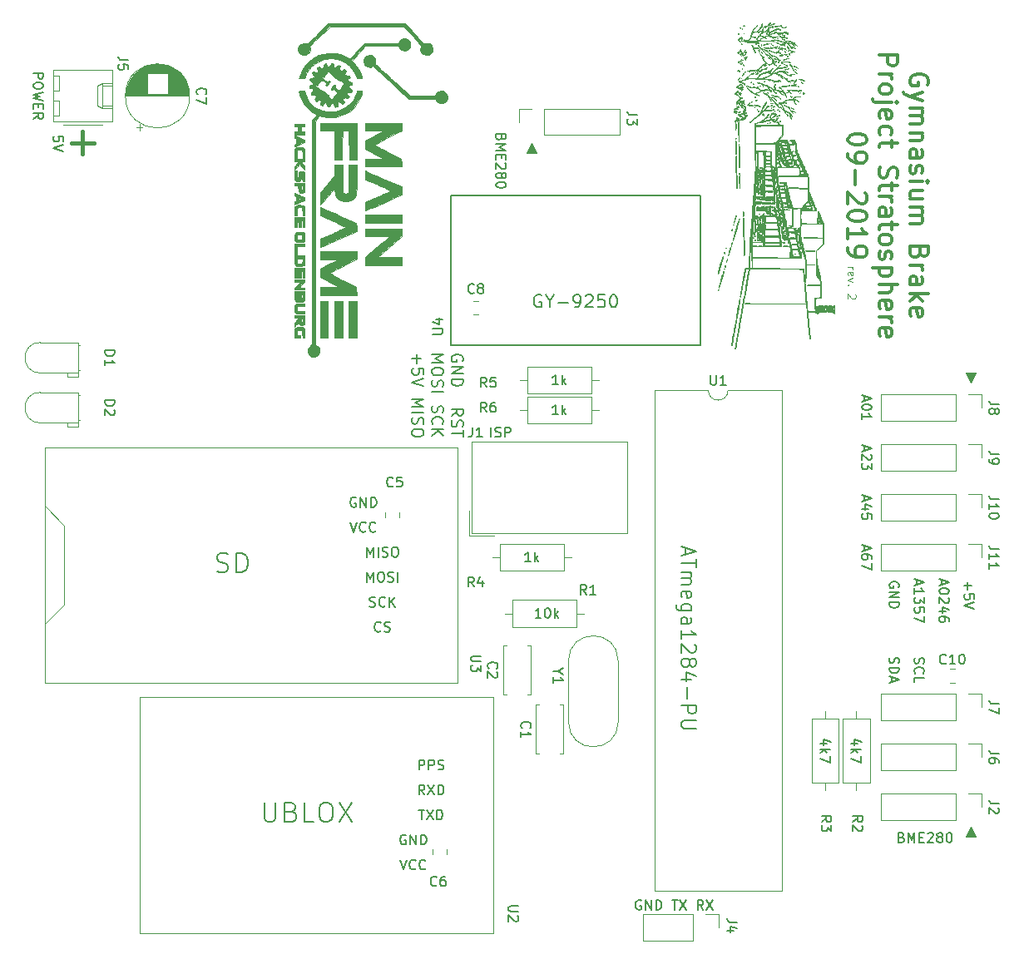
<source format=gbr>
G04 #@! TF.GenerationSoftware,KiCad,Pcbnew,5.1.4*
G04 #@! TF.CreationDate,2019-09-28T03:23:27+02:00*
G04 #@! TF.ProjectId,Stratosensor,53747261-746f-4736-956e-736f722e6b69,rev?*
G04 #@! TF.SameCoordinates,Original*
G04 #@! TF.FileFunction,Legend,Top*
G04 #@! TF.FilePolarity,Positive*
%FSLAX46Y46*%
G04 Gerber Fmt 4.6, Leading zero omitted, Abs format (unit mm)*
G04 Created by KiCad (PCBNEW 5.1.4) date 2019-09-28 03:23:27*
%MOMM*%
%LPD*%
G04 APERTURE LIST*
%ADD10C,0.120000*%
%ADD11C,0.150000*%
%ADD12C,0.100000*%
%ADD13C,0.200000*%
%ADD14C,0.400000*%
%ADD15C,0.300000*%
%ADD16C,0.010000*%
%ADD17C,3.302000*%
%ADD18C,1.626000*%
%ADD19R,1.626000X1.626000*%
%ADD20C,1.702000*%
%ADD21O,1.802000X1.802000*%
%ADD22R,1.802000X1.802000*%
%ADD23C,1.252000*%
%ADD24O,2.302000X1.842000*%
%ADD25C,1.842000*%
%ADD26R,1.702000X1.702000*%
%ADD27C,1.902000*%
%ADD28R,1.902000X1.902000*%
%ADD29O,1.702000X1.702000*%
%ADD30C,2.202000*%
%ADD31C,1.802000*%
%ADD32C,1.852000*%
%ADD33R,1.852000X1.852000*%
%ADD34C,1.602000*%
%ADD35O,1.829200X1.829200*%
%ADD36R,1.829200X1.829200*%
G04 APERTURE END LIST*
D10*
X133750095Y-79699047D02*
X134283428Y-79699047D01*
X134131047Y-79699047D02*
X134207238Y-79737142D01*
X134245333Y-79775238D01*
X134283428Y-79851428D01*
X134283428Y-79927619D01*
X133788190Y-80499047D02*
X133750095Y-80422857D01*
X133750095Y-80270476D01*
X133788190Y-80194285D01*
X133864380Y-80156190D01*
X134169142Y-80156190D01*
X134245333Y-80194285D01*
X134283428Y-80270476D01*
X134283428Y-80422857D01*
X134245333Y-80499047D01*
X134169142Y-80537142D01*
X134092952Y-80537142D01*
X134016761Y-80156190D01*
X134283428Y-80803809D02*
X133750095Y-80994285D01*
X134283428Y-81184761D01*
X133826285Y-81489523D02*
X133788190Y-81527619D01*
X133750095Y-81489523D01*
X133788190Y-81451428D01*
X133826285Y-81489523D01*
X133750095Y-81489523D01*
X134473904Y-82441904D02*
X134512000Y-82480000D01*
X134550095Y-82556190D01*
X134550095Y-82746666D01*
X134512000Y-82822857D01*
X134473904Y-82860952D01*
X134397714Y-82899047D01*
X134321523Y-82899047D01*
X134207238Y-82860952D01*
X133750095Y-82403809D01*
X133750095Y-82899047D01*
D11*
X112720857Y-144153000D02*
X112625619Y-144105380D01*
X112482761Y-144105380D01*
X112339904Y-144153000D01*
X112244666Y-144248238D01*
X112197047Y-144343476D01*
X112149428Y-144533952D01*
X112149428Y-144676809D01*
X112197047Y-144867285D01*
X112244666Y-144962523D01*
X112339904Y-145057761D01*
X112482761Y-145105380D01*
X112578000Y-145105380D01*
X112720857Y-145057761D01*
X112768476Y-145010142D01*
X112768476Y-144676809D01*
X112578000Y-144676809D01*
X113197047Y-145105380D02*
X113197047Y-144105380D01*
X113768476Y-145105380D01*
X113768476Y-144105380D01*
X114244666Y-145105380D02*
X114244666Y-144105380D01*
X114482761Y-144105380D01*
X114625619Y-144153000D01*
X114720857Y-144248238D01*
X114768476Y-144343476D01*
X114816095Y-144533952D01*
X114816095Y-144676809D01*
X114768476Y-144867285D01*
X114720857Y-144962523D01*
X114625619Y-145057761D01*
X114482761Y-145105380D01*
X114244666Y-145105380D01*
X115863714Y-144105380D02*
X116435142Y-144105380D01*
X116149428Y-145105380D02*
X116149428Y-144105380D01*
X116673238Y-144105380D02*
X117339904Y-145105380D01*
X117339904Y-144105380D02*
X116673238Y-145105380D01*
X119054190Y-145105380D02*
X118720857Y-144629190D01*
X118482761Y-145105380D02*
X118482761Y-144105380D01*
X118863714Y-144105380D01*
X118958952Y-144153000D01*
X119006571Y-144200619D01*
X119054190Y-144295857D01*
X119054190Y-144438714D01*
X119006571Y-144533952D01*
X118958952Y-144581571D01*
X118863714Y-144629190D01*
X118482761Y-144629190D01*
X119387523Y-144105380D02*
X120054190Y-145105380D01*
X120054190Y-144105380D02*
X119387523Y-145105380D01*
X53887619Y-66865523D02*
X53887619Y-66389333D01*
X53411428Y-66341714D01*
X53459047Y-66389333D01*
X53506666Y-66484571D01*
X53506666Y-66722666D01*
X53459047Y-66817904D01*
X53411428Y-66865523D01*
X53316190Y-66913142D01*
X53078095Y-66913142D01*
X52982857Y-66865523D01*
X52935238Y-66817904D01*
X52887619Y-66722666D01*
X52887619Y-66484571D01*
X52935238Y-66389333D01*
X52982857Y-66341714D01*
X53887619Y-67198857D02*
X52887619Y-67532190D01*
X53887619Y-67865523D01*
D12*
G36*
X146304000Y-91440000D02*
G01*
X145796000Y-90424000D01*
X146812000Y-90424000D01*
X146304000Y-91440000D01*
G37*
X146304000Y-91440000D02*
X145796000Y-90424000D01*
X146812000Y-90424000D01*
X146304000Y-91440000D01*
G36*
X146812000Y-137668000D02*
G01*
X145796000Y-137668000D01*
X146304000Y-136652000D01*
X146812000Y-137668000D01*
G37*
X146812000Y-137668000D02*
X145796000Y-137668000D01*
X146304000Y-136652000D01*
X146812000Y-137668000D01*
G36*
X102108000Y-68072000D02*
G01*
X101092000Y-68072000D01*
X101600000Y-67056000D01*
X102108000Y-68072000D01*
G37*
X102108000Y-68072000D02*
X101092000Y-68072000D01*
X101600000Y-67056000D01*
X102108000Y-68072000D01*
D11*
X140565238Y-119459523D02*
X140517619Y-119602380D01*
X140517619Y-119840476D01*
X140565238Y-119935714D01*
X140612857Y-119983333D01*
X140708095Y-120030952D01*
X140803333Y-120030952D01*
X140898571Y-119983333D01*
X140946190Y-119935714D01*
X140993809Y-119840476D01*
X141041428Y-119650000D01*
X141089047Y-119554761D01*
X141136666Y-119507142D01*
X141231904Y-119459523D01*
X141327142Y-119459523D01*
X141422380Y-119507142D01*
X141470000Y-119554761D01*
X141517619Y-119650000D01*
X141517619Y-119888095D01*
X141470000Y-120030952D01*
X140612857Y-121030952D02*
X140565238Y-120983333D01*
X140517619Y-120840476D01*
X140517619Y-120745238D01*
X140565238Y-120602380D01*
X140660476Y-120507142D01*
X140755714Y-120459523D01*
X140946190Y-120411904D01*
X141089047Y-120411904D01*
X141279523Y-120459523D01*
X141374761Y-120507142D01*
X141470000Y-120602380D01*
X141517619Y-120745238D01*
X141517619Y-120840476D01*
X141470000Y-120983333D01*
X141422380Y-121030952D01*
X140517619Y-121935714D02*
X140517619Y-121459523D01*
X141517619Y-121459523D01*
X138025238Y-119435714D02*
X137977619Y-119578571D01*
X137977619Y-119816666D01*
X138025238Y-119911904D01*
X138072857Y-119959523D01*
X138168095Y-120007142D01*
X138263333Y-120007142D01*
X138358571Y-119959523D01*
X138406190Y-119911904D01*
X138453809Y-119816666D01*
X138501428Y-119626190D01*
X138549047Y-119530952D01*
X138596666Y-119483333D01*
X138691904Y-119435714D01*
X138787142Y-119435714D01*
X138882380Y-119483333D01*
X138930000Y-119530952D01*
X138977619Y-119626190D01*
X138977619Y-119864285D01*
X138930000Y-120007142D01*
X137977619Y-120435714D02*
X138977619Y-120435714D01*
X138977619Y-120673809D01*
X138930000Y-120816666D01*
X138834761Y-120911904D01*
X138739523Y-120959523D01*
X138549047Y-121007142D01*
X138406190Y-121007142D01*
X138215714Y-120959523D01*
X138120476Y-120911904D01*
X138025238Y-120816666D01*
X137977619Y-120673809D01*
X137977619Y-120435714D01*
X138263333Y-121388095D02*
X138263333Y-121864285D01*
X137977619Y-121292857D02*
X138977619Y-121626190D01*
X137977619Y-121959523D01*
X143343333Y-111522142D02*
X143343333Y-111998333D01*
X143057619Y-111426904D02*
X144057619Y-111760238D01*
X143057619Y-112093571D01*
X144057619Y-112617380D02*
X144057619Y-112712619D01*
X144010000Y-112807857D01*
X143962380Y-112855476D01*
X143867142Y-112903095D01*
X143676666Y-112950714D01*
X143438571Y-112950714D01*
X143248095Y-112903095D01*
X143152857Y-112855476D01*
X143105238Y-112807857D01*
X143057619Y-112712619D01*
X143057619Y-112617380D01*
X143105238Y-112522142D01*
X143152857Y-112474523D01*
X143248095Y-112426904D01*
X143438571Y-112379285D01*
X143676666Y-112379285D01*
X143867142Y-112426904D01*
X143962380Y-112474523D01*
X144010000Y-112522142D01*
X144057619Y-112617380D01*
X143962380Y-113331666D02*
X144010000Y-113379285D01*
X144057619Y-113474523D01*
X144057619Y-113712619D01*
X144010000Y-113807857D01*
X143962380Y-113855476D01*
X143867142Y-113903095D01*
X143771904Y-113903095D01*
X143629047Y-113855476D01*
X143057619Y-113284047D01*
X143057619Y-113903095D01*
X143724285Y-114760238D02*
X143057619Y-114760238D01*
X144105238Y-114522142D02*
X143390952Y-114284047D01*
X143390952Y-114903095D01*
X144057619Y-115712619D02*
X144057619Y-115522142D01*
X144010000Y-115426904D01*
X143962380Y-115379285D01*
X143819523Y-115284047D01*
X143629047Y-115236428D01*
X143248095Y-115236428D01*
X143152857Y-115284047D01*
X143105238Y-115331666D01*
X143057619Y-115426904D01*
X143057619Y-115617380D01*
X143105238Y-115712619D01*
X143152857Y-115760238D01*
X143248095Y-115807857D01*
X143486190Y-115807857D01*
X143581428Y-115760238D01*
X143629047Y-115712619D01*
X143676666Y-115617380D01*
X143676666Y-115426904D01*
X143629047Y-115331666D01*
X143581428Y-115284047D01*
X143486190Y-115236428D01*
X140803333Y-111522142D02*
X140803333Y-111998333D01*
X140517619Y-111426904D02*
X141517619Y-111760238D01*
X140517619Y-112093571D01*
X140517619Y-112950714D02*
X140517619Y-112379285D01*
X140517619Y-112665000D02*
X141517619Y-112665000D01*
X141374761Y-112569761D01*
X141279523Y-112474523D01*
X141231904Y-112379285D01*
X141517619Y-113284047D02*
X141517619Y-113903095D01*
X141136666Y-113569761D01*
X141136666Y-113712619D01*
X141089047Y-113807857D01*
X141041428Y-113855476D01*
X140946190Y-113903095D01*
X140708095Y-113903095D01*
X140612857Y-113855476D01*
X140565238Y-113807857D01*
X140517619Y-113712619D01*
X140517619Y-113426904D01*
X140565238Y-113331666D01*
X140612857Y-113284047D01*
X141517619Y-114807857D02*
X141517619Y-114331666D01*
X141041428Y-114284047D01*
X141089047Y-114331666D01*
X141136666Y-114426904D01*
X141136666Y-114665000D01*
X141089047Y-114760238D01*
X141041428Y-114807857D01*
X140946190Y-114855476D01*
X140708095Y-114855476D01*
X140612857Y-114807857D01*
X140565238Y-114760238D01*
X140517619Y-114665000D01*
X140517619Y-114426904D01*
X140565238Y-114331666D01*
X140612857Y-114284047D01*
X141517619Y-115188809D02*
X141517619Y-115855476D01*
X140517619Y-115426904D01*
X138930000Y-112268095D02*
X138977619Y-112172857D01*
X138977619Y-112030000D01*
X138930000Y-111887142D01*
X138834761Y-111791904D01*
X138739523Y-111744285D01*
X138549047Y-111696666D01*
X138406190Y-111696666D01*
X138215714Y-111744285D01*
X138120476Y-111791904D01*
X138025238Y-111887142D01*
X137977619Y-112030000D01*
X137977619Y-112125238D01*
X138025238Y-112268095D01*
X138072857Y-112315714D01*
X138406190Y-112315714D01*
X138406190Y-112125238D01*
X137977619Y-112744285D02*
X138977619Y-112744285D01*
X137977619Y-113315714D01*
X138977619Y-113315714D01*
X137977619Y-113791904D02*
X138977619Y-113791904D01*
X138977619Y-114030000D01*
X138930000Y-114172857D01*
X138834761Y-114268095D01*
X138739523Y-114315714D01*
X138549047Y-114363333D01*
X138406190Y-114363333D01*
X138215714Y-114315714D01*
X138120476Y-114268095D01*
X138025238Y-114172857D01*
X137977619Y-114030000D01*
X137977619Y-113791904D01*
X145978571Y-111744285D02*
X145978571Y-112506190D01*
X145597619Y-112125238D02*
X146359523Y-112125238D01*
X146597619Y-113458571D02*
X146597619Y-112982380D01*
X146121428Y-112934761D01*
X146169047Y-112982380D01*
X146216666Y-113077619D01*
X146216666Y-113315714D01*
X146169047Y-113410952D01*
X146121428Y-113458571D01*
X146026190Y-113506190D01*
X145788095Y-113506190D01*
X145692857Y-113458571D01*
X145645238Y-113410952D01*
X145597619Y-113315714D01*
X145597619Y-113077619D01*
X145645238Y-112982380D01*
X145692857Y-112934761D01*
X146597619Y-113791904D02*
X145597619Y-114125238D01*
X146597619Y-114458571D01*
D13*
X94548000Y-89252857D02*
X94605142Y-89138571D01*
X94605142Y-88967142D01*
X94548000Y-88795714D01*
X94433714Y-88681428D01*
X94319428Y-88624285D01*
X94090857Y-88567142D01*
X93919428Y-88567142D01*
X93690857Y-88624285D01*
X93576571Y-88681428D01*
X93462285Y-88795714D01*
X93405142Y-88967142D01*
X93405142Y-89081428D01*
X93462285Y-89252857D01*
X93519428Y-89310000D01*
X93919428Y-89310000D01*
X93919428Y-89081428D01*
X93405142Y-89824285D02*
X94605142Y-89824285D01*
X93405142Y-90510000D01*
X94605142Y-90510000D01*
X93405142Y-91081428D02*
X94605142Y-91081428D01*
X94605142Y-91367142D01*
X94548000Y-91538571D01*
X94433714Y-91652857D01*
X94319428Y-91710000D01*
X94090857Y-91767142D01*
X93919428Y-91767142D01*
X93690857Y-91710000D01*
X93576571Y-91652857D01*
X93462285Y-91538571D01*
X93405142Y-91367142D01*
X93405142Y-91081428D01*
X93405142Y-94795714D02*
X93976571Y-94395714D01*
X93405142Y-94110000D02*
X94605142Y-94110000D01*
X94605142Y-94567142D01*
X94548000Y-94681428D01*
X94490857Y-94738571D01*
X94376571Y-94795714D01*
X94205142Y-94795714D01*
X94090857Y-94738571D01*
X94033714Y-94681428D01*
X93976571Y-94567142D01*
X93976571Y-94110000D01*
X93462285Y-95252857D02*
X93405142Y-95424285D01*
X93405142Y-95710000D01*
X93462285Y-95824285D01*
X93519428Y-95881428D01*
X93633714Y-95938571D01*
X93748000Y-95938571D01*
X93862285Y-95881428D01*
X93919428Y-95824285D01*
X93976571Y-95710000D01*
X94033714Y-95481428D01*
X94090857Y-95367142D01*
X94148000Y-95310000D01*
X94262285Y-95252857D01*
X94376571Y-95252857D01*
X94490857Y-95310000D01*
X94548000Y-95367142D01*
X94605142Y-95481428D01*
X94605142Y-95767142D01*
X94548000Y-95938571D01*
X94605142Y-96281428D02*
X94605142Y-96967142D01*
X93405142Y-96624285D02*
X94605142Y-96624285D01*
X91405142Y-88595714D02*
X92605142Y-88595714D01*
X91748000Y-88995714D01*
X92605142Y-89395714D01*
X91405142Y-89395714D01*
X92605142Y-90195714D02*
X92605142Y-90424285D01*
X92548000Y-90538571D01*
X92433714Y-90652857D01*
X92205142Y-90710000D01*
X91805142Y-90710000D01*
X91576571Y-90652857D01*
X91462285Y-90538571D01*
X91405142Y-90424285D01*
X91405142Y-90195714D01*
X91462285Y-90081428D01*
X91576571Y-89967142D01*
X91805142Y-89910000D01*
X92205142Y-89910000D01*
X92433714Y-89967142D01*
X92548000Y-90081428D01*
X92605142Y-90195714D01*
X91462285Y-91167142D02*
X91405142Y-91338571D01*
X91405142Y-91624285D01*
X91462285Y-91738571D01*
X91519428Y-91795714D01*
X91633714Y-91852857D01*
X91748000Y-91852857D01*
X91862285Y-91795714D01*
X91919428Y-91738571D01*
X91976571Y-91624285D01*
X92033714Y-91395714D01*
X92090857Y-91281428D01*
X92148000Y-91224285D01*
X92262285Y-91167142D01*
X92376571Y-91167142D01*
X92490857Y-91224285D01*
X92548000Y-91281428D01*
X92605142Y-91395714D01*
X92605142Y-91681428D01*
X92548000Y-91852857D01*
X91405142Y-92367142D02*
X92605142Y-92367142D01*
X91462285Y-93795714D02*
X91405142Y-93967142D01*
X91405142Y-94252857D01*
X91462285Y-94367142D01*
X91519428Y-94424285D01*
X91633714Y-94481428D01*
X91748000Y-94481428D01*
X91862285Y-94424285D01*
X91919428Y-94367142D01*
X91976571Y-94252857D01*
X92033714Y-94024285D01*
X92090857Y-93910000D01*
X92148000Y-93852857D01*
X92262285Y-93795714D01*
X92376571Y-93795714D01*
X92490857Y-93852857D01*
X92548000Y-93910000D01*
X92605142Y-94024285D01*
X92605142Y-94310000D01*
X92548000Y-94481428D01*
X91519428Y-95681428D02*
X91462285Y-95624285D01*
X91405142Y-95452857D01*
X91405142Y-95338571D01*
X91462285Y-95167142D01*
X91576571Y-95052857D01*
X91690857Y-94995714D01*
X91919428Y-94938571D01*
X92090857Y-94938571D01*
X92319428Y-94995714D01*
X92433714Y-95052857D01*
X92548000Y-95167142D01*
X92605142Y-95338571D01*
X92605142Y-95452857D01*
X92548000Y-95624285D01*
X92490857Y-95681428D01*
X91405142Y-96195714D02*
X92605142Y-96195714D01*
X91405142Y-96881428D02*
X92090857Y-96367142D01*
X92605142Y-96881428D02*
X91919428Y-96195714D01*
X89862285Y-88538571D02*
X89862285Y-89452857D01*
X89405142Y-88995714D02*
X90319428Y-88995714D01*
X90605142Y-90595714D02*
X90605142Y-90024285D01*
X90033714Y-89967142D01*
X90090857Y-90024285D01*
X90148000Y-90138571D01*
X90148000Y-90424285D01*
X90090857Y-90538571D01*
X90033714Y-90595714D01*
X89919428Y-90652857D01*
X89633714Y-90652857D01*
X89519428Y-90595714D01*
X89462285Y-90538571D01*
X89405142Y-90424285D01*
X89405142Y-90138571D01*
X89462285Y-90024285D01*
X89519428Y-89967142D01*
X90605142Y-90995714D02*
X89405142Y-91395714D01*
X90605142Y-91795714D01*
X89405142Y-93110000D02*
X90605142Y-93110000D01*
X89748000Y-93510000D01*
X90605142Y-93910000D01*
X89405142Y-93910000D01*
X89405142Y-94481428D02*
X90605142Y-94481428D01*
X89462285Y-94995714D02*
X89405142Y-95167142D01*
X89405142Y-95452857D01*
X89462285Y-95567142D01*
X89519428Y-95624285D01*
X89633714Y-95681428D01*
X89748000Y-95681428D01*
X89862285Y-95624285D01*
X89919428Y-95567142D01*
X89976571Y-95452857D01*
X90033714Y-95224285D01*
X90090857Y-95110000D01*
X90148000Y-95052857D01*
X90262285Y-94995714D01*
X90376571Y-94995714D01*
X90490857Y-95052857D01*
X90548000Y-95110000D01*
X90605142Y-95224285D01*
X90605142Y-95510000D01*
X90548000Y-95681428D01*
X90605142Y-96424285D02*
X90605142Y-96652857D01*
X90548000Y-96767142D01*
X90433714Y-96881428D01*
X90205142Y-96938571D01*
X89805142Y-96938571D01*
X89576571Y-96881428D01*
X89462285Y-96767142D01*
X89405142Y-96652857D01*
X89405142Y-96424285D01*
X89462285Y-96310000D01*
X89576571Y-96195714D01*
X89805142Y-96138571D01*
X90205142Y-96138571D01*
X90433714Y-96195714D01*
X90548000Y-96310000D01*
X90605142Y-96424285D01*
D14*
X57022857Y-67016285D02*
X54737142Y-67016285D01*
X55880000Y-68159142D02*
X55880000Y-65873428D01*
D15*
X141895000Y-61125714D02*
X141985476Y-60944761D01*
X141985476Y-60673333D01*
X141895000Y-60401904D01*
X141714047Y-60220952D01*
X141533095Y-60130476D01*
X141171190Y-60040000D01*
X140899761Y-60040000D01*
X140537857Y-60130476D01*
X140356904Y-60220952D01*
X140175952Y-60401904D01*
X140085476Y-60673333D01*
X140085476Y-60854285D01*
X140175952Y-61125714D01*
X140266428Y-61216190D01*
X140899761Y-61216190D01*
X140899761Y-60854285D01*
X141352142Y-61849523D02*
X140085476Y-62301904D01*
X141352142Y-62754285D02*
X140085476Y-62301904D01*
X139633095Y-62120952D01*
X139542619Y-62030476D01*
X139452142Y-61849523D01*
X140085476Y-63478095D02*
X141352142Y-63478095D01*
X141171190Y-63478095D02*
X141261666Y-63568571D01*
X141352142Y-63749523D01*
X141352142Y-64020952D01*
X141261666Y-64201904D01*
X141080714Y-64292380D01*
X140085476Y-64292380D01*
X141080714Y-64292380D02*
X141261666Y-64382857D01*
X141352142Y-64563809D01*
X141352142Y-64835238D01*
X141261666Y-65016190D01*
X141080714Y-65106666D01*
X140085476Y-65106666D01*
X141352142Y-66011428D02*
X140085476Y-66011428D01*
X141171190Y-66011428D02*
X141261666Y-66101904D01*
X141352142Y-66282857D01*
X141352142Y-66554285D01*
X141261666Y-66735238D01*
X141080714Y-66825714D01*
X140085476Y-66825714D01*
X140085476Y-68544761D02*
X141080714Y-68544761D01*
X141261666Y-68454285D01*
X141352142Y-68273333D01*
X141352142Y-67911428D01*
X141261666Y-67730476D01*
X140175952Y-68544761D02*
X140085476Y-68363809D01*
X140085476Y-67911428D01*
X140175952Y-67730476D01*
X140356904Y-67640000D01*
X140537857Y-67640000D01*
X140718809Y-67730476D01*
X140809285Y-67911428D01*
X140809285Y-68363809D01*
X140899761Y-68544761D01*
X140175952Y-69359047D02*
X140085476Y-69540000D01*
X140085476Y-69901904D01*
X140175952Y-70082857D01*
X140356904Y-70173333D01*
X140447380Y-70173333D01*
X140628333Y-70082857D01*
X140718809Y-69901904D01*
X140718809Y-69630476D01*
X140809285Y-69449523D01*
X140990238Y-69359047D01*
X141080714Y-69359047D01*
X141261666Y-69449523D01*
X141352142Y-69630476D01*
X141352142Y-69901904D01*
X141261666Y-70082857D01*
X140085476Y-70987619D02*
X141352142Y-70987619D01*
X141985476Y-70987619D02*
X141895000Y-70897142D01*
X141804523Y-70987619D01*
X141895000Y-71078095D01*
X141985476Y-70987619D01*
X141804523Y-70987619D01*
X141352142Y-72706666D02*
X140085476Y-72706666D01*
X141352142Y-71892380D02*
X140356904Y-71892380D01*
X140175952Y-71982857D01*
X140085476Y-72163809D01*
X140085476Y-72435238D01*
X140175952Y-72616190D01*
X140266428Y-72706666D01*
X140085476Y-73611428D02*
X141352142Y-73611428D01*
X141171190Y-73611428D02*
X141261666Y-73701904D01*
X141352142Y-73882857D01*
X141352142Y-74154285D01*
X141261666Y-74335238D01*
X141080714Y-74425714D01*
X140085476Y-74425714D01*
X141080714Y-74425714D02*
X141261666Y-74516190D01*
X141352142Y-74697142D01*
X141352142Y-74968571D01*
X141261666Y-75149523D01*
X141080714Y-75240000D01*
X140085476Y-75240000D01*
X141080714Y-78225714D02*
X140990238Y-78497142D01*
X140899761Y-78587619D01*
X140718809Y-78678095D01*
X140447380Y-78678095D01*
X140266428Y-78587619D01*
X140175952Y-78497142D01*
X140085476Y-78316190D01*
X140085476Y-77592380D01*
X141985476Y-77592380D01*
X141985476Y-78225714D01*
X141895000Y-78406666D01*
X141804523Y-78497142D01*
X141623571Y-78587619D01*
X141442619Y-78587619D01*
X141261666Y-78497142D01*
X141171190Y-78406666D01*
X141080714Y-78225714D01*
X141080714Y-77592380D01*
X140085476Y-79492380D02*
X141352142Y-79492380D01*
X140990238Y-79492380D02*
X141171190Y-79582857D01*
X141261666Y-79673333D01*
X141352142Y-79854285D01*
X141352142Y-80035238D01*
X140085476Y-81482857D02*
X141080714Y-81482857D01*
X141261666Y-81392380D01*
X141352142Y-81211428D01*
X141352142Y-80849523D01*
X141261666Y-80668571D01*
X140175952Y-81482857D02*
X140085476Y-81301904D01*
X140085476Y-80849523D01*
X140175952Y-80668571D01*
X140356904Y-80578095D01*
X140537857Y-80578095D01*
X140718809Y-80668571D01*
X140809285Y-80849523D01*
X140809285Y-81301904D01*
X140899761Y-81482857D01*
X140085476Y-82387619D02*
X141985476Y-82387619D01*
X140809285Y-82568571D02*
X140085476Y-83111428D01*
X141352142Y-83111428D02*
X140628333Y-82387619D01*
X140175952Y-84649523D02*
X140085476Y-84468571D01*
X140085476Y-84106666D01*
X140175952Y-83925714D01*
X140356904Y-83835238D01*
X141080714Y-83835238D01*
X141261666Y-83925714D01*
X141352142Y-84106666D01*
X141352142Y-84468571D01*
X141261666Y-84649523D01*
X141080714Y-84740000D01*
X140899761Y-84740000D01*
X140718809Y-83835238D01*
X136935476Y-58094761D02*
X138835476Y-58094761D01*
X138835476Y-58818571D01*
X138745000Y-58999523D01*
X138654523Y-59090000D01*
X138473571Y-59180476D01*
X138202142Y-59180476D01*
X138021190Y-59090000D01*
X137930714Y-58999523D01*
X137840238Y-58818571D01*
X137840238Y-58094761D01*
X136935476Y-59994761D02*
X138202142Y-59994761D01*
X137840238Y-59994761D02*
X138021190Y-60085238D01*
X138111666Y-60175714D01*
X138202142Y-60356666D01*
X138202142Y-60537619D01*
X136935476Y-61442380D02*
X137025952Y-61261428D01*
X137116428Y-61170952D01*
X137297380Y-61080476D01*
X137840238Y-61080476D01*
X138021190Y-61170952D01*
X138111666Y-61261428D01*
X138202142Y-61442380D01*
X138202142Y-61713809D01*
X138111666Y-61894761D01*
X138021190Y-61985238D01*
X137840238Y-62075714D01*
X137297380Y-62075714D01*
X137116428Y-61985238D01*
X137025952Y-61894761D01*
X136935476Y-61713809D01*
X136935476Y-61442380D01*
X138202142Y-62890000D02*
X136573571Y-62890000D01*
X136392619Y-62799523D01*
X136302142Y-62618571D01*
X136302142Y-62528095D01*
X138835476Y-62890000D02*
X138745000Y-62799523D01*
X138654523Y-62890000D01*
X138745000Y-62980476D01*
X138835476Y-62890000D01*
X138654523Y-62890000D01*
X137025952Y-64518571D02*
X136935476Y-64337619D01*
X136935476Y-63975714D01*
X137025952Y-63794761D01*
X137206904Y-63704285D01*
X137930714Y-63704285D01*
X138111666Y-63794761D01*
X138202142Y-63975714D01*
X138202142Y-64337619D01*
X138111666Y-64518571D01*
X137930714Y-64609047D01*
X137749761Y-64609047D01*
X137568809Y-63704285D01*
X137025952Y-66237619D02*
X136935476Y-66056666D01*
X136935476Y-65694761D01*
X137025952Y-65513809D01*
X137116428Y-65423333D01*
X137297380Y-65332857D01*
X137840238Y-65332857D01*
X138021190Y-65423333D01*
X138111666Y-65513809D01*
X138202142Y-65694761D01*
X138202142Y-66056666D01*
X138111666Y-66237619D01*
X138202142Y-66780476D02*
X138202142Y-67504285D01*
X138835476Y-67051904D02*
X137206904Y-67051904D01*
X137025952Y-67142380D01*
X136935476Y-67323333D01*
X136935476Y-67504285D01*
X137025952Y-69494761D02*
X136935476Y-69766190D01*
X136935476Y-70218571D01*
X137025952Y-70399523D01*
X137116428Y-70490000D01*
X137297380Y-70580476D01*
X137478333Y-70580476D01*
X137659285Y-70490000D01*
X137749761Y-70399523D01*
X137840238Y-70218571D01*
X137930714Y-69856666D01*
X138021190Y-69675714D01*
X138111666Y-69585238D01*
X138292619Y-69494761D01*
X138473571Y-69494761D01*
X138654523Y-69585238D01*
X138745000Y-69675714D01*
X138835476Y-69856666D01*
X138835476Y-70309047D01*
X138745000Y-70580476D01*
X138202142Y-71123333D02*
X138202142Y-71847142D01*
X138835476Y-71394761D02*
X137206904Y-71394761D01*
X137025952Y-71485238D01*
X136935476Y-71666190D01*
X136935476Y-71847142D01*
X136935476Y-72480476D02*
X138202142Y-72480476D01*
X137840238Y-72480476D02*
X138021190Y-72570952D01*
X138111666Y-72661428D01*
X138202142Y-72842380D01*
X138202142Y-73023333D01*
X136935476Y-74470952D02*
X137930714Y-74470952D01*
X138111666Y-74380476D01*
X138202142Y-74199523D01*
X138202142Y-73837619D01*
X138111666Y-73656666D01*
X137025952Y-74470952D02*
X136935476Y-74290000D01*
X136935476Y-73837619D01*
X137025952Y-73656666D01*
X137206904Y-73566190D01*
X137387857Y-73566190D01*
X137568809Y-73656666D01*
X137659285Y-73837619D01*
X137659285Y-74290000D01*
X137749761Y-74470952D01*
X138202142Y-75104285D02*
X138202142Y-75828095D01*
X138835476Y-75375714D02*
X137206904Y-75375714D01*
X137025952Y-75466190D01*
X136935476Y-75647142D01*
X136935476Y-75828095D01*
X136935476Y-76732857D02*
X137025952Y-76551904D01*
X137116428Y-76461428D01*
X137297380Y-76370952D01*
X137840238Y-76370952D01*
X138021190Y-76461428D01*
X138111666Y-76551904D01*
X138202142Y-76732857D01*
X138202142Y-77004285D01*
X138111666Y-77185238D01*
X138021190Y-77275714D01*
X137840238Y-77366190D01*
X137297380Y-77366190D01*
X137116428Y-77275714D01*
X137025952Y-77185238D01*
X136935476Y-77004285D01*
X136935476Y-76732857D01*
X137025952Y-78090000D02*
X136935476Y-78270952D01*
X136935476Y-78632857D01*
X137025952Y-78813809D01*
X137206904Y-78904285D01*
X137297380Y-78904285D01*
X137478333Y-78813809D01*
X137568809Y-78632857D01*
X137568809Y-78361428D01*
X137659285Y-78180476D01*
X137840238Y-78090000D01*
X137930714Y-78090000D01*
X138111666Y-78180476D01*
X138202142Y-78361428D01*
X138202142Y-78632857D01*
X138111666Y-78813809D01*
X138202142Y-79718571D02*
X136302142Y-79718571D01*
X138111666Y-79718571D02*
X138202142Y-79899523D01*
X138202142Y-80261428D01*
X138111666Y-80442380D01*
X138021190Y-80532857D01*
X137840238Y-80623333D01*
X137297380Y-80623333D01*
X137116428Y-80532857D01*
X137025952Y-80442380D01*
X136935476Y-80261428D01*
X136935476Y-79899523D01*
X137025952Y-79718571D01*
X136935476Y-81437619D02*
X138835476Y-81437619D01*
X136935476Y-82251904D02*
X137930714Y-82251904D01*
X138111666Y-82161428D01*
X138202142Y-81980476D01*
X138202142Y-81709047D01*
X138111666Y-81528095D01*
X138021190Y-81437619D01*
X137025952Y-83880476D02*
X136935476Y-83699523D01*
X136935476Y-83337619D01*
X137025952Y-83156666D01*
X137206904Y-83066190D01*
X137930714Y-83066190D01*
X138111666Y-83156666D01*
X138202142Y-83337619D01*
X138202142Y-83699523D01*
X138111666Y-83880476D01*
X137930714Y-83970952D01*
X137749761Y-83970952D01*
X137568809Y-83066190D01*
X136935476Y-84785238D02*
X138202142Y-84785238D01*
X137840238Y-84785238D02*
X138021190Y-84875714D01*
X138111666Y-84966190D01*
X138202142Y-85147142D01*
X138202142Y-85328095D01*
X137025952Y-86685238D02*
X136935476Y-86504285D01*
X136935476Y-86142380D01*
X137025952Y-85961428D01*
X137206904Y-85870952D01*
X137930714Y-85870952D01*
X138111666Y-85961428D01*
X138202142Y-86142380D01*
X138202142Y-86504285D01*
X138111666Y-86685238D01*
X137930714Y-86775714D01*
X137749761Y-86775714D01*
X137568809Y-85870952D01*
X135685476Y-66599523D02*
X135685476Y-66780476D01*
X135595000Y-66961428D01*
X135504523Y-67051904D01*
X135323571Y-67142380D01*
X134961666Y-67232857D01*
X134509285Y-67232857D01*
X134147380Y-67142380D01*
X133966428Y-67051904D01*
X133875952Y-66961428D01*
X133785476Y-66780476D01*
X133785476Y-66599523D01*
X133875952Y-66418571D01*
X133966428Y-66328095D01*
X134147380Y-66237619D01*
X134509285Y-66147142D01*
X134961666Y-66147142D01*
X135323571Y-66237619D01*
X135504523Y-66328095D01*
X135595000Y-66418571D01*
X135685476Y-66599523D01*
X133785476Y-68137619D02*
X133785476Y-68499523D01*
X133875952Y-68680476D01*
X133966428Y-68770952D01*
X134237857Y-68951904D01*
X134599761Y-69042380D01*
X135323571Y-69042380D01*
X135504523Y-68951904D01*
X135595000Y-68861428D01*
X135685476Y-68680476D01*
X135685476Y-68318571D01*
X135595000Y-68137619D01*
X135504523Y-68047142D01*
X135323571Y-67956666D01*
X134871190Y-67956666D01*
X134690238Y-68047142D01*
X134599761Y-68137619D01*
X134509285Y-68318571D01*
X134509285Y-68680476D01*
X134599761Y-68861428D01*
X134690238Y-68951904D01*
X134871190Y-69042380D01*
X134509285Y-69856666D02*
X134509285Y-71304285D01*
X135504523Y-72118571D02*
X135595000Y-72209047D01*
X135685476Y-72390000D01*
X135685476Y-72842380D01*
X135595000Y-73023333D01*
X135504523Y-73113809D01*
X135323571Y-73204285D01*
X135142619Y-73204285D01*
X134871190Y-73113809D01*
X133785476Y-72028095D01*
X133785476Y-73204285D01*
X135685476Y-74380476D02*
X135685476Y-74561428D01*
X135595000Y-74742380D01*
X135504523Y-74832857D01*
X135323571Y-74923333D01*
X134961666Y-75013809D01*
X134509285Y-75013809D01*
X134147380Y-74923333D01*
X133966428Y-74832857D01*
X133875952Y-74742380D01*
X133785476Y-74561428D01*
X133785476Y-74380476D01*
X133875952Y-74199523D01*
X133966428Y-74109047D01*
X134147380Y-74018571D01*
X134509285Y-73928095D01*
X134961666Y-73928095D01*
X135323571Y-74018571D01*
X135504523Y-74109047D01*
X135595000Y-74199523D01*
X135685476Y-74380476D01*
X133785476Y-76823333D02*
X133785476Y-75737619D01*
X133785476Y-76280476D02*
X135685476Y-76280476D01*
X135414047Y-76099523D01*
X135233095Y-75918571D01*
X135142619Y-75737619D01*
X133785476Y-77728095D02*
X133785476Y-78090000D01*
X133875952Y-78270952D01*
X133966428Y-78361428D01*
X134237857Y-78542380D01*
X134599761Y-78632857D01*
X135323571Y-78632857D01*
X135504523Y-78542380D01*
X135595000Y-78451904D01*
X135685476Y-78270952D01*
X135685476Y-77909047D01*
X135595000Y-77728095D01*
X135504523Y-77637619D01*
X135323571Y-77547142D01*
X134871190Y-77547142D01*
X134690238Y-77637619D01*
X134599761Y-77728095D01*
X134509285Y-77909047D01*
X134509285Y-78270952D01*
X134599761Y-78451904D01*
X134690238Y-78542380D01*
X134871190Y-78632857D01*
D11*
X93345000Y-87630000D02*
X93345000Y-81280000D01*
X118745000Y-87630000D02*
X93345000Y-87630000D01*
X118745000Y-81280000D02*
X118745000Y-87630000D01*
X118745000Y-72390000D02*
X118745000Y-81280000D01*
X106045000Y-72390000D02*
X118745000Y-72390000D01*
X93345000Y-72390000D02*
X106045000Y-72390000D01*
X93345000Y-81280000D02*
X93345000Y-72390000D01*
D10*
X101131000Y-118220000D02*
X101446000Y-118220000D01*
X98706000Y-118220000D02*
X99021000Y-118220000D01*
X101131000Y-123160000D02*
X101446000Y-123160000D01*
X98706000Y-123160000D02*
X99021000Y-123160000D01*
X101446000Y-123160000D02*
X101446000Y-118220000D01*
X98706000Y-123160000D02*
X98706000Y-118220000D01*
X102323000Y-129176000D02*
X102008000Y-129176000D01*
X104748000Y-129176000D02*
X104433000Y-129176000D01*
X102323000Y-124236000D02*
X102008000Y-124236000D01*
X104748000Y-124236000D02*
X104433000Y-124236000D01*
X102008000Y-124236000D02*
X102008000Y-129176000D01*
X104748000Y-124236000D02*
X104748000Y-129176000D01*
X147380000Y-107890000D02*
X147380000Y-109220000D01*
X146050000Y-107890000D02*
X147380000Y-107890000D01*
X144780000Y-107890000D02*
X144780000Y-110550000D01*
X144780000Y-110550000D02*
X137100000Y-110550000D01*
X144780000Y-107890000D02*
X137100000Y-107890000D01*
X137100000Y-107890000D02*
X137100000Y-110550000D01*
X147380000Y-102810000D02*
X147380000Y-104140000D01*
X146050000Y-102810000D02*
X147380000Y-102810000D01*
X144780000Y-102810000D02*
X144780000Y-105470000D01*
X144780000Y-105470000D02*
X137100000Y-105470000D01*
X144780000Y-102810000D02*
X137100000Y-102810000D01*
X137100000Y-102810000D02*
X137100000Y-105470000D01*
X147380000Y-97730000D02*
X147380000Y-99060000D01*
X146050000Y-97730000D02*
X147380000Y-97730000D01*
X144780000Y-97730000D02*
X144780000Y-100390000D01*
X144780000Y-100390000D02*
X137100000Y-100390000D01*
X144780000Y-97730000D02*
X137100000Y-97730000D01*
X137100000Y-97730000D02*
X137100000Y-100390000D01*
X147380000Y-92650000D02*
X147380000Y-93980000D01*
X146050000Y-92650000D02*
X147380000Y-92650000D01*
X144780000Y-92650000D02*
X144780000Y-95310000D01*
X144780000Y-95310000D02*
X137100000Y-95310000D01*
X144780000Y-92650000D02*
X137100000Y-92650000D01*
X137100000Y-92650000D02*
X137100000Y-95310000D01*
X147380000Y-123130000D02*
X147380000Y-124460000D01*
X146050000Y-123130000D02*
X147380000Y-123130000D01*
X144780000Y-123130000D02*
X144780000Y-125790000D01*
X144780000Y-125790000D02*
X137100000Y-125790000D01*
X144780000Y-123130000D02*
X137100000Y-123130000D01*
X137100000Y-123130000D02*
X137100000Y-125790000D01*
X147380000Y-128210000D02*
X147380000Y-129540000D01*
X146050000Y-128210000D02*
X147380000Y-128210000D01*
X144780000Y-128210000D02*
X144780000Y-130870000D01*
X144780000Y-130870000D02*
X137100000Y-130870000D01*
X144780000Y-128210000D02*
X137100000Y-128210000D01*
X137100000Y-128210000D02*
X137100000Y-130870000D01*
X144128748Y-121995000D02*
X144651252Y-121995000D01*
X144128748Y-120575000D02*
X144651252Y-120575000D01*
X96146252Y-83110000D02*
X95623748Y-83110000D01*
X96146252Y-84530000D02*
X95623748Y-84530000D01*
D16*
G36*
X131111625Y-83883500D02*
G01*
X131095750Y-83867625D01*
X131111625Y-83851750D01*
X131127500Y-83867625D01*
X131111625Y-83883500D01*
X131111625Y-83883500D01*
G37*
X131111625Y-83883500D02*
X131095750Y-83867625D01*
X131111625Y-83851750D01*
X131127500Y-83867625D01*
X131111625Y-83883500D01*
G36*
X128436318Y-78317955D02*
G01*
X128353589Y-78323067D01*
X128309318Y-78317314D01*
X128301896Y-78308732D01*
X128347491Y-78303916D01*
X128381125Y-78303506D01*
X128442612Y-78306632D01*
X128451940Y-78313803D01*
X128436318Y-78317955D01*
X128436318Y-78317955D01*
G37*
X128436318Y-78317955D02*
X128353589Y-78323067D01*
X128309318Y-78317314D01*
X128301896Y-78308732D01*
X128347491Y-78303916D01*
X128381125Y-78303506D01*
X128442612Y-78306632D01*
X128451940Y-78313803D01*
X128436318Y-78317955D01*
G36*
X128158875Y-67881500D02*
G01*
X128143000Y-67865625D01*
X128158875Y-67849750D01*
X128174750Y-67865625D01*
X128158875Y-67881500D01*
X128158875Y-67881500D01*
G37*
X128158875Y-67881500D02*
X128143000Y-67865625D01*
X128158875Y-67849750D01*
X128174750Y-67865625D01*
X128158875Y-67881500D01*
G36*
X128005417Y-69394916D02*
G01*
X127967737Y-69398716D01*
X127963084Y-69394916D01*
X127967442Y-69376041D01*
X127984250Y-69373750D01*
X128010384Y-69385366D01*
X128005417Y-69394916D01*
X128005417Y-69394916D01*
G37*
X128005417Y-69394916D02*
X127967737Y-69398716D01*
X127963084Y-69394916D01*
X127967442Y-69376041D01*
X127984250Y-69373750D01*
X128010384Y-69385366D01*
X128005417Y-69394916D01*
G36*
X127475254Y-68580000D02*
G01*
X127447965Y-68554268D01*
X127444500Y-68532375D01*
X127451293Y-68490013D01*
X127456979Y-68484750D01*
X127477451Y-68509577D01*
X127487732Y-68532375D01*
X127488392Y-68573258D01*
X127475254Y-68580000D01*
X127475254Y-68580000D01*
G37*
X127475254Y-68580000D02*
X127447965Y-68554268D01*
X127444500Y-68532375D01*
X127451293Y-68490013D01*
X127456979Y-68484750D01*
X127477451Y-68509577D01*
X127487732Y-68532375D01*
X127488392Y-68573258D01*
X127475254Y-68580000D01*
G36*
X127846667Y-73808166D02*
G01*
X127808987Y-73811966D01*
X127804334Y-73808166D01*
X127808692Y-73789291D01*
X127825500Y-73787000D01*
X127851634Y-73798616D01*
X127846667Y-73808166D01*
X127846667Y-73808166D01*
G37*
X127846667Y-73808166D02*
X127808987Y-73811966D01*
X127804334Y-73808166D01*
X127808692Y-73789291D01*
X127825500Y-73787000D01*
X127851634Y-73798616D01*
X127846667Y-73808166D01*
G36*
X127719667Y-73808166D02*
G01*
X127681987Y-73811966D01*
X127677334Y-73808166D01*
X127681692Y-73789291D01*
X127698500Y-73787000D01*
X127724634Y-73798616D01*
X127719667Y-73808166D01*
X127719667Y-73808166D01*
G37*
X127719667Y-73808166D02*
X127681987Y-73811966D01*
X127677334Y-73808166D01*
X127681692Y-73789291D01*
X127698500Y-73787000D01*
X127724634Y-73798616D01*
X127719667Y-73808166D01*
G36*
X129607040Y-71672171D02*
G01*
X129530273Y-71683359D01*
X129397711Y-71687807D01*
X129206777Y-71685724D01*
X128990127Y-71678722D01*
X128665109Y-71665806D01*
X128397996Y-71654525D01*
X128183223Y-71644502D01*
X128015228Y-71635362D01*
X127888447Y-71626728D01*
X127797315Y-71618222D01*
X127736271Y-71609467D01*
X127699749Y-71600088D01*
X127682625Y-71590178D01*
X127697571Y-71580321D01*
X127765859Y-71573746D01*
X127889516Y-71570427D01*
X128070571Y-71570343D01*
X128311050Y-71573469D01*
X128603375Y-71579555D01*
X128844788Y-71586069D01*
X129066858Y-71593643D01*
X129261302Y-71601868D01*
X129419835Y-71610338D01*
X129534172Y-71618645D01*
X129596029Y-71626382D01*
X129603500Y-71628734D01*
X129630590Y-71654033D01*
X129607040Y-71672171D01*
X129607040Y-71672171D01*
G37*
X129607040Y-71672171D02*
X129530273Y-71683359D01*
X129397711Y-71687807D01*
X129206777Y-71685724D01*
X128990127Y-71678722D01*
X128665109Y-71665806D01*
X128397996Y-71654525D01*
X128183223Y-71644502D01*
X128015228Y-71635362D01*
X127888447Y-71626728D01*
X127797315Y-71618222D01*
X127736271Y-71609467D01*
X127699749Y-71600088D01*
X127682625Y-71590178D01*
X127697571Y-71580321D01*
X127765859Y-71573746D01*
X127889516Y-71570427D01*
X128070571Y-71570343D01*
X128311050Y-71573469D01*
X128603375Y-71579555D01*
X128844788Y-71586069D01*
X129066858Y-71593643D01*
X129261302Y-71601868D01*
X129419835Y-71610338D01*
X129534172Y-71618645D01*
X129596029Y-71626382D01*
X129603500Y-71628734D01*
X129630590Y-71654033D01*
X129607040Y-71672171D01*
G36*
X127597613Y-73814262D02*
G01*
X127547688Y-73816518D01*
X127467811Y-73813379D01*
X127446725Y-73800120D01*
X127484188Y-73778915D01*
X127544297Y-73777552D01*
X127587375Y-73789162D01*
X127619642Y-73806214D01*
X127597613Y-73814262D01*
X127597613Y-73814262D01*
G37*
X127597613Y-73814262D02*
X127547688Y-73816518D01*
X127467811Y-73813379D01*
X127446725Y-73800120D01*
X127484188Y-73778915D01*
X127544297Y-73777552D01*
X127587375Y-73789162D01*
X127619642Y-73806214D01*
X127597613Y-73814262D01*
G36*
X126793625Y-67500500D02*
G01*
X126777750Y-67484625D01*
X126793625Y-67468750D01*
X126809500Y-67484625D01*
X126793625Y-67500500D01*
X126793625Y-67500500D01*
G37*
X126793625Y-67500500D02*
X126777750Y-67484625D01*
X126793625Y-67468750D01*
X126809500Y-67484625D01*
X126793625Y-67500500D01*
G36*
X124847336Y-69622218D02*
G01*
X124825125Y-69627750D01*
X124783032Y-69602335D01*
X124777500Y-69580125D01*
X124802915Y-69538031D01*
X124825125Y-69532500D01*
X124867219Y-69557914D01*
X124872750Y-69580125D01*
X124847336Y-69622218D01*
X124847336Y-69622218D01*
G37*
X124847336Y-69622218D02*
X124825125Y-69627750D01*
X124783032Y-69602335D01*
X124777500Y-69580125D01*
X124802915Y-69538031D01*
X124825125Y-69532500D01*
X124867219Y-69557914D01*
X124872750Y-69580125D01*
X124847336Y-69622218D01*
G36*
X124694549Y-71267836D02*
G01*
X124682250Y-71262875D01*
X124651962Y-71234344D01*
X124650500Y-71229251D01*
X124675065Y-71215614D01*
X124682250Y-71215250D01*
X124712780Y-71239657D01*
X124714000Y-71248873D01*
X124694549Y-71267836D01*
X124694549Y-71267836D01*
G37*
X124694549Y-71267836D02*
X124682250Y-71262875D01*
X124651962Y-71234344D01*
X124650500Y-71229251D01*
X124675065Y-71215614D01*
X124682250Y-71215250D01*
X124712780Y-71239657D01*
X124714000Y-71248873D01*
X124694549Y-71267836D01*
G36*
X124754543Y-71061335D02*
G01*
X124745750Y-71072375D01*
X124699918Y-71112287D01*
X124678363Y-71120000D01*
X124653627Y-71094227D01*
X124650500Y-71072375D01*
X124677327Y-71033685D01*
X124717888Y-71024750D01*
X124763755Y-71031701D01*
X124754543Y-71061335D01*
X124754543Y-71061335D01*
G37*
X124754543Y-71061335D02*
X124745750Y-71072375D01*
X124699918Y-71112287D01*
X124678363Y-71120000D01*
X124653627Y-71094227D01*
X124650500Y-71072375D01*
X124677327Y-71033685D01*
X124717888Y-71024750D01*
X124763755Y-71031701D01*
X124754543Y-71061335D01*
G36*
X130337123Y-79425684D02*
G01*
X130265324Y-79437043D01*
X130222625Y-79438500D01*
X130137418Y-79432193D01*
X130086306Y-79416238D01*
X130079750Y-79406750D01*
X130108128Y-79387815D01*
X130179927Y-79376456D01*
X130222625Y-79375000D01*
X130307833Y-79381306D01*
X130358945Y-79397261D01*
X130365500Y-79406750D01*
X130337123Y-79425684D01*
X130337123Y-79425684D01*
G37*
X130337123Y-79425684D02*
X130265324Y-79437043D01*
X130222625Y-79438500D01*
X130137418Y-79432193D01*
X130086306Y-79416238D01*
X130079750Y-79406750D01*
X130108128Y-79387815D01*
X130179927Y-79376456D01*
X130222625Y-79375000D01*
X130307833Y-79381306D01*
X130358945Y-79397261D01*
X130365500Y-79406750D01*
X130337123Y-79425684D01*
G36*
X129986907Y-79423072D02*
G01*
X129908362Y-79434338D01*
X129795874Y-79438500D01*
X129683252Y-79434234D01*
X129597345Y-79423034D01*
X129556243Y-79407292D01*
X129555875Y-79406750D01*
X129574127Y-79389469D01*
X129650545Y-79378643D01*
X129776252Y-79375000D01*
X129896930Y-79378911D01*
X129981127Y-79389510D01*
X130015974Y-79405096D01*
X130016250Y-79406750D01*
X129986907Y-79423072D01*
X129986907Y-79423072D01*
G37*
X129986907Y-79423072D02*
X129908362Y-79434338D01*
X129795874Y-79438500D01*
X129683252Y-79434234D01*
X129597345Y-79423034D01*
X129556243Y-79407292D01*
X129555875Y-79406750D01*
X129574127Y-79389469D01*
X129650545Y-79378643D01*
X129776252Y-79375000D01*
X129896930Y-79378911D01*
X129981127Y-79389510D01*
X130015974Y-79405096D01*
X130016250Y-79406750D01*
X129986907Y-79423072D01*
G36*
X130347554Y-78036951D02*
G01*
X130287173Y-78046804D01*
X130174492Y-78048718D01*
X130159125Y-78048516D01*
X130085796Y-78047602D01*
X129968765Y-78046351D01*
X129827829Y-78044968D01*
X129754313Y-78044290D01*
X129598890Y-78039526D01*
X129494759Y-78028885D01*
X129447206Y-78012991D01*
X129444750Y-78007693D01*
X129474347Y-77993130D01*
X129563891Y-77984430D01*
X129714516Y-77981533D01*
X129905102Y-77983881D01*
X130067870Y-77988960D01*
X130205367Y-77996198D01*
X130306431Y-78004775D01*
X130359899Y-78013871D01*
X130365477Y-78017687D01*
X130347554Y-78036951D01*
X130347554Y-78036951D01*
G37*
X130347554Y-78036951D02*
X130287173Y-78046804D01*
X130174492Y-78048718D01*
X130159125Y-78048516D01*
X130085796Y-78047602D01*
X129968765Y-78046351D01*
X129827829Y-78044968D01*
X129754313Y-78044290D01*
X129598890Y-78039526D01*
X129494759Y-78028885D01*
X129447206Y-78012991D01*
X129444750Y-78007693D01*
X129474347Y-77993130D01*
X129563891Y-77984430D01*
X129714516Y-77981533D01*
X129905102Y-77983881D01*
X130067870Y-77988960D01*
X130205367Y-77996198D01*
X130306431Y-78004775D01*
X130359899Y-78013871D01*
X130365477Y-78017687D01*
X130347554Y-78036951D01*
G36*
X131073430Y-76709815D02*
G01*
X130983005Y-76713568D01*
X130848597Y-76715606D01*
X130679950Y-76716073D01*
X130486807Y-76715113D01*
X130278911Y-76712870D01*
X130066006Y-76709489D01*
X129857834Y-76705114D01*
X129664139Y-76699889D01*
X129494663Y-76693958D01*
X129359151Y-76687465D01*
X129267344Y-76680555D01*
X129238375Y-76676500D01*
X129221523Y-76667365D01*
X129266893Y-76660040D01*
X129373232Y-76654588D01*
X129539285Y-76651068D01*
X129763801Y-76649541D01*
X129794000Y-76649495D01*
X130067555Y-76650456D01*
X130323232Y-76653730D01*
X130554335Y-76659039D01*
X130754168Y-76666103D01*
X130916033Y-76674646D01*
X131033235Y-76684388D01*
X131099077Y-76695051D01*
X131110131Y-76704202D01*
X131073430Y-76709815D01*
X131073430Y-76709815D01*
G37*
X131073430Y-76709815D02*
X130983005Y-76713568D01*
X130848597Y-76715606D01*
X130679950Y-76716073D01*
X130486807Y-76715113D01*
X130278911Y-76712870D01*
X130066006Y-76709489D01*
X129857834Y-76705114D01*
X129664139Y-76699889D01*
X129494663Y-76693958D01*
X129359151Y-76687465D01*
X129267344Y-76680555D01*
X129238375Y-76676500D01*
X129221523Y-76667365D01*
X129266893Y-76660040D01*
X129373232Y-76654588D01*
X129539285Y-76651068D01*
X129763801Y-76649541D01*
X129794000Y-76649495D01*
X130067555Y-76650456D01*
X130323232Y-76653730D01*
X130554335Y-76659039D01*
X130754168Y-76666103D01*
X130916033Y-76674646D01*
X131033235Y-76684388D01*
X131099077Y-76695051D01*
X131110131Y-76704202D01*
X131073430Y-76709815D01*
G36*
X127475036Y-76870462D02*
G01*
X127467160Y-76880376D01*
X127435179Y-76903584D01*
X127416476Y-76882803D01*
X127402295Y-76814622D01*
X127400002Y-76717499D01*
X127421305Y-76642601D01*
X127421422Y-76642413D01*
X127442607Y-76584228D01*
X127419893Y-76543692D01*
X127390698Y-76483581D01*
X127383579Y-76423837D01*
X127386800Y-76371862D01*
X127397339Y-76372083D01*
X127423883Y-76427248D01*
X127428750Y-76438125D01*
X127470898Y-76560641D01*
X127493770Y-76686288D01*
X127495703Y-76795937D01*
X127475036Y-76870462D01*
X127475036Y-76870462D01*
G37*
X127475036Y-76870462D02*
X127467160Y-76880376D01*
X127435179Y-76903584D01*
X127416476Y-76882803D01*
X127402295Y-76814622D01*
X127400002Y-76717499D01*
X127421305Y-76642601D01*
X127421422Y-76642413D01*
X127442607Y-76584228D01*
X127419893Y-76543692D01*
X127390698Y-76483581D01*
X127383579Y-76423837D01*
X127386800Y-76371862D01*
X127397339Y-76372083D01*
X127423883Y-76427248D01*
X127428750Y-76438125D01*
X127470898Y-76560641D01*
X127493770Y-76686288D01*
X127495703Y-76795937D01*
X127475036Y-76870462D01*
G36*
X127423925Y-76192424D02*
G01*
X127412750Y-76200000D01*
X127347048Y-76229543D01*
X127318483Y-76210632D01*
X127317500Y-76200000D01*
X127344391Y-76175407D01*
X127388938Y-76168736D01*
X127435331Y-76173749D01*
X127423925Y-76192424D01*
X127423925Y-76192424D01*
G37*
X127423925Y-76192424D02*
X127412750Y-76200000D01*
X127347048Y-76229543D01*
X127318483Y-76210632D01*
X127317500Y-76200000D01*
X127344391Y-76175407D01*
X127388938Y-76168736D01*
X127435331Y-76173749D01*
X127423925Y-76192424D01*
G36*
X127341551Y-76967605D02*
G01*
X127320897Y-76993750D01*
X127284186Y-76964692D01*
X127260343Y-76887350D01*
X127254000Y-76802720D01*
X127241940Y-76700643D01*
X127221568Y-76626829D01*
X127205711Y-76543661D01*
X127225456Y-76497763D01*
X127245208Y-76461390D01*
X127226138Y-76454000D01*
X127193380Y-76434287D01*
X127201789Y-76394044D01*
X127224363Y-76373319D01*
X127247552Y-76361285D01*
X127263663Y-76367875D01*
X127277478Y-76404618D01*
X127293777Y-76483041D01*
X127312017Y-76584660D01*
X127337888Y-76756556D01*
X127347780Y-76886391D01*
X127341551Y-76967605D01*
X127341551Y-76967605D01*
G37*
X127341551Y-76967605D02*
X127320897Y-76993750D01*
X127284186Y-76964692D01*
X127260343Y-76887350D01*
X127254000Y-76802720D01*
X127241940Y-76700643D01*
X127221568Y-76626829D01*
X127205711Y-76543661D01*
X127225456Y-76497763D01*
X127245208Y-76461390D01*
X127226138Y-76454000D01*
X127193380Y-76434287D01*
X127201789Y-76394044D01*
X127224363Y-76373319D01*
X127247552Y-76361285D01*
X127263663Y-76367875D01*
X127277478Y-76404618D01*
X127293777Y-76483041D01*
X127312017Y-76584660D01*
X127337888Y-76756556D01*
X127347780Y-76886391D01*
X127341551Y-76967605D01*
G36*
X127362462Y-76010546D02*
G01*
X127357188Y-76011859D01*
X127309677Y-76019056D01*
X127261938Y-76027535D01*
X127202797Y-76024884D01*
X127192573Y-75993634D01*
X127211667Y-75967166D01*
X127257717Y-75948863D01*
X127320639Y-75947782D01*
X127370216Y-75962033D01*
X127381000Y-75977750D01*
X127362462Y-76010546D01*
X127362462Y-76010546D01*
G37*
X127362462Y-76010546D02*
X127357188Y-76011859D01*
X127309677Y-76019056D01*
X127261938Y-76027535D01*
X127202797Y-76024884D01*
X127192573Y-75993634D01*
X127211667Y-75967166D01*
X127257717Y-75948863D01*
X127320639Y-75947782D01*
X127370216Y-75962033D01*
X127381000Y-75977750D01*
X127362462Y-76010546D01*
G36*
X127700166Y-77548476D02*
G01*
X127616413Y-77559232D01*
X127488742Y-77564744D01*
X127428625Y-77565250D01*
X127286353Y-77562083D01*
X127184163Y-77553267D01*
X127131807Y-77539828D01*
X127127000Y-77533500D01*
X127157085Y-77518523D01*
X127240838Y-77507767D01*
X127368509Y-77502255D01*
X127428625Y-77501750D01*
X127570898Y-77504916D01*
X127673088Y-77513732D01*
X127725444Y-77527171D01*
X127730250Y-77533500D01*
X127700166Y-77548476D01*
X127700166Y-77548476D01*
G37*
X127700166Y-77548476D02*
X127616413Y-77559232D01*
X127488742Y-77564744D01*
X127428625Y-77565250D01*
X127286353Y-77562083D01*
X127184163Y-77553267D01*
X127131807Y-77539828D01*
X127127000Y-77533500D01*
X127157085Y-77518523D01*
X127240838Y-77507767D01*
X127368509Y-77502255D01*
X127428625Y-77501750D01*
X127570898Y-77504916D01*
X127673088Y-77513732D01*
X127725444Y-77527171D01*
X127730250Y-77533500D01*
X127700166Y-77548476D01*
G36*
X127279329Y-77181740D02*
G01*
X127195792Y-77184250D01*
X127114325Y-77177897D01*
X127067737Y-77161955D01*
X127063500Y-77154496D01*
X127091080Y-77139668D01*
X127159968Y-77140159D01*
X127182563Y-77143115D01*
X127277528Y-77160589D01*
X127309847Y-77173662D01*
X127279329Y-77181740D01*
X127279329Y-77181740D01*
G37*
X127279329Y-77181740D02*
X127195792Y-77184250D01*
X127114325Y-77177897D01*
X127067737Y-77161955D01*
X127063500Y-77154496D01*
X127091080Y-77139668D01*
X127159968Y-77140159D01*
X127182563Y-77143115D01*
X127277528Y-77160589D01*
X127309847Y-77173662D01*
X127279329Y-77181740D01*
G36*
X127261542Y-75731050D02*
G01*
X127252233Y-75793461D01*
X127245765Y-75806068D01*
X127209841Y-75803217D01*
X127147671Y-75771578D01*
X127144639Y-75769611D01*
X127089066Y-75720524D01*
X127089525Y-75686990D01*
X127137584Y-75675576D01*
X127159030Y-75646358D01*
X127166190Y-75567966D01*
X127159414Y-75453011D01*
X127139055Y-75314110D01*
X127125632Y-75247500D01*
X127110309Y-75154071D01*
X127097757Y-75034700D01*
X127088623Y-74904607D01*
X127083556Y-74779013D01*
X127083205Y-74673139D01*
X127088217Y-74602204D01*
X127097233Y-74580750D01*
X127110676Y-74611987D01*
X127128558Y-74704011D01*
X127150513Y-74854293D01*
X127176172Y-75060301D01*
X127205168Y-75319505D01*
X127207086Y-75337445D01*
X127220731Y-75430077D01*
X127237279Y-75496779D01*
X127242764Y-75509004D01*
X127256531Y-75561526D01*
X127262882Y-75644640D01*
X127261542Y-75731050D01*
X127261542Y-75731050D01*
G37*
X127261542Y-75731050D02*
X127252233Y-75793461D01*
X127245765Y-75806068D01*
X127209841Y-75803217D01*
X127147671Y-75771578D01*
X127144639Y-75769611D01*
X127089066Y-75720524D01*
X127089525Y-75686990D01*
X127137584Y-75675576D01*
X127159030Y-75646358D01*
X127166190Y-75567966D01*
X127159414Y-75453011D01*
X127139055Y-75314110D01*
X127125632Y-75247500D01*
X127110309Y-75154071D01*
X127097757Y-75034700D01*
X127088623Y-74904607D01*
X127083556Y-74779013D01*
X127083205Y-74673139D01*
X127088217Y-74602204D01*
X127097233Y-74580750D01*
X127110676Y-74611987D01*
X127128558Y-74704011D01*
X127150513Y-74854293D01*
X127176172Y-75060301D01*
X127205168Y-75319505D01*
X127207086Y-75337445D01*
X127220731Y-75430077D01*
X127237279Y-75496779D01*
X127242764Y-75509004D01*
X127256531Y-75561526D01*
X127262882Y-75644640D01*
X127261542Y-75731050D01*
G36*
X127043938Y-74379461D02*
G01*
X127031750Y-74374375D01*
X127001186Y-74332315D01*
X127000000Y-74323002D01*
X127019563Y-74305788D01*
X127031750Y-74310875D01*
X127062315Y-74352934D01*
X127063500Y-74362247D01*
X127043938Y-74379461D01*
X127043938Y-74379461D01*
G37*
X127043938Y-74379461D02*
X127031750Y-74374375D01*
X127001186Y-74332315D01*
X127000000Y-74323002D01*
X127019563Y-74305788D01*
X127031750Y-74310875D01*
X127062315Y-74352934D01*
X127063500Y-74362247D01*
X127043938Y-74379461D01*
G36*
X127247971Y-76234250D02*
G01*
X127180616Y-76237160D01*
X127091356Y-76226695D01*
X127107792Y-76395910D01*
X127121534Y-76515752D01*
X127137699Y-76627273D01*
X127145093Y-76668312D01*
X127151454Y-76744768D01*
X127132043Y-76771500D01*
X127104227Y-76743804D01*
X127081891Y-76676324D01*
X127080414Y-76668312D01*
X127066204Y-76578318D01*
X127047856Y-76452200D01*
X127027615Y-76306663D01*
X127007724Y-76158410D01*
X126990427Y-76024147D01*
X126977970Y-75920576D01*
X126972705Y-75866625D01*
X126968166Y-75796906D01*
X126960931Y-75695851D01*
X126957669Y-75652312D01*
X126954077Y-75560290D01*
X126964936Y-75515357D01*
X126995156Y-75501822D01*
X127004853Y-75501500D01*
X127056570Y-75516377D01*
X127052019Y-75557988D01*
X127024608Y-75591192D01*
X127002125Y-75634693D01*
X127025193Y-75693267D01*
X127027303Y-75696676D01*
X127054363Y-75766063D01*
X127077636Y-75869875D01*
X127086608Y-75934940D01*
X127105600Y-76053170D01*
X127137130Y-76120251D01*
X127188815Y-76148343D01*
X127222250Y-76151535D01*
X127264387Y-76177774D01*
X127269875Y-76200000D01*
X127247971Y-76234250D01*
X127247971Y-76234250D01*
G37*
X127247971Y-76234250D02*
X127180616Y-76237160D01*
X127091356Y-76226695D01*
X127107792Y-76395910D01*
X127121534Y-76515752D01*
X127137699Y-76627273D01*
X127145093Y-76668312D01*
X127151454Y-76744768D01*
X127132043Y-76771500D01*
X127104227Y-76743804D01*
X127081891Y-76676324D01*
X127080414Y-76668312D01*
X127066204Y-76578318D01*
X127047856Y-76452200D01*
X127027615Y-76306663D01*
X127007724Y-76158410D01*
X126990427Y-76024147D01*
X126977970Y-75920576D01*
X126972705Y-75866625D01*
X126968166Y-75796906D01*
X126960931Y-75695851D01*
X126957669Y-75652312D01*
X126954077Y-75560290D01*
X126964936Y-75515357D01*
X126995156Y-75501822D01*
X127004853Y-75501500D01*
X127056570Y-75516377D01*
X127052019Y-75557988D01*
X127024608Y-75591192D01*
X127002125Y-75634693D01*
X127025193Y-75693267D01*
X127027303Y-75696676D01*
X127054363Y-75766063D01*
X127077636Y-75869875D01*
X127086608Y-75934940D01*
X127105600Y-76053170D01*
X127137130Y-76120251D01*
X127188815Y-76148343D01*
X127222250Y-76151535D01*
X127264387Y-76177774D01*
X127269875Y-76200000D01*
X127247971Y-76234250D01*
G36*
X126952375Y-73882250D02*
G01*
X126936500Y-73866375D01*
X126952375Y-73850500D01*
X126968250Y-73866375D01*
X126952375Y-73882250D01*
X126952375Y-73882250D01*
G37*
X126952375Y-73882250D02*
X126936500Y-73866375D01*
X126952375Y-73850500D01*
X126968250Y-73866375D01*
X126952375Y-73882250D01*
G36*
X126919924Y-73590442D02*
G01*
X126904750Y-73596500D01*
X126873909Y-73573712D01*
X126873000Y-73566623D01*
X126896080Y-73523623D01*
X126904750Y-73517125D01*
X126931932Y-73524322D01*
X126936500Y-73547001D01*
X126919924Y-73590442D01*
X126919924Y-73590442D01*
G37*
X126919924Y-73590442D02*
X126904750Y-73596500D01*
X126873909Y-73573712D01*
X126873000Y-73566623D01*
X126896080Y-73523623D01*
X126904750Y-73517125D01*
X126931932Y-73524322D01*
X126936500Y-73547001D01*
X126919924Y-73590442D01*
G36*
X126608417Y-74570166D02*
G01*
X126589542Y-74565808D01*
X126587250Y-74549000D01*
X126598867Y-74522866D01*
X126608417Y-74527833D01*
X126612217Y-74565513D01*
X126608417Y-74570166D01*
X126608417Y-74570166D01*
G37*
X126608417Y-74570166D02*
X126589542Y-74565808D01*
X126587250Y-74549000D01*
X126598867Y-74522866D01*
X126608417Y-74527833D01*
X126612217Y-74565513D01*
X126608417Y-74570166D01*
G36*
X126544917Y-73998666D02*
G01*
X126526042Y-73994308D01*
X126523750Y-73977500D01*
X126535367Y-73951366D01*
X126544917Y-73956333D01*
X126548717Y-73994013D01*
X126544917Y-73998666D01*
X126544917Y-73998666D01*
G37*
X126544917Y-73998666D02*
X126526042Y-73994308D01*
X126523750Y-73977500D01*
X126535367Y-73951366D01*
X126544917Y-73956333D01*
X126548717Y-73994013D01*
X126544917Y-73998666D01*
G36*
X126544917Y-73871666D02*
G01*
X126526042Y-73867308D01*
X126523750Y-73850500D01*
X126535367Y-73824366D01*
X126544917Y-73829333D01*
X126548717Y-73867013D01*
X126544917Y-73871666D01*
X126544917Y-73871666D01*
G37*
X126544917Y-73871666D02*
X126526042Y-73867308D01*
X126523750Y-73850500D01*
X126535367Y-73824366D01*
X126544917Y-73829333D01*
X126548717Y-73867013D01*
X126544917Y-73871666D01*
G36*
X126560033Y-74335707D02*
G01*
X126524747Y-74358500D01*
X126496322Y-74335519D01*
X126496574Y-74287648D01*
X126525189Y-74246492D01*
X126525863Y-74246069D01*
X126569114Y-74237982D01*
X126577410Y-74242826D01*
X126583631Y-74285272D01*
X126560033Y-74335707D01*
X126560033Y-74335707D01*
G37*
X126560033Y-74335707D02*
X126524747Y-74358500D01*
X126496322Y-74335519D01*
X126496574Y-74287648D01*
X126525189Y-74246492D01*
X126525863Y-74246069D01*
X126569114Y-74237982D01*
X126577410Y-74242826D01*
X126583631Y-74285272D01*
X126560033Y-74335707D01*
G36*
X126482137Y-73588562D02*
G01*
X126472934Y-73598443D01*
X126467924Y-73554541D01*
X126467617Y-73533000D01*
X126470927Y-73475236D01*
X126479168Y-73468429D01*
X126482137Y-73477437D01*
X126487074Y-73557962D01*
X126482137Y-73588562D01*
X126482137Y-73588562D01*
G37*
X126482137Y-73588562D02*
X126472934Y-73598443D01*
X126467924Y-73554541D01*
X126467617Y-73533000D01*
X126470927Y-73475236D01*
X126479168Y-73468429D01*
X126482137Y-73477437D01*
X126487074Y-73557962D01*
X126482137Y-73588562D01*
G36*
X126459493Y-73387970D02*
G01*
X126454957Y-73393396D01*
X126437802Y-73376851D01*
X126428866Y-73315229D01*
X126428500Y-73296748D01*
X126431540Y-73222508D01*
X126439027Y-73184896D01*
X126440772Y-73183750D01*
X126456582Y-73210700D01*
X126466252Y-73272637D01*
X126467862Y-73341185D01*
X126459493Y-73387970D01*
X126459493Y-73387970D01*
G37*
X126459493Y-73387970D02*
X126454957Y-73393396D01*
X126437802Y-73376851D01*
X126428866Y-73315229D01*
X126428500Y-73296748D01*
X126431540Y-73222508D01*
X126439027Y-73184896D01*
X126440772Y-73183750D01*
X126456582Y-73210700D01*
X126466252Y-73272637D01*
X126467862Y-73341185D01*
X126459493Y-73387970D01*
G36*
X126412625Y-73088500D02*
G01*
X126396750Y-73072625D01*
X126412625Y-73056750D01*
X126428500Y-73072625D01*
X126412625Y-73088500D01*
X126412625Y-73088500D01*
G37*
X126412625Y-73088500D02*
X126396750Y-73072625D01*
X126412625Y-73056750D01*
X126428500Y-73072625D01*
X126412625Y-73088500D01*
G36*
X126572830Y-72063464D02*
G01*
X126555500Y-72072500D01*
X126531633Y-72045328D01*
X126523750Y-71993125D01*
X126512882Y-71933456D01*
X126492000Y-71913750D01*
X126468133Y-71940921D01*
X126460250Y-71993125D01*
X126449916Y-72058141D01*
X126425827Y-72067148D01*
X126398357Y-72022876D01*
X126384844Y-71973281D01*
X126368177Y-71814750D01*
X126390980Y-71689940D01*
X126396750Y-71675625D01*
X126418293Y-71596160D01*
X126427512Y-71516875D01*
X126430986Y-71421625D01*
X126477170Y-71527986D01*
X126504559Y-71626429D01*
X126495508Y-71684104D01*
X126491879Y-71745973D01*
X126527457Y-71798042D01*
X126562170Y-71858569D01*
X126582792Y-71937541D01*
X126587089Y-72013118D01*
X126572830Y-72063464D01*
X126572830Y-72063464D01*
G37*
X126572830Y-72063464D02*
X126555500Y-72072500D01*
X126531633Y-72045328D01*
X126523750Y-71993125D01*
X126512882Y-71933456D01*
X126492000Y-71913750D01*
X126468133Y-71940921D01*
X126460250Y-71993125D01*
X126449916Y-72058141D01*
X126425827Y-72067148D01*
X126398357Y-72022876D01*
X126384844Y-71973281D01*
X126368177Y-71814750D01*
X126390980Y-71689940D01*
X126396750Y-71675625D01*
X126418293Y-71596160D01*
X126427512Y-71516875D01*
X126430986Y-71421625D01*
X126477170Y-71527986D01*
X126504559Y-71626429D01*
X126495508Y-71684104D01*
X126491879Y-71745973D01*
X126527457Y-71798042D01*
X126562170Y-71858569D01*
X126582792Y-71937541D01*
X126587089Y-72013118D01*
X126572830Y-72063464D01*
G36*
X126442245Y-74183612D02*
G01*
X126427994Y-74232723D01*
X126385975Y-74301305D01*
X126322173Y-74325108D01*
X126289711Y-74326281D01*
X126190375Y-74325813D01*
X126269750Y-74285858D01*
X126329105Y-74235735D01*
X126360193Y-74171179D01*
X126359950Y-74111479D01*
X126325311Y-74075924D01*
X126303609Y-74072750D01*
X126265056Y-74065327D01*
X126245309Y-74032760D01*
X126238247Y-73959599D01*
X126237567Y-73906062D01*
X126234447Y-73797461D01*
X126226985Y-73707095D01*
X126221783Y-73675875D01*
X126228075Y-73601932D01*
X126253967Y-73550744D01*
X126289646Y-73513805D01*
X126301397Y-73530685D01*
X126301500Y-73535750D01*
X126323847Y-73591140D01*
X126347342Y-73617744D01*
X126347342Y-73761835D01*
X126342081Y-73799997D01*
X126341257Y-73834625D01*
X126343813Y-73899969D01*
X126351008Y-73916834D01*
X126355065Y-73906432D01*
X126360979Y-73830187D01*
X126355706Y-73779432D01*
X126347342Y-73761835D01*
X126347342Y-73617744D01*
X126361441Y-73633710D01*
X126400465Y-73698588D01*
X126430311Y-73806303D01*
X126448725Y-73936569D01*
X126453455Y-74069101D01*
X126442245Y-74183612D01*
X126442245Y-74183612D01*
G37*
X126442245Y-74183612D02*
X126427994Y-74232723D01*
X126385975Y-74301305D01*
X126322173Y-74325108D01*
X126289711Y-74326281D01*
X126190375Y-74325813D01*
X126269750Y-74285858D01*
X126329105Y-74235735D01*
X126360193Y-74171179D01*
X126359950Y-74111479D01*
X126325311Y-74075924D01*
X126303609Y-74072750D01*
X126265056Y-74065327D01*
X126245309Y-74032760D01*
X126238247Y-73959599D01*
X126237567Y-73906062D01*
X126234447Y-73797461D01*
X126226985Y-73707095D01*
X126221783Y-73675875D01*
X126228075Y-73601932D01*
X126253967Y-73550744D01*
X126289646Y-73513805D01*
X126301397Y-73530685D01*
X126301500Y-73535750D01*
X126323847Y-73591140D01*
X126347342Y-73617744D01*
X126347342Y-73761835D01*
X126342081Y-73799997D01*
X126341257Y-73834625D01*
X126343813Y-73899969D01*
X126351008Y-73916834D01*
X126355065Y-73906432D01*
X126360979Y-73830187D01*
X126355706Y-73779432D01*
X126347342Y-73761835D01*
X126347342Y-73617744D01*
X126361441Y-73633710D01*
X126400465Y-73698588D01*
X126430311Y-73806303D01*
X126448725Y-73936569D01*
X126453455Y-74069101D01*
X126442245Y-74183612D01*
G36*
X126120614Y-73909686D02*
G01*
X126088460Y-73902851D01*
X126079250Y-73869020D01*
X126055245Y-73818036D01*
X126039563Y-73808027D01*
X126019364Y-73793208D01*
X126036966Y-73789506D01*
X126110316Y-73800704D01*
X126152336Y-73836775D01*
X126153224Y-73869002D01*
X126120614Y-73909686D01*
X126120614Y-73909686D01*
G37*
X126120614Y-73909686D02*
X126088460Y-73902851D01*
X126079250Y-73869020D01*
X126055245Y-73818036D01*
X126039563Y-73808027D01*
X126019364Y-73793208D01*
X126036966Y-73789506D01*
X126110316Y-73800704D01*
X126152336Y-73836775D01*
X126153224Y-73869002D01*
X126120614Y-73909686D01*
G36*
X126141565Y-74346434D02*
G01*
X126098658Y-74357436D01*
X126054564Y-74338668D01*
X126013860Y-74293867D01*
X125990364Y-74234700D01*
X125989977Y-74185000D01*
X126012305Y-74168000D01*
X126055545Y-74189229D01*
X126109939Y-74237674D01*
X126148122Y-74301413D01*
X126141565Y-74346434D01*
X126141565Y-74346434D01*
G37*
X126141565Y-74346434D02*
X126098658Y-74357436D01*
X126054564Y-74338668D01*
X126013860Y-74293867D01*
X125990364Y-74234700D01*
X125989977Y-74185000D01*
X126012305Y-74168000D01*
X126055545Y-74189229D01*
X126109939Y-74237674D01*
X126148122Y-74301413D01*
X126141565Y-74346434D01*
G36*
X126095335Y-73581917D02*
G01*
X126059132Y-73631538D01*
X126018582Y-73646404D01*
X126004892Y-73638557D01*
X125981674Y-73578751D01*
X125995573Y-73509563D01*
X126038870Y-73463289D01*
X126047500Y-73460300D01*
X126096446Y-73460837D01*
X126110896Y-73508062D01*
X126111000Y-73516209D01*
X126095335Y-73581917D01*
X126095335Y-73581917D01*
G37*
X126095335Y-73581917D02*
X126059132Y-73631538D01*
X126018582Y-73646404D01*
X126004892Y-73638557D01*
X125981674Y-73578751D01*
X125995573Y-73509563D01*
X126038870Y-73463289D01*
X126047500Y-73460300D01*
X126096446Y-73460837D01*
X126110896Y-73508062D01*
X126111000Y-73516209D01*
X126095335Y-73581917D01*
G36*
X125592417Y-73776416D02*
G01*
X125573542Y-73772058D01*
X125571250Y-73755250D01*
X125582867Y-73729116D01*
X125592417Y-73734083D01*
X125596217Y-73771763D01*
X125592417Y-73776416D01*
X125592417Y-73776416D01*
G37*
X125592417Y-73776416D02*
X125573542Y-73772058D01*
X125571250Y-73755250D01*
X125582867Y-73729116D01*
X125592417Y-73734083D01*
X125596217Y-73771763D01*
X125592417Y-73776416D01*
G36*
X124766917Y-77141916D02*
G01*
X124729237Y-77145716D01*
X124724584Y-77141916D01*
X124728942Y-77123041D01*
X124745750Y-77120750D01*
X124771884Y-77132366D01*
X124766917Y-77141916D01*
X124766917Y-77141916D01*
G37*
X124766917Y-77141916D02*
X124729237Y-77145716D01*
X124724584Y-77141916D01*
X124728942Y-77123041D01*
X124745750Y-77120750D01*
X124771884Y-77132366D01*
X124766917Y-77141916D01*
G36*
X124729875Y-74263250D02*
G01*
X124714000Y-74247375D01*
X124729875Y-74231500D01*
X124745750Y-74247375D01*
X124729875Y-74263250D01*
X124729875Y-74263250D01*
G37*
X124729875Y-74263250D02*
X124714000Y-74247375D01*
X124729875Y-74231500D01*
X124745750Y-74247375D01*
X124729875Y-74263250D01*
G36*
X124704992Y-75461812D02*
G01*
X124698070Y-75481509D01*
X124693282Y-75445450D01*
X124691765Y-75374500D01*
X124693734Y-75296115D01*
X124698859Y-75266738D01*
X124704992Y-75287187D01*
X124710306Y-75389743D01*
X124704992Y-75461812D01*
X124704992Y-75461812D01*
G37*
X124704992Y-75461812D02*
X124698070Y-75481509D01*
X124693282Y-75445450D01*
X124691765Y-75374500D01*
X124693734Y-75296115D01*
X124698859Y-75266738D01*
X124704992Y-75287187D01*
X124710306Y-75389743D01*
X124704992Y-75461812D01*
G36*
X124669683Y-75969151D02*
G01*
X124655252Y-75959681D01*
X124653007Y-75927479D01*
X124660761Y-75893600D01*
X124672189Y-75908296D01*
X124675974Y-75957918D01*
X124669683Y-75969151D01*
X124669683Y-75969151D01*
G37*
X124669683Y-75969151D02*
X124655252Y-75959681D01*
X124653007Y-75927479D01*
X124660761Y-75893600D01*
X124672189Y-75908296D01*
X124675974Y-75957918D01*
X124669683Y-75969151D01*
G36*
X124711310Y-75808415D02*
G01*
X124703453Y-75842298D01*
X124690758Y-75812901D01*
X124673547Y-75720183D01*
X124672960Y-75716394D01*
X124668229Y-75635255D01*
X124679635Y-75584321D01*
X124684341Y-75579582D01*
X124701864Y-75596510D01*
X124712394Y-75662042D01*
X124714000Y-75711292D01*
X124711310Y-75808415D01*
X124711310Y-75808415D01*
G37*
X124711310Y-75808415D02*
X124703453Y-75842298D01*
X124690758Y-75812901D01*
X124673547Y-75720183D01*
X124672960Y-75716394D01*
X124668229Y-75635255D01*
X124679635Y-75584321D01*
X124684341Y-75579582D01*
X124701864Y-75596510D01*
X124712394Y-75662042D01*
X124714000Y-75711292D01*
X124711310Y-75808415D01*
G36*
X125002474Y-77531630D02*
G01*
X124999750Y-77533500D01*
X124938686Y-77553234D01*
X124847916Y-77562881D01*
X124751058Y-77562441D01*
X124671724Y-77551913D01*
X124634625Y-77533500D01*
X124652235Y-77515676D01*
X124727357Y-77505007D01*
X124831189Y-77502236D01*
X124946983Y-77505511D01*
X125002941Y-77515098D01*
X125002474Y-77531630D01*
X125002474Y-77531630D01*
G37*
X125002474Y-77531630D02*
X124999750Y-77533500D01*
X124938686Y-77553234D01*
X124847916Y-77562881D01*
X124751058Y-77562441D01*
X124671724Y-77551913D01*
X124634625Y-77533500D01*
X124652235Y-77515676D01*
X124727357Y-77505007D01*
X124831189Y-77502236D01*
X124946983Y-77505511D01*
X125002941Y-77515098D01*
X125002474Y-77531630D01*
G36*
X125090543Y-75222808D02*
G01*
X125064084Y-75279353D01*
X125047375Y-75290731D01*
X125008779Y-75333802D01*
X125002381Y-75399086D01*
X125030485Y-75452773D01*
X125036063Y-75456695D01*
X125046720Y-75494283D01*
X125054129Y-75584776D01*
X125058515Y-75717676D01*
X125060101Y-75882480D01*
X125059111Y-76068691D01*
X125055768Y-76265808D01*
X125050296Y-76463332D01*
X125042918Y-76650762D01*
X125033860Y-76817600D01*
X125023343Y-76953344D01*
X125011593Y-77047496D01*
X125001354Y-77086003D01*
X124938637Y-77141434D01*
X124879571Y-77150487D01*
X124821402Y-77147482D01*
X124823095Y-77137593D01*
X124864813Y-77119760D01*
X124919501Y-77078719D01*
X124938923Y-77027154D01*
X124919488Y-76986636D01*
X124888625Y-76976668D01*
X124832758Y-76962805D01*
X124809250Y-76953804D01*
X124739487Y-76933245D01*
X124687174Y-76923869D01*
X124640512Y-76907806D01*
X124639549Y-76887980D01*
X124651599Y-76847463D01*
X124664238Y-76757125D01*
X124675917Y-76630606D01*
X124684624Y-76491105D01*
X124702873Y-76120625D01*
X124708437Y-76495561D01*
X124714678Y-76670560D01*
X124725895Y-76787432D01*
X124739902Y-76845323D01*
X124754512Y-76843374D01*
X124767539Y-76780730D01*
X124776796Y-76656534D01*
X124779941Y-76523563D01*
X124781444Y-76383949D01*
X124784364Y-76301050D01*
X124790363Y-76268085D01*
X124801104Y-76278269D01*
X124818250Y-76324820D01*
X124824236Y-76342875D01*
X124841000Y-76385272D01*
X124841000Y-76771500D01*
X124812833Y-76797216D01*
X124809250Y-76819125D01*
X124826395Y-76861376D01*
X124841000Y-76866750D01*
X124869168Y-76841033D01*
X124872750Y-76819125D01*
X124855606Y-76776873D01*
X124841000Y-76771500D01*
X124841000Y-76385272D01*
X124848591Y-76404471D01*
X124848591Y-76563020D01*
X124843507Y-76594229D01*
X124849345Y-76635409D01*
X124860183Y-76635901D01*
X124867762Y-76593407D01*
X124862689Y-76575046D01*
X124848591Y-76563020D01*
X124848591Y-76404471D01*
X124849688Y-76407246D01*
X124866349Y-76425228D01*
X124869421Y-76414312D01*
X124888521Y-76367121D01*
X124907097Y-76358750D01*
X124925006Y-76388944D01*
X124930931Y-76480046D01*
X124926180Y-76612859D01*
X124922378Y-76733536D01*
X124925851Y-76828038D01*
X124935800Y-76880010D01*
X124939459Y-76884608D01*
X124954396Y-76865237D01*
X124965559Y-76797365D01*
X124970354Y-76701936D01*
X124973457Y-76569124D01*
X124979436Y-76406128D01*
X124987055Y-76246131D01*
X124987850Y-76231750D01*
X124992634Y-76092031D01*
X124988142Y-76011344D01*
X124974494Y-75991477D01*
X124971885Y-75993625D01*
X124947276Y-76044842D01*
X124928840Y-76127300D01*
X124927662Y-76136500D01*
X124924156Y-76145164D01*
X124922839Y-76098128D01*
X124923666Y-76003150D01*
X124926594Y-75867992D01*
X124929811Y-75755500D01*
X124942195Y-75500271D01*
X124961601Y-75307848D01*
X124988095Y-75177917D01*
X125021741Y-75110166D01*
X125062604Y-75104282D01*
X125064603Y-75105460D01*
X125091766Y-75153549D01*
X125090543Y-75222808D01*
X125090543Y-75222808D01*
G37*
X125090543Y-75222808D02*
X125064084Y-75279353D01*
X125047375Y-75290731D01*
X125008779Y-75333802D01*
X125002381Y-75399086D01*
X125030485Y-75452773D01*
X125036063Y-75456695D01*
X125046720Y-75494283D01*
X125054129Y-75584776D01*
X125058515Y-75717676D01*
X125060101Y-75882480D01*
X125059111Y-76068691D01*
X125055768Y-76265808D01*
X125050296Y-76463332D01*
X125042918Y-76650762D01*
X125033860Y-76817600D01*
X125023343Y-76953344D01*
X125011593Y-77047496D01*
X125001354Y-77086003D01*
X124938637Y-77141434D01*
X124879571Y-77150487D01*
X124821402Y-77147482D01*
X124823095Y-77137593D01*
X124864813Y-77119760D01*
X124919501Y-77078719D01*
X124938923Y-77027154D01*
X124919488Y-76986636D01*
X124888625Y-76976668D01*
X124832758Y-76962805D01*
X124809250Y-76953804D01*
X124739487Y-76933245D01*
X124687174Y-76923869D01*
X124640512Y-76907806D01*
X124639549Y-76887980D01*
X124651599Y-76847463D01*
X124664238Y-76757125D01*
X124675917Y-76630606D01*
X124684624Y-76491105D01*
X124702873Y-76120625D01*
X124708437Y-76495561D01*
X124714678Y-76670560D01*
X124725895Y-76787432D01*
X124739902Y-76845323D01*
X124754512Y-76843374D01*
X124767539Y-76780730D01*
X124776796Y-76656534D01*
X124779941Y-76523563D01*
X124781444Y-76383949D01*
X124784364Y-76301050D01*
X124790363Y-76268085D01*
X124801104Y-76278269D01*
X124818250Y-76324820D01*
X124824236Y-76342875D01*
X124841000Y-76385272D01*
X124841000Y-76771500D01*
X124812833Y-76797216D01*
X124809250Y-76819125D01*
X124826395Y-76861376D01*
X124841000Y-76866750D01*
X124869168Y-76841033D01*
X124872750Y-76819125D01*
X124855606Y-76776873D01*
X124841000Y-76771500D01*
X124841000Y-76385272D01*
X124848591Y-76404471D01*
X124848591Y-76563020D01*
X124843507Y-76594229D01*
X124849345Y-76635409D01*
X124860183Y-76635901D01*
X124867762Y-76593407D01*
X124862689Y-76575046D01*
X124848591Y-76563020D01*
X124848591Y-76404471D01*
X124849688Y-76407246D01*
X124866349Y-76425228D01*
X124869421Y-76414312D01*
X124888521Y-76367121D01*
X124907097Y-76358750D01*
X124925006Y-76388944D01*
X124930931Y-76480046D01*
X124926180Y-76612859D01*
X124922378Y-76733536D01*
X124925851Y-76828038D01*
X124935800Y-76880010D01*
X124939459Y-76884608D01*
X124954396Y-76865237D01*
X124965559Y-76797365D01*
X124970354Y-76701936D01*
X124973457Y-76569124D01*
X124979436Y-76406128D01*
X124987055Y-76246131D01*
X124987850Y-76231750D01*
X124992634Y-76092031D01*
X124988142Y-76011344D01*
X124974494Y-75991477D01*
X124971885Y-75993625D01*
X124947276Y-76044842D01*
X124928840Y-76127300D01*
X124927662Y-76136500D01*
X124924156Y-76145164D01*
X124922839Y-76098128D01*
X124923666Y-76003150D01*
X124926594Y-75867992D01*
X124929811Y-75755500D01*
X124942195Y-75500271D01*
X124961601Y-75307848D01*
X124988095Y-75177917D01*
X125021741Y-75110166D01*
X125062604Y-75104282D01*
X125064603Y-75105460D01*
X125091766Y-75153549D01*
X125090543Y-75222808D01*
G36*
X124606183Y-75969151D02*
G01*
X124591752Y-75959681D01*
X124589507Y-75927479D01*
X124597261Y-75893600D01*
X124608689Y-75908296D01*
X124612474Y-75957918D01*
X124606183Y-75969151D01*
X124606183Y-75969151D01*
G37*
X124606183Y-75969151D02*
X124591752Y-75959681D01*
X124589507Y-75927479D01*
X124597261Y-75893600D01*
X124608689Y-75908296D01*
X124612474Y-75957918D01*
X124606183Y-75969151D01*
G36*
X124602875Y-75787250D02*
G01*
X124587000Y-75771375D01*
X124602875Y-75755500D01*
X124618750Y-75771375D01*
X124602875Y-75787250D01*
X124602875Y-75787250D01*
G37*
X124602875Y-75787250D02*
X124587000Y-75771375D01*
X124602875Y-75755500D01*
X124618750Y-75771375D01*
X124602875Y-75787250D01*
G36*
X124593223Y-75676552D02*
G01*
X124571125Y-75681416D01*
X124528973Y-75658725D01*
X124523500Y-75639083D01*
X124549028Y-75601614D01*
X124571125Y-75596750D01*
X124613278Y-75619440D01*
X124618750Y-75639083D01*
X124593223Y-75676552D01*
X124593223Y-75676552D01*
G37*
X124593223Y-75676552D02*
X124571125Y-75681416D01*
X124528973Y-75658725D01*
X124523500Y-75639083D01*
X124549028Y-75601614D01*
X124571125Y-75596750D01*
X124613278Y-75619440D01*
X124618750Y-75639083D01*
X124593223Y-75676552D01*
G36*
X124561204Y-76920188D02*
G01*
X124511582Y-76923973D01*
X124500349Y-76917682D01*
X124509819Y-76903251D01*
X124542021Y-76901006D01*
X124575900Y-76908760D01*
X124561204Y-76920188D01*
X124561204Y-76920188D01*
G37*
X124561204Y-76920188D02*
X124511582Y-76923973D01*
X124500349Y-76917682D01*
X124509819Y-76903251D01*
X124542021Y-76901006D01*
X124575900Y-76908760D01*
X124561204Y-76920188D01*
G36*
X124580257Y-76422643D02*
G01*
X124573247Y-76573427D01*
X124562183Y-76682544D01*
X124548134Y-76741467D01*
X124539375Y-76749364D01*
X124522183Y-76743080D01*
X124511652Y-76724748D01*
X124506969Y-76682851D01*
X124507325Y-76605870D01*
X124511906Y-76482287D01*
X124515215Y-76406486D01*
X124524223Y-76283346D01*
X124538045Y-76184237D01*
X124554045Y-76126772D01*
X124557921Y-76121129D01*
X124572758Y-76134327D01*
X124580760Y-76209851D01*
X124581865Y-76346889D01*
X124580257Y-76422643D01*
X124580257Y-76422643D01*
G37*
X124580257Y-76422643D02*
X124573247Y-76573427D01*
X124562183Y-76682544D01*
X124548134Y-76741467D01*
X124539375Y-76749364D01*
X124522183Y-76743080D01*
X124511652Y-76724748D01*
X124506969Y-76682851D01*
X124507325Y-76605870D01*
X124511906Y-76482287D01*
X124515215Y-76406486D01*
X124524223Y-76283346D01*
X124538045Y-76184237D01*
X124554045Y-76126772D01*
X124557921Y-76121129D01*
X124572758Y-76134327D01*
X124580760Y-76209851D01*
X124581865Y-76346889D01*
X124580257Y-76422643D01*
G36*
X126970525Y-77450243D02*
G01*
X126963276Y-77530302D01*
X126953393Y-77558940D01*
X126916926Y-77564514D01*
X126827168Y-77568439D01*
X126694306Y-77570805D01*
X126528525Y-77571699D01*
X126340012Y-77571209D01*
X126138953Y-77569424D01*
X125935534Y-77566431D01*
X125739940Y-77562319D01*
X125562357Y-77557176D01*
X125412973Y-77551091D01*
X125308861Y-77544708D01*
X125185488Y-77533151D01*
X125115816Y-77520766D01*
X125090078Y-77504588D01*
X125098512Y-77481649D01*
X125099068Y-77480973D01*
X125120012Y-77414047D01*
X125121061Y-77289194D01*
X125116590Y-77231112D01*
X125109589Y-77104651D01*
X125117998Y-77037856D01*
X125132048Y-77025500D01*
X125149786Y-76999274D01*
X125153121Y-76918099D01*
X125144597Y-76801133D01*
X125136242Y-76654070D01*
X125145069Y-76561261D01*
X125156860Y-76535351D01*
X125174641Y-76466762D01*
X125163258Y-76418405D01*
X125155819Y-76365504D01*
X125150551Y-76259396D01*
X125147610Y-76110341D01*
X125147154Y-75928601D01*
X125149338Y-75724435D01*
X125151213Y-75628500D01*
X125167141Y-74914125D01*
X125099321Y-74974608D01*
X125031500Y-75035091D01*
X125031500Y-74758422D01*
X125028142Y-74616898D01*
X125018419Y-74529428D01*
X125002856Y-74500276D01*
X124999750Y-74501375D01*
X124972630Y-74545766D01*
X124964317Y-74590561D01*
X124959042Y-74632986D01*
X124948818Y-74614479D01*
X124946114Y-74604562D01*
X124917756Y-74557442D01*
X124897581Y-74549000D01*
X124879395Y-74579429D01*
X124876854Y-74670920D01*
X124883133Y-74758514D01*
X124891883Y-74868802D01*
X124890867Y-74926593D01*
X124878419Y-74942374D01*
X124855974Y-74929251D01*
X124823585Y-74911811D01*
X124810853Y-74940894D01*
X124809250Y-74987738D01*
X124819136Y-75062848D01*
X124842542Y-75105577D01*
X124856352Y-75141654D01*
X124837538Y-75172297D01*
X124815797Y-75221992D01*
X124835996Y-75255195D01*
X124853022Y-75302379D01*
X124864042Y-75394200D01*
X124869440Y-75516540D01*
X124869604Y-75655279D01*
X124864919Y-75796297D01*
X124855771Y-75925477D01*
X124842547Y-76028698D01*
X124825633Y-76091842D01*
X124812766Y-76104705D01*
X124804242Y-76075099D01*
X124796151Y-75994962D01*
X124789512Y-75877261D01*
X124785903Y-75763393D01*
X124781391Y-75592150D01*
X124775494Y-75416120D01*
X124769167Y-75262364D01*
X124766006Y-75199875D01*
X124759133Y-75076735D01*
X124753222Y-74970493D01*
X124749666Y-74906187D01*
X124728413Y-74849359D01*
X124698125Y-74834750D01*
X124663749Y-74811954D01*
X124650814Y-74738006D01*
X124650500Y-74717638D01*
X124650500Y-74600526D01*
X124587000Y-74668685D01*
X124536001Y-74738089D01*
X124526213Y-74786724D01*
X124555250Y-74803000D01*
X124583857Y-74828521D01*
X124587000Y-74847979D01*
X124605998Y-74895401D01*
X124618963Y-74903612D01*
X124633421Y-74940637D01*
X124637747Y-75035453D01*
X124631763Y-75183135D01*
X124630010Y-75208919D01*
X124614247Y-75367138D01*
X124595519Y-75462646D01*
X124576258Y-75496006D01*
X124558897Y-75467778D01*
X124545868Y-75378521D01*
X124539604Y-75228797D01*
X124539375Y-75188033D01*
X124535532Y-75038409D01*
X124524695Y-74931732D01*
X124507910Y-74877302D01*
X124504104Y-74873614D01*
X124481877Y-74830256D01*
X124463391Y-74744575D01*
X124451253Y-74637737D01*
X124448068Y-74530908D01*
X124453400Y-74461687D01*
X124470114Y-74406369D01*
X124486021Y-74391306D01*
X124543961Y-74419468D01*
X124608148Y-74484959D01*
X124660526Y-74566445D01*
X124680356Y-74620915D01*
X124701997Y-74723625D01*
X124752224Y-74612500D01*
X124792468Y-74521244D01*
X124824565Y-74444805D01*
X124827312Y-74437875D01*
X124847027Y-74394866D01*
X124858002Y-74410707D01*
X124864670Y-74445812D01*
X124887102Y-74501062D01*
X124916721Y-74516278D01*
X124935405Y-74485149D01*
X124936250Y-74470742D01*
X124961460Y-74420212D01*
X124999750Y-74390250D01*
X125050358Y-74343921D01*
X125063250Y-74307884D01*
X125080151Y-74276691D01*
X125098199Y-74281101D01*
X125106402Y-74299196D01*
X125106402Y-74629468D01*
X125092088Y-74661282D01*
X125068993Y-74746968D01*
X125070038Y-74811156D01*
X125093127Y-74834750D01*
X125137724Y-74808836D01*
X125147411Y-74736788D01*
X125138453Y-74686554D01*
X125121120Y-74629539D01*
X125106402Y-74629468D01*
X125106402Y-74299196D01*
X125118273Y-74325384D01*
X125115114Y-74392869D01*
X125111580Y-74463623D01*
X125127790Y-74502017D01*
X125146155Y-74485472D01*
X125156806Y-74416803D01*
X125158500Y-74360373D01*
X125164149Y-74269203D01*
X125178606Y-74211002D01*
X125190250Y-74199750D01*
X125210658Y-74227795D01*
X125221465Y-74297336D01*
X125221983Y-74318812D01*
X125221966Y-74437875D01*
X125234179Y-74437744D01*
X125234179Y-74821357D01*
X125232112Y-74875086D01*
X125231122Y-74986501D01*
X125230766Y-75104625D01*
X125231836Y-75254420D01*
X125235673Y-75348130D01*
X125236092Y-75350434D01*
X125236092Y-75698585D01*
X125230831Y-75736747D01*
X125230007Y-75771375D01*
X125232563Y-75836719D01*
X125233896Y-75839843D01*
X125233896Y-75941594D01*
X125228400Y-75983765D01*
X125228190Y-75993625D01*
X125231439Y-76044956D01*
X125231439Y-76473823D01*
X125227014Y-76517500D01*
X125232003Y-76562573D01*
X125243028Y-76557187D01*
X125247221Y-76492184D01*
X125243028Y-76477812D01*
X125231439Y-76473823D01*
X125231439Y-76044956D01*
X125231622Y-76047848D01*
X125241561Y-76052622D01*
X125242826Y-76049791D01*
X125249107Y-75986762D01*
X125244003Y-75954541D01*
X125233896Y-75941594D01*
X125233896Y-75839843D01*
X125239758Y-75853584D01*
X125243815Y-75843182D01*
X125249729Y-75766937D01*
X125244456Y-75716182D01*
X125236092Y-75698585D01*
X125236092Y-75350434D01*
X125242076Y-75383351D01*
X125250844Y-75357682D01*
X125251547Y-75353505D01*
X125259488Y-75255483D01*
X125260019Y-75122163D01*
X125253081Y-74981321D01*
X125252365Y-74972505D01*
X125243753Y-74873444D01*
X125237875Y-74821935D01*
X125234179Y-74821357D01*
X125234179Y-74437744D01*
X125769671Y-74431958D01*
X126009267Y-74430324D01*
X126072888Y-74430972D01*
X126072888Y-74517095D01*
X125892925Y-74517250D01*
X125714872Y-74518519D01*
X125559335Y-74522033D01*
X125437271Y-74527351D01*
X125359638Y-74534033D01*
X125337238Y-74539596D01*
X125327864Y-74579794D01*
X125322852Y-74666648D01*
X125322999Y-74783416D01*
X125324009Y-74817408D01*
X125333125Y-75072875D01*
X125933074Y-75081640D01*
X126060093Y-75083495D01*
X126060093Y-75173557D01*
X125812991Y-75177783D01*
X125736756Y-75179774D01*
X125314887Y-75191424D01*
X125324006Y-75465524D01*
X125333125Y-75739625D01*
X125340143Y-75739625D01*
X125340143Y-75832532D01*
X125316338Y-75862638D01*
X125302333Y-75933221D01*
X125296539Y-76052025D01*
X125297180Y-76215875D01*
X125301375Y-76469875D01*
X126025971Y-76469875D01*
X126025971Y-76594635D01*
X126009489Y-76594680D01*
X125301375Y-76596875D01*
X125282930Y-76771500D01*
X125274425Y-76876414D01*
X125272374Y-76958479D01*
X125274992Y-76988409D01*
X125284950Y-77049450D01*
X125285500Y-77061478D01*
X125314112Y-77078167D01*
X125317250Y-77078588D01*
X125317250Y-77183302D01*
X125317250Y-77501750D01*
X126809500Y-77501750D01*
X126809500Y-77220141D01*
X126499938Y-77219062D01*
X126343342Y-77217242D01*
X126148612Y-77213096D01*
X125941046Y-77207250D01*
X125753813Y-77200643D01*
X125317250Y-77183302D01*
X125317250Y-77078588D01*
X125387611Y-77088047D01*
X125452188Y-77089327D01*
X125539972Y-77090038D01*
X125676537Y-77093875D01*
X125847270Y-77100306D01*
X126037558Y-77108798D01*
X126174500Y-77115679D01*
X126356675Y-77124307D01*
X126516983Y-77130054D01*
X126644608Y-77132681D01*
X126728730Y-77131948D01*
X126757838Y-77128574D01*
X126768447Y-77091902D01*
X126772658Y-77011326D01*
X126771268Y-76906035D01*
X126765072Y-76795216D01*
X126754865Y-76698056D01*
X126741443Y-76633744D01*
X126736905Y-76623719D01*
X126699124Y-76613366D01*
X126603504Y-76605056D01*
X126455682Y-76599015D01*
X126261292Y-76595466D01*
X126025971Y-76594635D01*
X126025971Y-76469875D01*
X126698375Y-76469875D01*
X126688697Y-76279375D01*
X126677733Y-76151087D01*
X126660082Y-76028101D01*
X126647469Y-75968635D01*
X126615919Y-75848396D01*
X126022147Y-75852284D01*
X125831353Y-75852429D01*
X125660200Y-75850479D01*
X125519722Y-75846727D01*
X125420949Y-75841464D01*
X125375339Y-75835159D01*
X125340143Y-75832532D01*
X125340143Y-75739625D01*
X126603125Y-75739615D01*
X126593006Y-75517370D01*
X126585839Y-75397908D01*
X126576804Y-75298969D01*
X126567929Y-75242318D01*
X126544413Y-75215153D01*
X126487564Y-75195123D01*
X126391688Y-75181799D01*
X126251095Y-75174753D01*
X126060093Y-75173557D01*
X126060093Y-75083495D01*
X126533023Y-75090406D01*
X126512009Y-74864301D01*
X126500831Y-74742395D01*
X126487337Y-74652926D01*
X126462604Y-74590892D01*
X126417713Y-74551293D01*
X126343744Y-74529127D01*
X126231775Y-74519395D01*
X126072888Y-74517095D01*
X126072888Y-74430972D01*
X126193237Y-74432200D01*
X126329422Y-74438996D01*
X126425662Y-74452126D01*
X126489796Y-74473004D01*
X126529664Y-74503040D01*
X126553107Y-74543648D01*
X126562864Y-74574882D01*
X126588493Y-74638873D01*
X126616398Y-74660892D01*
X126620202Y-74659382D01*
X126644592Y-74669377D01*
X126650750Y-74703230D01*
X126634589Y-74760496D01*
X126613986Y-74778213D01*
X126592073Y-74817216D01*
X126601749Y-74884046D01*
X126620447Y-74944329D01*
X126635658Y-74948311D01*
X126652157Y-74914125D01*
X126670513Y-74877514D01*
X126678287Y-74896093D01*
X126680269Y-74939811D01*
X126672334Y-75000927D01*
X126648297Y-75007858D01*
X126629609Y-75016684D01*
X126629063Y-75080292D01*
X126636490Y-75140922D01*
X126655257Y-75252226D01*
X126670152Y-75302646D01*
X126680707Y-75291350D01*
X126686060Y-75228979D01*
X126691692Y-75195331D01*
X126694396Y-75200205D01*
X126694396Y-75433594D01*
X126688900Y-75475765D01*
X126688690Y-75485625D01*
X126692122Y-75539848D01*
X126702061Y-75544622D01*
X126703326Y-75541791D01*
X126709607Y-75478762D01*
X126704503Y-75446541D01*
X126694396Y-75433594D01*
X126694396Y-75200205D01*
X126702678Y-75215134D01*
X126714250Y-75264792D01*
X126714250Y-75692000D01*
X126686101Y-75715504D01*
X126691364Y-75772041D01*
X126714250Y-75819000D01*
X126736256Y-75840477D01*
X126744809Y-75807095D01*
X126745514Y-75779312D01*
X126735909Y-75715959D01*
X126714250Y-75692000D01*
X126714250Y-75264792D01*
X126717493Y-75278709D01*
X126734613Y-75376382D01*
X126752511Y-75498476D01*
X126769661Y-75635313D01*
X126784538Y-75777219D01*
X126795616Y-75914516D01*
X126796611Y-75930125D01*
X126807390Y-76074464D01*
X126819951Y-76195910D01*
X126832587Y-76280073D01*
X126841774Y-76311125D01*
X126855491Y-76356018D01*
X126870750Y-76446688D01*
X126884732Y-76565559D01*
X126887632Y-76596875D01*
X126894167Y-76659403D01*
X126894167Y-77067833D01*
X126875292Y-77072191D01*
X126873000Y-77089000D01*
X126884617Y-77115133D01*
X126894167Y-77110166D01*
X126897967Y-77072486D01*
X126894167Y-77067833D01*
X126894167Y-76659403D01*
X126902653Y-76740599D01*
X126921293Y-76880372D01*
X126939707Y-76987606D01*
X126941017Y-76993750D01*
X126956383Y-77092409D01*
X126966685Y-77213345D01*
X126971530Y-77338607D01*
X126970525Y-77450243D01*
X126970525Y-77450243D01*
G37*
X126970525Y-77450243D02*
X126963276Y-77530302D01*
X126953393Y-77558940D01*
X126916926Y-77564514D01*
X126827168Y-77568439D01*
X126694306Y-77570805D01*
X126528525Y-77571699D01*
X126340012Y-77571209D01*
X126138953Y-77569424D01*
X125935534Y-77566431D01*
X125739940Y-77562319D01*
X125562357Y-77557176D01*
X125412973Y-77551091D01*
X125308861Y-77544708D01*
X125185488Y-77533151D01*
X125115816Y-77520766D01*
X125090078Y-77504588D01*
X125098512Y-77481649D01*
X125099068Y-77480973D01*
X125120012Y-77414047D01*
X125121061Y-77289194D01*
X125116590Y-77231112D01*
X125109589Y-77104651D01*
X125117998Y-77037856D01*
X125132048Y-77025500D01*
X125149786Y-76999274D01*
X125153121Y-76918099D01*
X125144597Y-76801133D01*
X125136242Y-76654070D01*
X125145069Y-76561261D01*
X125156860Y-76535351D01*
X125174641Y-76466762D01*
X125163258Y-76418405D01*
X125155819Y-76365504D01*
X125150551Y-76259396D01*
X125147610Y-76110341D01*
X125147154Y-75928601D01*
X125149338Y-75724435D01*
X125151213Y-75628500D01*
X125167141Y-74914125D01*
X125099321Y-74974608D01*
X125031500Y-75035091D01*
X125031500Y-74758422D01*
X125028142Y-74616898D01*
X125018419Y-74529428D01*
X125002856Y-74500276D01*
X124999750Y-74501375D01*
X124972630Y-74545766D01*
X124964317Y-74590561D01*
X124959042Y-74632986D01*
X124948818Y-74614479D01*
X124946114Y-74604562D01*
X124917756Y-74557442D01*
X124897581Y-74549000D01*
X124879395Y-74579429D01*
X124876854Y-74670920D01*
X124883133Y-74758514D01*
X124891883Y-74868802D01*
X124890867Y-74926593D01*
X124878419Y-74942374D01*
X124855974Y-74929251D01*
X124823585Y-74911811D01*
X124810853Y-74940894D01*
X124809250Y-74987738D01*
X124819136Y-75062848D01*
X124842542Y-75105577D01*
X124856352Y-75141654D01*
X124837538Y-75172297D01*
X124815797Y-75221992D01*
X124835996Y-75255195D01*
X124853022Y-75302379D01*
X124864042Y-75394200D01*
X124869440Y-75516540D01*
X124869604Y-75655279D01*
X124864919Y-75796297D01*
X124855771Y-75925477D01*
X124842547Y-76028698D01*
X124825633Y-76091842D01*
X124812766Y-76104705D01*
X124804242Y-76075099D01*
X124796151Y-75994962D01*
X124789512Y-75877261D01*
X124785903Y-75763393D01*
X124781391Y-75592150D01*
X124775494Y-75416120D01*
X124769167Y-75262364D01*
X124766006Y-75199875D01*
X124759133Y-75076735D01*
X124753222Y-74970493D01*
X124749666Y-74906187D01*
X124728413Y-74849359D01*
X124698125Y-74834750D01*
X124663749Y-74811954D01*
X124650814Y-74738006D01*
X124650500Y-74717638D01*
X124650500Y-74600526D01*
X124587000Y-74668685D01*
X124536001Y-74738089D01*
X124526213Y-74786724D01*
X124555250Y-74803000D01*
X124583857Y-74828521D01*
X124587000Y-74847979D01*
X124605998Y-74895401D01*
X124618963Y-74903612D01*
X124633421Y-74940637D01*
X124637747Y-75035453D01*
X124631763Y-75183135D01*
X124630010Y-75208919D01*
X124614247Y-75367138D01*
X124595519Y-75462646D01*
X124576258Y-75496006D01*
X124558897Y-75467778D01*
X124545868Y-75378521D01*
X124539604Y-75228797D01*
X124539375Y-75188033D01*
X124535532Y-75038409D01*
X124524695Y-74931732D01*
X124507910Y-74877302D01*
X124504104Y-74873614D01*
X124481877Y-74830256D01*
X124463391Y-74744575D01*
X124451253Y-74637737D01*
X124448068Y-74530908D01*
X124453400Y-74461687D01*
X124470114Y-74406369D01*
X124486021Y-74391306D01*
X124543961Y-74419468D01*
X124608148Y-74484959D01*
X124660526Y-74566445D01*
X124680356Y-74620915D01*
X124701997Y-74723625D01*
X124752224Y-74612500D01*
X124792468Y-74521244D01*
X124824565Y-74444805D01*
X124827312Y-74437875D01*
X124847027Y-74394866D01*
X124858002Y-74410707D01*
X124864670Y-74445812D01*
X124887102Y-74501062D01*
X124916721Y-74516278D01*
X124935405Y-74485149D01*
X124936250Y-74470742D01*
X124961460Y-74420212D01*
X124999750Y-74390250D01*
X125050358Y-74343921D01*
X125063250Y-74307884D01*
X125080151Y-74276691D01*
X125098199Y-74281101D01*
X125106402Y-74299196D01*
X125106402Y-74629468D01*
X125092088Y-74661282D01*
X125068993Y-74746968D01*
X125070038Y-74811156D01*
X125093127Y-74834750D01*
X125137724Y-74808836D01*
X125147411Y-74736788D01*
X125138453Y-74686554D01*
X125121120Y-74629539D01*
X125106402Y-74629468D01*
X125106402Y-74299196D01*
X125118273Y-74325384D01*
X125115114Y-74392869D01*
X125111580Y-74463623D01*
X125127790Y-74502017D01*
X125146155Y-74485472D01*
X125156806Y-74416803D01*
X125158500Y-74360373D01*
X125164149Y-74269203D01*
X125178606Y-74211002D01*
X125190250Y-74199750D01*
X125210658Y-74227795D01*
X125221465Y-74297336D01*
X125221983Y-74318812D01*
X125221966Y-74437875D01*
X125234179Y-74437744D01*
X125234179Y-74821357D01*
X125232112Y-74875086D01*
X125231122Y-74986501D01*
X125230766Y-75104625D01*
X125231836Y-75254420D01*
X125235673Y-75348130D01*
X125236092Y-75350434D01*
X125236092Y-75698585D01*
X125230831Y-75736747D01*
X125230007Y-75771375D01*
X125232563Y-75836719D01*
X125233896Y-75839843D01*
X125233896Y-75941594D01*
X125228400Y-75983765D01*
X125228190Y-75993625D01*
X125231439Y-76044956D01*
X125231439Y-76473823D01*
X125227014Y-76517500D01*
X125232003Y-76562573D01*
X125243028Y-76557187D01*
X125247221Y-76492184D01*
X125243028Y-76477812D01*
X125231439Y-76473823D01*
X125231439Y-76044956D01*
X125231622Y-76047848D01*
X125241561Y-76052622D01*
X125242826Y-76049791D01*
X125249107Y-75986762D01*
X125244003Y-75954541D01*
X125233896Y-75941594D01*
X125233896Y-75839843D01*
X125239758Y-75853584D01*
X125243815Y-75843182D01*
X125249729Y-75766937D01*
X125244456Y-75716182D01*
X125236092Y-75698585D01*
X125236092Y-75350434D01*
X125242076Y-75383351D01*
X125250844Y-75357682D01*
X125251547Y-75353505D01*
X125259488Y-75255483D01*
X125260019Y-75122163D01*
X125253081Y-74981321D01*
X125252365Y-74972505D01*
X125243753Y-74873444D01*
X125237875Y-74821935D01*
X125234179Y-74821357D01*
X125234179Y-74437744D01*
X125769671Y-74431958D01*
X126009267Y-74430324D01*
X126072888Y-74430972D01*
X126072888Y-74517095D01*
X125892925Y-74517250D01*
X125714872Y-74518519D01*
X125559335Y-74522033D01*
X125437271Y-74527351D01*
X125359638Y-74534033D01*
X125337238Y-74539596D01*
X125327864Y-74579794D01*
X125322852Y-74666648D01*
X125322999Y-74783416D01*
X125324009Y-74817408D01*
X125333125Y-75072875D01*
X125933074Y-75081640D01*
X126060093Y-75083495D01*
X126060093Y-75173557D01*
X125812991Y-75177783D01*
X125736756Y-75179774D01*
X125314887Y-75191424D01*
X125324006Y-75465524D01*
X125333125Y-75739625D01*
X125340143Y-75739625D01*
X125340143Y-75832532D01*
X125316338Y-75862638D01*
X125302333Y-75933221D01*
X125296539Y-76052025D01*
X125297180Y-76215875D01*
X125301375Y-76469875D01*
X126025971Y-76469875D01*
X126025971Y-76594635D01*
X126009489Y-76594680D01*
X125301375Y-76596875D01*
X125282930Y-76771500D01*
X125274425Y-76876414D01*
X125272374Y-76958479D01*
X125274992Y-76988409D01*
X125284950Y-77049450D01*
X125285500Y-77061478D01*
X125314112Y-77078167D01*
X125317250Y-77078588D01*
X125317250Y-77183302D01*
X125317250Y-77501750D01*
X126809500Y-77501750D01*
X126809500Y-77220141D01*
X126499938Y-77219062D01*
X126343342Y-77217242D01*
X126148612Y-77213096D01*
X125941046Y-77207250D01*
X125753813Y-77200643D01*
X125317250Y-77183302D01*
X125317250Y-77078588D01*
X125387611Y-77088047D01*
X125452188Y-77089327D01*
X125539972Y-77090038D01*
X125676537Y-77093875D01*
X125847270Y-77100306D01*
X126037558Y-77108798D01*
X126174500Y-77115679D01*
X126356675Y-77124307D01*
X126516983Y-77130054D01*
X126644608Y-77132681D01*
X126728730Y-77131948D01*
X126757838Y-77128574D01*
X126768447Y-77091902D01*
X126772658Y-77011326D01*
X126771268Y-76906035D01*
X126765072Y-76795216D01*
X126754865Y-76698056D01*
X126741443Y-76633744D01*
X126736905Y-76623719D01*
X126699124Y-76613366D01*
X126603504Y-76605056D01*
X126455682Y-76599015D01*
X126261292Y-76595466D01*
X126025971Y-76594635D01*
X126025971Y-76469875D01*
X126698375Y-76469875D01*
X126688697Y-76279375D01*
X126677733Y-76151087D01*
X126660082Y-76028101D01*
X126647469Y-75968635D01*
X126615919Y-75848396D01*
X126022147Y-75852284D01*
X125831353Y-75852429D01*
X125660200Y-75850479D01*
X125519722Y-75846727D01*
X125420949Y-75841464D01*
X125375339Y-75835159D01*
X125340143Y-75832532D01*
X125340143Y-75739625D01*
X126603125Y-75739615D01*
X126593006Y-75517370D01*
X126585839Y-75397908D01*
X126576804Y-75298969D01*
X126567929Y-75242318D01*
X126544413Y-75215153D01*
X126487564Y-75195123D01*
X126391688Y-75181799D01*
X126251095Y-75174753D01*
X126060093Y-75173557D01*
X126060093Y-75083495D01*
X126533023Y-75090406D01*
X126512009Y-74864301D01*
X126500831Y-74742395D01*
X126487337Y-74652926D01*
X126462604Y-74590892D01*
X126417713Y-74551293D01*
X126343744Y-74529127D01*
X126231775Y-74519395D01*
X126072888Y-74517095D01*
X126072888Y-74430972D01*
X126193237Y-74432200D01*
X126329422Y-74438996D01*
X126425662Y-74452126D01*
X126489796Y-74473004D01*
X126529664Y-74503040D01*
X126553107Y-74543648D01*
X126562864Y-74574882D01*
X126588493Y-74638873D01*
X126616398Y-74660892D01*
X126620202Y-74659382D01*
X126644592Y-74669377D01*
X126650750Y-74703230D01*
X126634589Y-74760496D01*
X126613986Y-74778213D01*
X126592073Y-74817216D01*
X126601749Y-74884046D01*
X126620447Y-74944329D01*
X126635658Y-74948311D01*
X126652157Y-74914125D01*
X126670513Y-74877514D01*
X126678287Y-74896093D01*
X126680269Y-74939811D01*
X126672334Y-75000927D01*
X126648297Y-75007858D01*
X126629609Y-75016684D01*
X126629063Y-75080292D01*
X126636490Y-75140922D01*
X126655257Y-75252226D01*
X126670152Y-75302646D01*
X126680707Y-75291350D01*
X126686060Y-75228979D01*
X126691692Y-75195331D01*
X126694396Y-75200205D01*
X126694396Y-75433594D01*
X126688900Y-75475765D01*
X126688690Y-75485625D01*
X126692122Y-75539848D01*
X126702061Y-75544622D01*
X126703326Y-75541791D01*
X126709607Y-75478762D01*
X126704503Y-75446541D01*
X126694396Y-75433594D01*
X126694396Y-75200205D01*
X126702678Y-75215134D01*
X126714250Y-75264792D01*
X126714250Y-75692000D01*
X126686101Y-75715504D01*
X126691364Y-75772041D01*
X126714250Y-75819000D01*
X126736256Y-75840477D01*
X126744809Y-75807095D01*
X126745514Y-75779312D01*
X126735909Y-75715959D01*
X126714250Y-75692000D01*
X126714250Y-75264792D01*
X126717493Y-75278709D01*
X126734613Y-75376382D01*
X126752511Y-75498476D01*
X126769661Y-75635313D01*
X126784538Y-75777219D01*
X126795616Y-75914516D01*
X126796611Y-75930125D01*
X126807390Y-76074464D01*
X126819951Y-76195910D01*
X126832587Y-76280073D01*
X126841774Y-76311125D01*
X126855491Y-76356018D01*
X126870750Y-76446688D01*
X126884732Y-76565559D01*
X126887632Y-76596875D01*
X126894167Y-76659403D01*
X126894167Y-77067833D01*
X126875292Y-77072191D01*
X126873000Y-77089000D01*
X126884617Y-77115133D01*
X126894167Y-77110166D01*
X126897967Y-77072486D01*
X126894167Y-77067833D01*
X126894167Y-76659403D01*
X126902653Y-76740599D01*
X126921293Y-76880372D01*
X126939707Y-76987606D01*
X126941017Y-76993750D01*
X126956383Y-77092409D01*
X126966685Y-77213345D01*
X126971530Y-77338607D01*
X126970525Y-77450243D01*
G36*
X124544962Y-75841518D02*
G01*
X124544014Y-75854871D01*
X124527778Y-75938347D01*
X124497898Y-76005576D01*
X124463600Y-76044293D01*
X124434112Y-76042233D01*
X124422563Y-76016299D01*
X124419679Y-75948682D01*
X124429561Y-75857898D01*
X124430853Y-75850750D01*
X124444837Y-75794731D01*
X124454392Y-75790427D01*
X124455821Y-75801255D01*
X124461479Y-75844075D01*
X124479349Y-75835874D01*
X124506180Y-75801255D01*
X124535958Y-75766389D01*
X124546941Y-75777056D01*
X124544962Y-75841518D01*
X124544962Y-75841518D01*
G37*
X124544962Y-75841518D02*
X124544014Y-75854871D01*
X124527778Y-75938347D01*
X124497898Y-76005576D01*
X124463600Y-76044293D01*
X124434112Y-76042233D01*
X124422563Y-76016299D01*
X124419679Y-75948682D01*
X124429561Y-75857898D01*
X124430853Y-75850750D01*
X124444837Y-75794731D01*
X124454392Y-75790427D01*
X124455821Y-75801255D01*
X124461479Y-75844075D01*
X124479349Y-75835874D01*
X124506180Y-75801255D01*
X124535958Y-75766389D01*
X124546941Y-75777056D01*
X124544962Y-75841518D01*
G36*
X125892051Y-74284637D02*
G01*
X125858476Y-74303813D01*
X125784125Y-74298854D01*
X125739414Y-74276776D01*
X125667318Y-74245518D01*
X125579188Y-74232509D01*
X125500035Y-74219482D01*
X125476000Y-74183564D01*
X125453605Y-74127297D01*
X125415196Y-74083566D01*
X125374469Y-74033504D01*
X125385233Y-73982478D01*
X125390182Y-73974196D01*
X125410604Y-73914161D01*
X125383269Y-73889381D01*
X125316892Y-73906073D01*
X125303911Y-73912643D01*
X125192355Y-73938319D01*
X125121396Y-73930278D01*
X125043058Y-73918484D01*
X124921799Y-73906522D01*
X124778163Y-73896263D01*
X124706063Y-73892436D01*
X124396500Y-73878032D01*
X124396500Y-73725278D01*
X124405559Y-73619523D01*
X124429503Y-73548664D01*
X124439580Y-73536772D01*
X124497259Y-73516952D01*
X124573681Y-73520236D01*
X124643370Y-73541603D01*
X124680854Y-73576033D01*
X124682250Y-73584593D01*
X124657032Y-73623985D01*
X124638022Y-73628250D01*
X124592715Y-73651238D01*
X124568786Y-73699150D01*
X124578605Y-73736270D01*
X124622228Y-73751368D01*
X124669656Y-73755250D01*
X124721999Y-73742352D01*
X124746211Y-73691955D01*
X124751676Y-73652062D01*
X124764569Y-73583029D01*
X124798908Y-73553768D01*
X124875623Y-73546498D01*
X124875924Y-73546491D01*
X124985576Y-73524374D01*
X125008296Y-73513231D01*
X125008296Y-73595034D01*
X124979587Y-73621519D01*
X124968000Y-73691750D01*
X124976129Y-73758643D01*
X124995712Y-73786993D01*
X124996047Y-73787000D01*
X125024550Y-73760474D01*
X125045616Y-73701750D01*
X125050118Y-73642107D01*
X125043970Y-73622740D01*
X125008296Y-73595034D01*
X125008296Y-73513231D01*
X125089553Y-73473376D01*
X125090367Y-73472799D01*
X125156584Y-73429598D01*
X125190660Y-73423553D01*
X125209859Y-73451924D01*
X125210559Y-73453730D01*
X125213945Y-73516075D01*
X125197227Y-73605240D01*
X125190250Y-73628250D01*
X125169209Y-73722936D01*
X125170381Y-73797746D01*
X125191507Y-73837882D01*
X125221776Y-73834763D01*
X125246309Y-73790989D01*
X125253750Y-73735627D01*
X125264042Y-73682778D01*
X125285500Y-73675875D01*
X125314758Y-73673357D01*
X125317250Y-73661873D01*
X125293423Y-73629551D01*
X125284383Y-73628250D01*
X125269483Y-73606003D01*
X125287457Y-73561094D01*
X125325689Y-73515776D01*
X125386348Y-73505960D01*
X125429316Y-73511212D01*
X125429316Y-73641582D01*
X125412500Y-73644125D01*
X125382245Y-73671282D01*
X125380750Y-73675875D01*
X125402895Y-73701117D01*
X125412500Y-73707625D01*
X125439399Y-73700085D01*
X125444250Y-73675875D01*
X125429316Y-73641582D01*
X125429316Y-73511212D01*
X125431449Y-73511473D01*
X125503031Y-73515576D01*
X125538626Y-73502892D01*
X125539500Y-73499253D01*
X125563721Y-73470350D01*
X125571250Y-73469500D01*
X125600439Y-73490431D01*
X125596553Y-73534195D01*
X125563839Y-73572251D01*
X125555375Y-73576231D01*
X125525345Y-73609708D01*
X125510493Y-73687714D01*
X125507750Y-73773525D01*
X125510713Y-73875726D01*
X125521928Y-73926387D01*
X125544886Y-73937288D01*
X125555375Y-73934268D01*
X125591187Y-73937748D01*
X125603320Y-73992443D01*
X125603487Y-74002308D01*
X125613709Y-74083638D01*
X125631786Y-74132539D01*
X125656285Y-74144218D01*
X125675352Y-74097097D01*
X125688261Y-73995704D01*
X125694283Y-73844563D01*
X125694408Y-73743180D01*
X125697103Y-73600392D01*
X125711805Y-73509671D01*
X125743462Y-73459979D01*
X125797020Y-73440275D01*
X125831048Y-73438236D01*
X125882002Y-73463998D01*
X125909000Y-73523939D01*
X125902553Y-73590406D01*
X125890206Y-73610620D01*
X125833235Y-73638898D01*
X125792333Y-73637144D01*
X125746494Y-73637047D01*
X125730768Y-73680294D01*
X125730000Y-73706061D01*
X125737904Y-73765792D01*
X125770699Y-73776995D01*
X125793500Y-73771125D01*
X125845367Y-73768486D01*
X125857000Y-73786734D01*
X125837676Y-73807685D01*
X125825250Y-73802875D01*
X125797824Y-73802278D01*
X125795587Y-73836685D01*
X125815419Y-73884257D01*
X125841125Y-73914000D01*
X125884910Y-73978258D01*
X125870144Y-74039591D01*
X125836668Y-74066991D01*
X125804818Y-74108622D01*
X125822112Y-74150473D01*
X125874749Y-74168000D01*
X125913083Y-74189592D01*
X125917816Y-74237104D01*
X125892051Y-74284637D01*
X125892051Y-74284637D01*
G37*
X125892051Y-74284637D02*
X125858476Y-74303813D01*
X125784125Y-74298854D01*
X125739414Y-74276776D01*
X125667318Y-74245518D01*
X125579188Y-74232509D01*
X125500035Y-74219482D01*
X125476000Y-74183564D01*
X125453605Y-74127297D01*
X125415196Y-74083566D01*
X125374469Y-74033504D01*
X125385233Y-73982478D01*
X125390182Y-73974196D01*
X125410604Y-73914161D01*
X125383269Y-73889381D01*
X125316892Y-73906073D01*
X125303911Y-73912643D01*
X125192355Y-73938319D01*
X125121396Y-73930278D01*
X125043058Y-73918484D01*
X124921799Y-73906522D01*
X124778163Y-73896263D01*
X124706063Y-73892436D01*
X124396500Y-73878032D01*
X124396500Y-73725278D01*
X124405559Y-73619523D01*
X124429503Y-73548664D01*
X124439580Y-73536772D01*
X124497259Y-73516952D01*
X124573681Y-73520236D01*
X124643370Y-73541603D01*
X124680854Y-73576033D01*
X124682250Y-73584593D01*
X124657032Y-73623985D01*
X124638022Y-73628250D01*
X124592715Y-73651238D01*
X124568786Y-73699150D01*
X124578605Y-73736270D01*
X124622228Y-73751368D01*
X124669656Y-73755250D01*
X124721999Y-73742352D01*
X124746211Y-73691955D01*
X124751676Y-73652062D01*
X124764569Y-73583029D01*
X124798908Y-73553768D01*
X124875623Y-73546498D01*
X124875924Y-73546491D01*
X124985576Y-73524374D01*
X125008296Y-73513231D01*
X125008296Y-73595034D01*
X124979587Y-73621519D01*
X124968000Y-73691750D01*
X124976129Y-73758643D01*
X124995712Y-73786993D01*
X124996047Y-73787000D01*
X125024550Y-73760474D01*
X125045616Y-73701750D01*
X125050118Y-73642107D01*
X125043970Y-73622740D01*
X125008296Y-73595034D01*
X125008296Y-73513231D01*
X125089553Y-73473376D01*
X125090367Y-73472799D01*
X125156584Y-73429598D01*
X125190660Y-73423553D01*
X125209859Y-73451924D01*
X125210559Y-73453730D01*
X125213945Y-73516075D01*
X125197227Y-73605240D01*
X125190250Y-73628250D01*
X125169209Y-73722936D01*
X125170381Y-73797746D01*
X125191507Y-73837882D01*
X125221776Y-73834763D01*
X125246309Y-73790989D01*
X125253750Y-73735627D01*
X125264042Y-73682778D01*
X125285500Y-73675875D01*
X125314758Y-73673357D01*
X125317250Y-73661873D01*
X125293423Y-73629551D01*
X125284383Y-73628250D01*
X125269483Y-73606003D01*
X125287457Y-73561094D01*
X125325689Y-73515776D01*
X125386348Y-73505960D01*
X125429316Y-73511212D01*
X125429316Y-73641582D01*
X125412500Y-73644125D01*
X125382245Y-73671282D01*
X125380750Y-73675875D01*
X125402895Y-73701117D01*
X125412500Y-73707625D01*
X125439399Y-73700085D01*
X125444250Y-73675875D01*
X125429316Y-73641582D01*
X125429316Y-73511212D01*
X125431449Y-73511473D01*
X125503031Y-73515576D01*
X125538626Y-73502892D01*
X125539500Y-73499253D01*
X125563721Y-73470350D01*
X125571250Y-73469500D01*
X125600439Y-73490431D01*
X125596553Y-73534195D01*
X125563839Y-73572251D01*
X125555375Y-73576231D01*
X125525345Y-73609708D01*
X125510493Y-73687714D01*
X125507750Y-73773525D01*
X125510713Y-73875726D01*
X125521928Y-73926387D01*
X125544886Y-73937288D01*
X125555375Y-73934268D01*
X125591187Y-73937748D01*
X125603320Y-73992443D01*
X125603487Y-74002308D01*
X125613709Y-74083638D01*
X125631786Y-74132539D01*
X125656285Y-74144218D01*
X125675352Y-74097097D01*
X125688261Y-73995704D01*
X125694283Y-73844563D01*
X125694408Y-73743180D01*
X125697103Y-73600392D01*
X125711805Y-73509671D01*
X125743462Y-73459979D01*
X125797020Y-73440275D01*
X125831048Y-73438236D01*
X125882002Y-73463998D01*
X125909000Y-73523939D01*
X125902553Y-73590406D01*
X125890206Y-73610620D01*
X125833235Y-73638898D01*
X125792333Y-73637144D01*
X125746494Y-73637047D01*
X125730768Y-73680294D01*
X125730000Y-73706061D01*
X125737904Y-73765792D01*
X125770699Y-73776995D01*
X125793500Y-73771125D01*
X125845367Y-73768486D01*
X125857000Y-73786734D01*
X125837676Y-73807685D01*
X125825250Y-73802875D01*
X125797824Y-73802278D01*
X125795587Y-73836685D01*
X125815419Y-73884257D01*
X125841125Y-73914000D01*
X125884910Y-73978258D01*
X125870144Y-74039591D01*
X125836668Y-74066991D01*
X125804818Y-74108622D01*
X125822112Y-74150473D01*
X125874749Y-74168000D01*
X125913083Y-74189592D01*
X125917816Y-74237104D01*
X125892051Y-74284637D01*
G36*
X124317125Y-76517500D02*
G01*
X124301250Y-76501625D01*
X124317125Y-76485750D01*
X124333000Y-76501625D01*
X124317125Y-76517500D01*
X124317125Y-76517500D01*
G37*
X124317125Y-76517500D02*
X124301250Y-76501625D01*
X124317125Y-76485750D01*
X124333000Y-76501625D01*
X124317125Y-76517500D01*
G36*
X124372318Y-76920955D02*
G01*
X124289589Y-76926067D01*
X124245318Y-76920314D01*
X124237896Y-76911732D01*
X124283491Y-76906916D01*
X124317125Y-76906506D01*
X124378612Y-76909632D01*
X124387940Y-76916803D01*
X124372318Y-76920955D01*
X124372318Y-76920955D01*
G37*
X124372318Y-76920955D02*
X124289589Y-76926067D01*
X124245318Y-76920314D01*
X124237896Y-76911732D01*
X124283491Y-76906916D01*
X124317125Y-76906506D01*
X124378612Y-76909632D01*
X124387940Y-76916803D01*
X124372318Y-76920955D01*
G36*
X124390912Y-75357039D02*
G01*
X124382604Y-75469985D01*
X124369304Y-75571439D01*
X124352742Y-75645304D01*
X124334648Y-75675481D01*
X124330442Y-75674543D01*
X124305124Y-75682888D01*
X124301250Y-75704127D01*
X124319880Y-75758983D01*
X124333000Y-75771375D01*
X124351422Y-75812063D01*
X124362879Y-75893776D01*
X124364750Y-75947873D01*
X124358975Y-76037815D01*
X124344226Y-76094566D01*
X124333000Y-76104750D01*
X124304573Y-76079147D01*
X124301250Y-76058702D01*
X124277312Y-76001142D01*
X124261563Y-75987265D01*
X124246016Y-75946282D01*
X124234180Y-75852905D01*
X124226124Y-75718136D01*
X124221917Y-75552977D01*
X124221627Y-75368429D01*
X124225325Y-75175494D01*
X124233077Y-74985173D01*
X124244953Y-74808470D01*
X124253625Y-74717774D01*
X124274004Y-74557290D01*
X124292761Y-74454824D01*
X124308136Y-74411239D01*
X124318366Y-74427400D01*
X124321689Y-74504169D01*
X124316343Y-74642409D01*
X124313315Y-74688529D01*
X124304794Y-74847171D01*
X124306013Y-74950975D01*
X124315342Y-74997811D01*
X124315342Y-75222335D01*
X124310081Y-75260497D01*
X124309257Y-75295125D01*
X124310689Y-75331734D01*
X124310689Y-75489573D01*
X124306264Y-75533250D01*
X124311253Y-75578323D01*
X124322278Y-75572937D01*
X124326471Y-75507934D01*
X124322278Y-75493562D01*
X124310689Y-75489573D01*
X124310689Y-75331734D01*
X124311813Y-75360469D01*
X124319008Y-75377334D01*
X124323065Y-75366932D01*
X124328979Y-75290687D01*
X124323706Y-75239932D01*
X124315342Y-75222335D01*
X124315342Y-74997811D01*
X124317353Y-75007908D01*
X124329226Y-75022917D01*
X124359036Y-75067559D01*
X124383055Y-75146782D01*
X124385630Y-75161065D01*
X124392498Y-75248700D01*
X124390912Y-75357039D01*
X124390912Y-75357039D01*
G37*
X124390912Y-75357039D02*
X124382604Y-75469985D01*
X124369304Y-75571439D01*
X124352742Y-75645304D01*
X124334648Y-75675481D01*
X124330442Y-75674543D01*
X124305124Y-75682888D01*
X124301250Y-75704127D01*
X124319880Y-75758983D01*
X124333000Y-75771375D01*
X124351422Y-75812063D01*
X124362879Y-75893776D01*
X124364750Y-75947873D01*
X124358975Y-76037815D01*
X124344226Y-76094566D01*
X124333000Y-76104750D01*
X124304573Y-76079147D01*
X124301250Y-76058702D01*
X124277312Y-76001142D01*
X124261563Y-75987265D01*
X124246016Y-75946282D01*
X124234180Y-75852905D01*
X124226124Y-75718136D01*
X124221917Y-75552977D01*
X124221627Y-75368429D01*
X124225325Y-75175494D01*
X124233077Y-74985173D01*
X124244953Y-74808470D01*
X124253625Y-74717774D01*
X124274004Y-74557290D01*
X124292761Y-74454824D01*
X124308136Y-74411239D01*
X124318366Y-74427400D01*
X124321689Y-74504169D01*
X124316343Y-74642409D01*
X124313315Y-74688529D01*
X124304794Y-74847171D01*
X124306013Y-74950975D01*
X124315342Y-74997811D01*
X124315342Y-75222335D01*
X124310081Y-75260497D01*
X124309257Y-75295125D01*
X124310689Y-75331734D01*
X124310689Y-75489573D01*
X124306264Y-75533250D01*
X124311253Y-75578323D01*
X124322278Y-75572937D01*
X124326471Y-75507934D01*
X124322278Y-75493562D01*
X124310689Y-75489573D01*
X124310689Y-75331734D01*
X124311813Y-75360469D01*
X124319008Y-75377334D01*
X124323065Y-75366932D01*
X124328979Y-75290687D01*
X124323706Y-75239932D01*
X124315342Y-75222335D01*
X124315342Y-74997811D01*
X124317353Y-75007908D01*
X124329226Y-75022917D01*
X124359036Y-75067559D01*
X124383055Y-75146782D01*
X124385630Y-75161065D01*
X124392498Y-75248700D01*
X124390912Y-75357039D01*
G36*
X124242136Y-76347734D02*
G01*
X124228714Y-76380209D01*
X124212775Y-76419943D01*
X124216179Y-76434729D01*
X124210647Y-76487635D01*
X124186594Y-76532835D01*
X124153701Y-76574550D01*
X124145925Y-76564252D01*
X124148504Y-76531505D01*
X124153780Y-76466326D01*
X124160955Y-76364343D01*
X124165963Y-76287312D01*
X124176349Y-76189224D01*
X124191462Y-76122956D01*
X124204250Y-76104750D01*
X124224285Y-76132325D01*
X124238744Y-76198533D01*
X124245428Y-76278595D01*
X124242136Y-76347734D01*
X124242136Y-76347734D01*
G37*
X124242136Y-76347734D02*
X124228714Y-76380209D01*
X124212775Y-76419943D01*
X124216179Y-76434729D01*
X124210647Y-76487635D01*
X124186594Y-76532835D01*
X124153701Y-76574550D01*
X124145925Y-76564252D01*
X124148504Y-76531505D01*
X124153780Y-76466326D01*
X124160955Y-76364343D01*
X124165963Y-76287312D01*
X124176349Y-76189224D01*
X124191462Y-76122956D01*
X124204250Y-76104750D01*
X124224285Y-76132325D01*
X124238744Y-76198533D01*
X124245428Y-76278595D01*
X124242136Y-76347734D01*
G36*
X124527316Y-77147458D02*
G01*
X124419543Y-77152003D01*
X124354167Y-77152500D01*
X124238956Y-77149017D01*
X124153196Y-77139791D01*
X124112228Y-77126653D01*
X124110750Y-77123453D01*
X124139791Y-77110876D01*
X124216557Y-77104930D01*
X124325516Y-77106713D01*
X124338102Y-77107388D01*
X124477445Y-77117865D01*
X124555764Y-77128976D01*
X124572555Y-77139311D01*
X124527316Y-77147458D01*
X124527316Y-77147458D01*
G37*
X124527316Y-77147458D02*
X124419543Y-77152003D01*
X124354167Y-77152500D01*
X124238956Y-77149017D01*
X124153196Y-77139791D01*
X124112228Y-77126653D01*
X124110750Y-77123453D01*
X124139791Y-77110876D01*
X124216557Y-77104930D01*
X124325516Y-77106713D01*
X124338102Y-77107388D01*
X124477445Y-77117865D01*
X124555764Y-77128976D01*
X124572555Y-77139311D01*
X124527316Y-77147458D01*
G36*
X124129933Y-76699401D02*
G01*
X124115502Y-76689931D01*
X124113257Y-76657729D01*
X124121011Y-76623850D01*
X124132439Y-76638546D01*
X124136224Y-76688168D01*
X124129933Y-76699401D01*
X124129933Y-76699401D01*
G37*
X124129933Y-76699401D02*
X124115502Y-76689931D01*
X124113257Y-76657729D01*
X124121011Y-76623850D01*
X124132439Y-76638546D01*
X124136224Y-76688168D01*
X124129933Y-76699401D01*
G36*
X129328992Y-60727788D02*
G01*
X129317750Y-60721875D01*
X129287429Y-60691959D01*
X129286000Y-60686377D01*
X129306509Y-60684211D01*
X129317750Y-60690125D01*
X129348072Y-60720040D01*
X129349500Y-60725622D01*
X129328992Y-60727788D01*
X129328992Y-60727788D01*
G37*
X129328992Y-60727788D02*
X129317750Y-60721875D01*
X129287429Y-60691959D01*
X129286000Y-60686377D01*
X129306509Y-60684211D01*
X129317750Y-60690125D01*
X129348072Y-60720040D01*
X129349500Y-60725622D01*
X129328992Y-60727788D01*
G36*
X129319394Y-61975404D02*
G01*
X129312141Y-61975513D01*
X129261378Y-62002286D01*
X129248513Y-62029970D01*
X129235046Y-62057251D01*
X129207720Y-62035159D01*
X129181953Y-61998220D01*
X129146117Y-61939414D01*
X129148704Y-61916598D01*
X129192871Y-61912955D01*
X129197956Y-61912986D01*
X129277731Y-61926646D01*
X129317750Y-61944250D01*
X129347641Y-61968920D01*
X129319394Y-61975404D01*
X129319394Y-61975404D01*
G37*
X129319394Y-61975404D02*
X129312141Y-61975513D01*
X129261378Y-62002286D01*
X129248513Y-62029970D01*
X129235046Y-62057251D01*
X129207720Y-62035159D01*
X129181953Y-61998220D01*
X129146117Y-61939414D01*
X129148704Y-61916598D01*
X129192871Y-61912955D01*
X129197956Y-61912986D01*
X129277731Y-61926646D01*
X129317750Y-61944250D01*
X129347641Y-61968920D01*
X129319394Y-61975404D01*
G36*
X129206523Y-60986560D02*
G01*
X129176258Y-60978355D01*
X129124750Y-60939525D01*
X129071654Y-60888017D01*
X129036630Y-60841779D01*
X129032000Y-60827220D01*
X129052468Y-60829118D01*
X129103794Y-60865546D01*
X129127273Y-60885648D01*
X129183247Y-60942202D01*
X129207660Y-60980655D01*
X129206523Y-60986560D01*
X129206523Y-60986560D01*
G37*
X129206523Y-60986560D02*
X129176258Y-60978355D01*
X129124750Y-60939525D01*
X129071654Y-60888017D01*
X129036630Y-60841779D01*
X129032000Y-60827220D01*
X129052468Y-60829118D01*
X129103794Y-60865546D01*
X129127273Y-60885648D01*
X129183247Y-60942202D01*
X129207660Y-60980655D01*
X129206523Y-60986560D01*
G36*
X128920875Y-61880750D02*
G01*
X128905000Y-61864875D01*
X128920875Y-61849000D01*
X128936750Y-61864875D01*
X128920875Y-61880750D01*
X128920875Y-61880750D01*
G37*
X128920875Y-61880750D02*
X128905000Y-61864875D01*
X128920875Y-61849000D01*
X128936750Y-61864875D01*
X128920875Y-61880750D01*
G36*
X128976438Y-61679527D02*
G01*
X128911435Y-61683720D01*
X128897063Y-61679527D01*
X128893074Y-61667938D01*
X128936750Y-61663513D01*
X128981824Y-61668502D01*
X128976438Y-61679527D01*
X128976438Y-61679527D01*
G37*
X128976438Y-61679527D02*
X128911435Y-61683720D01*
X128897063Y-61679527D01*
X128893074Y-61667938D01*
X128936750Y-61663513D01*
X128981824Y-61668502D01*
X128976438Y-61679527D01*
G36*
X128857375Y-62007750D02*
G01*
X128841500Y-61991875D01*
X128857375Y-61976000D01*
X128873250Y-61991875D01*
X128857375Y-62007750D01*
X128857375Y-62007750D01*
G37*
X128857375Y-62007750D02*
X128841500Y-61991875D01*
X128857375Y-61976000D01*
X128873250Y-61991875D01*
X128857375Y-62007750D01*
G36*
X128793875Y-61690250D02*
G01*
X128778000Y-61674375D01*
X128793875Y-61658500D01*
X128809750Y-61674375D01*
X128793875Y-61690250D01*
X128793875Y-61690250D01*
G37*
X128793875Y-61690250D02*
X128778000Y-61674375D01*
X128793875Y-61658500D01*
X128809750Y-61674375D01*
X128793875Y-61690250D01*
G36*
X128722842Y-61294448D02*
G01*
X128698625Y-61288981D01*
X128656625Y-61258364D01*
X128651000Y-61243349D01*
X128674409Y-61228801D01*
X128698625Y-61234268D01*
X128740626Y-61264885D01*
X128746250Y-61279900D01*
X128722842Y-61294448D01*
X128722842Y-61294448D01*
G37*
X128722842Y-61294448D02*
X128698625Y-61288981D01*
X128656625Y-61258364D01*
X128651000Y-61243349D01*
X128674409Y-61228801D01*
X128698625Y-61234268D01*
X128740626Y-61264885D01*
X128746250Y-61279900D01*
X128722842Y-61294448D01*
G36*
X129212112Y-60659611D02*
G01*
X129127270Y-60631170D01*
X129117949Y-60627325D01*
X129027924Y-60599678D01*
X128983762Y-60611825D01*
X128982922Y-60613101D01*
X128946231Y-60624001D01*
X128909786Y-60599425D01*
X128842621Y-60562506D01*
X128751440Y-60537520D01*
X128746250Y-60536756D01*
X128716381Y-60530203D01*
X128743903Y-60527737D01*
X128822808Y-60529869D01*
X128825625Y-60529996D01*
X128954505Y-60544325D01*
X129078633Y-60571637D01*
X129138620Y-60592457D01*
X129221024Y-60634795D01*
X129244443Y-60659000D01*
X129212112Y-60659611D01*
X129212112Y-60659611D01*
G37*
X129212112Y-60659611D02*
X129127270Y-60631170D01*
X129117949Y-60627325D01*
X129027924Y-60599678D01*
X128983762Y-60611825D01*
X128982922Y-60613101D01*
X128946231Y-60624001D01*
X128909786Y-60599425D01*
X128842621Y-60562506D01*
X128751440Y-60537520D01*
X128746250Y-60536756D01*
X128716381Y-60530203D01*
X128743903Y-60527737D01*
X128822808Y-60529869D01*
X128825625Y-60529996D01*
X128954505Y-60544325D01*
X129078633Y-60571637D01*
X129138620Y-60592457D01*
X129221024Y-60634795D01*
X129244443Y-60659000D01*
X129212112Y-60659611D01*
G36*
X128723263Y-61777149D02*
G01*
X128675133Y-61782764D01*
X128635125Y-61753750D01*
X128590343Y-61727077D01*
X128553877Y-61722000D01*
X128503339Y-61706659D01*
X128492250Y-61686281D01*
X128519820Y-61664592D01*
X128591469Y-61670406D01*
X128669316Y-61684360D01*
X128718208Y-61690249D01*
X128718469Y-61690250D01*
X128743134Y-61716023D01*
X128746250Y-61737875D01*
X128723263Y-61777149D01*
X128723263Y-61777149D01*
G37*
X128723263Y-61777149D02*
X128675133Y-61782764D01*
X128635125Y-61753750D01*
X128590343Y-61727077D01*
X128553877Y-61722000D01*
X128503339Y-61706659D01*
X128492250Y-61686281D01*
X128519820Y-61664592D01*
X128591469Y-61670406D01*
X128669316Y-61684360D01*
X128718208Y-61690249D01*
X128718469Y-61690250D01*
X128743134Y-61716023D01*
X128746250Y-61737875D01*
X128723263Y-61777149D01*
G36*
X128508125Y-61214000D02*
G01*
X128492250Y-61198125D01*
X128508125Y-61182250D01*
X128524000Y-61198125D01*
X128508125Y-61214000D01*
X128508125Y-61214000D01*
G37*
X128508125Y-61214000D02*
X128492250Y-61198125D01*
X128508125Y-61182250D01*
X128524000Y-61198125D01*
X128508125Y-61214000D01*
G36*
X128513417Y-59584166D02*
G01*
X128475737Y-59587966D01*
X128471084Y-59584166D01*
X128475442Y-59565291D01*
X128492250Y-59563000D01*
X128518384Y-59574616D01*
X128513417Y-59584166D01*
X128513417Y-59584166D01*
G37*
X128513417Y-59584166D02*
X128475737Y-59587966D01*
X128471084Y-59584166D01*
X128475442Y-59565291D01*
X128492250Y-59563000D01*
X128518384Y-59574616D01*
X128513417Y-59584166D01*
G36*
X128444625Y-63055500D02*
G01*
X128428750Y-63039625D01*
X128444625Y-63023750D01*
X128460500Y-63039625D01*
X128444625Y-63055500D01*
X128444625Y-63055500D01*
G37*
X128444625Y-63055500D02*
X128428750Y-63039625D01*
X128444625Y-63023750D01*
X128460500Y-63039625D01*
X128444625Y-63055500D01*
G36*
X128547813Y-59372870D02*
G01*
X128480921Y-59326606D01*
X128437704Y-59284920D01*
X128424744Y-59258197D01*
X128448620Y-59256828D01*
X128484668Y-59273192D01*
X128547697Y-59319100D01*
X128603731Y-59373066D01*
X128666875Y-59443014D01*
X128547813Y-59372870D01*
X128547813Y-59372870D01*
G37*
X128547813Y-59372870D02*
X128480921Y-59326606D01*
X128437704Y-59284920D01*
X128424744Y-59258197D01*
X128448620Y-59256828D01*
X128484668Y-59273192D01*
X128547697Y-59319100D01*
X128603731Y-59373066D01*
X128666875Y-59443014D01*
X128547813Y-59372870D01*
G36*
X128534862Y-59912250D02*
G01*
X128495872Y-59890918D01*
X128434860Y-59837422D01*
X128410878Y-59812884D01*
X128360774Y-59755155D01*
X128356789Y-59736892D01*
X128381481Y-59746444D01*
X128439643Y-59785442D01*
X128495136Y-59835793D01*
X128533929Y-59882331D01*
X128541995Y-59909893D01*
X128534862Y-59912250D01*
X128534862Y-59912250D01*
G37*
X128534862Y-59912250D02*
X128495872Y-59890918D01*
X128434860Y-59837422D01*
X128410878Y-59812884D01*
X128360774Y-59755155D01*
X128356789Y-59736892D01*
X128381481Y-59746444D01*
X128439643Y-59785442D01*
X128495136Y-59835793D01*
X128533929Y-59882331D01*
X128541995Y-59909893D01*
X128534862Y-59912250D01*
G36*
X128376492Y-59553038D02*
G01*
X128365250Y-59547125D01*
X128334929Y-59517209D01*
X128333500Y-59511627D01*
X128354009Y-59509461D01*
X128365250Y-59515375D01*
X128395572Y-59545290D01*
X128397000Y-59550872D01*
X128376492Y-59553038D01*
X128376492Y-59553038D01*
G37*
X128376492Y-59553038D02*
X128365250Y-59547125D01*
X128334929Y-59517209D01*
X128333500Y-59511627D01*
X128354009Y-59509461D01*
X128365250Y-59515375D01*
X128395572Y-59545290D01*
X128397000Y-59550872D01*
X128376492Y-59553038D01*
G36*
X128349375Y-56800750D02*
G01*
X128333500Y-56784875D01*
X128349375Y-56769000D01*
X128365250Y-56784875D01*
X128349375Y-56800750D01*
X128349375Y-56800750D01*
G37*
X128349375Y-56800750D02*
X128333500Y-56784875D01*
X128349375Y-56769000D01*
X128365250Y-56784875D01*
X128349375Y-56800750D01*
G36*
X128373188Y-61679527D02*
G01*
X128308185Y-61683720D01*
X128293813Y-61679527D01*
X128289824Y-61667938D01*
X128333500Y-61663513D01*
X128378574Y-61668502D01*
X128373188Y-61679527D01*
X128373188Y-61679527D01*
G37*
X128373188Y-61679527D02*
X128308185Y-61683720D01*
X128293813Y-61679527D01*
X128289824Y-61667938D01*
X128333500Y-61663513D01*
X128378574Y-61668502D01*
X128373188Y-61679527D01*
G36*
X128341441Y-59244475D02*
G01*
X128333500Y-59244527D01*
X128265543Y-59227913D01*
X128238250Y-59213750D01*
X128206643Y-59189008D01*
X128230310Y-59183024D01*
X128238250Y-59182972D01*
X128306208Y-59199586D01*
X128333500Y-59213750D01*
X128365108Y-59238491D01*
X128341441Y-59244475D01*
X128341441Y-59244475D01*
G37*
X128341441Y-59244475D02*
X128333500Y-59244527D01*
X128265543Y-59227913D01*
X128238250Y-59213750D01*
X128206643Y-59189008D01*
X128230310Y-59183024D01*
X128238250Y-59182972D01*
X128306208Y-59199586D01*
X128333500Y-59213750D01*
X128365108Y-59238491D01*
X128341441Y-59244475D01*
G36*
X128265450Y-59692379D02*
G01*
X128236892Y-59669976D01*
X128186454Y-59602687D01*
X128139758Y-59526216D01*
X128097387Y-59444620D01*
X128065205Y-59371747D01*
X128049079Y-59321445D01*
X128054874Y-59307563D01*
X128064803Y-59315469D01*
X128088860Y-59349645D01*
X128135037Y-59422266D01*
X128189487Y-59511260D01*
X128241957Y-59606719D01*
X128267208Y-59669193D01*
X128265450Y-59692379D01*
X128265450Y-59692379D01*
G37*
X128265450Y-59692379D02*
X128236892Y-59669976D01*
X128186454Y-59602687D01*
X128139758Y-59526216D01*
X128097387Y-59444620D01*
X128065205Y-59371747D01*
X128049079Y-59321445D01*
X128054874Y-59307563D01*
X128064803Y-59315469D01*
X128088860Y-59349645D01*
X128135037Y-59422266D01*
X128189487Y-59511260D01*
X128241957Y-59606719D01*
X128267208Y-59669193D01*
X128265450Y-59692379D01*
G36*
X128174750Y-63545108D02*
G01*
X128094122Y-63518247D01*
X128047750Y-63497124D01*
X128016091Y-63475320D01*
X128041331Y-63470347D01*
X128047750Y-63470340D01*
X128108852Y-63486095D01*
X128174750Y-63518324D01*
X128254125Y-63566148D01*
X128174750Y-63545108D01*
X128174750Y-63545108D01*
G37*
X128174750Y-63545108D02*
X128094122Y-63518247D01*
X128047750Y-63497124D01*
X128016091Y-63475320D01*
X128041331Y-63470347D01*
X128047750Y-63470340D01*
X128108852Y-63486095D01*
X128174750Y-63518324D01*
X128254125Y-63566148D01*
X128174750Y-63545108D01*
G36*
X127968375Y-63468250D02*
G01*
X127952500Y-63452375D01*
X127968375Y-63436500D01*
X127984250Y-63452375D01*
X127968375Y-63468250D01*
X127968375Y-63468250D01*
G37*
X127968375Y-63468250D02*
X127952500Y-63452375D01*
X127968375Y-63436500D01*
X127984250Y-63452375D01*
X127968375Y-63468250D01*
G36*
X128211126Y-61679322D02*
G01*
X128158957Y-61688742D01*
X128087415Y-61686758D01*
X128018050Y-61673371D01*
X127984250Y-61658500D01*
X127970194Y-61638781D01*
X128010239Y-61629097D01*
X128069689Y-61627236D01*
X128156850Y-61633886D01*
X128214128Y-61651113D01*
X128222375Y-61658500D01*
X128211126Y-61679322D01*
X128211126Y-61679322D01*
G37*
X128211126Y-61679322D02*
X128158957Y-61688742D01*
X128087415Y-61686758D01*
X128018050Y-61673371D01*
X127984250Y-61658500D01*
X127970194Y-61638781D01*
X128010239Y-61629097D01*
X128069689Y-61627236D01*
X128156850Y-61633886D01*
X128214128Y-61651113D01*
X128222375Y-61658500D01*
X128211126Y-61679322D01*
G36*
X128528063Y-61040405D02*
G01*
X128468438Y-61059021D01*
X128394545Y-61095678D01*
X128365325Y-61142122D01*
X128387248Y-61184549D01*
X128404938Y-61194508D01*
X128395783Y-61201594D01*
X128335545Y-61204429D01*
X128236531Y-61202558D01*
X128213591Y-61201598D01*
X128098667Y-61194317D01*
X128010663Y-61184854D01*
X127966909Y-61175128D01*
X127965549Y-61174132D01*
X127978875Y-61150582D01*
X128033714Y-61114837D01*
X128045772Y-61108621D01*
X128109952Y-61083944D01*
X128142129Y-61085949D01*
X128143000Y-61089433D01*
X128168450Y-61114130D01*
X128229139Y-61116625D01*
X128301582Y-61098869D01*
X128351245Y-61072134D01*
X128432488Y-61035574D01*
X128492250Y-61027373D01*
X128537501Y-61030670D01*
X128528063Y-61040405D01*
X128528063Y-61040405D01*
G37*
X128528063Y-61040405D02*
X128468438Y-61059021D01*
X128394545Y-61095678D01*
X128365325Y-61142122D01*
X128387248Y-61184549D01*
X128404938Y-61194508D01*
X128395783Y-61201594D01*
X128335545Y-61204429D01*
X128236531Y-61202558D01*
X128213591Y-61201598D01*
X128098667Y-61194317D01*
X128010663Y-61184854D01*
X127966909Y-61175128D01*
X127965549Y-61174132D01*
X127978875Y-61150582D01*
X128033714Y-61114837D01*
X128045772Y-61108621D01*
X128109952Y-61083944D01*
X128142129Y-61085949D01*
X128143000Y-61089433D01*
X128168450Y-61114130D01*
X128229139Y-61116625D01*
X128301582Y-61098869D01*
X128351245Y-61072134D01*
X128432488Y-61035574D01*
X128492250Y-61027373D01*
X128537501Y-61030670D01*
X128528063Y-61040405D01*
G36*
X128282306Y-57132376D02*
G01*
X128235024Y-57099981D01*
X128230313Y-57095748D01*
X128150052Y-57034634D01*
X128056593Y-56978731D01*
X128055688Y-56978273D01*
X127975500Y-56932032D01*
X127955599Y-56904713D01*
X127993871Y-56896000D01*
X128044623Y-56914250D01*
X128119255Y-56959709D01*
X128199152Y-57018438D01*
X128265697Y-57076498D01*
X128300276Y-57119950D01*
X128301750Y-57126531D01*
X128282306Y-57132376D01*
X128282306Y-57132376D01*
G37*
X128282306Y-57132376D02*
X128235024Y-57099981D01*
X128230313Y-57095748D01*
X128150052Y-57034634D01*
X128056593Y-56978731D01*
X128055688Y-56978273D01*
X127975500Y-56932032D01*
X127955599Y-56904713D01*
X127993871Y-56896000D01*
X128044623Y-56914250D01*
X128119255Y-56959709D01*
X128199152Y-57018438D01*
X128265697Y-57076498D01*
X128300276Y-57119950D01*
X128301750Y-57126531D01*
X128282306Y-57132376D01*
G36*
X128380379Y-63904854D02*
G01*
X128316090Y-63868420D01*
X128315856Y-63868256D01*
X128240288Y-63831890D01*
X128154861Y-63813163D01*
X128080007Y-63813510D01*
X128036160Y-63834365D01*
X128031875Y-63848312D01*
X128057365Y-63895984D01*
X128111250Y-63936942D01*
X128190625Y-63978885D01*
X128116033Y-63969630D01*
X128041334Y-63929533D01*
X127964266Y-63829267D01*
X127961996Y-63825437D01*
X127922764Y-63748778D01*
X127909081Y-63699890D01*
X127915653Y-63690500D01*
X127961895Y-63713733D01*
X127968375Y-63722250D01*
X128011488Y-63745509D01*
X128077497Y-63754000D01*
X128165947Y-63766370D01*
X128267345Y-63797294D01*
X128357108Y-63837490D01*
X128410653Y-63877675D01*
X128412578Y-63880518D01*
X128416708Y-63909415D01*
X128380379Y-63904854D01*
X128380379Y-63904854D01*
G37*
X128380379Y-63904854D02*
X128316090Y-63868420D01*
X128315856Y-63868256D01*
X128240288Y-63831890D01*
X128154861Y-63813163D01*
X128080007Y-63813510D01*
X128036160Y-63834365D01*
X128031875Y-63848312D01*
X128057365Y-63895984D01*
X128111250Y-63936942D01*
X128190625Y-63978885D01*
X128116033Y-63969630D01*
X128041334Y-63929533D01*
X127964266Y-63829267D01*
X127961996Y-63825437D01*
X127922764Y-63748778D01*
X127909081Y-63699890D01*
X127915653Y-63690500D01*
X127961895Y-63713733D01*
X127968375Y-63722250D01*
X128011488Y-63745509D01*
X128077497Y-63754000D01*
X128165947Y-63766370D01*
X128267345Y-63797294D01*
X128357108Y-63837490D01*
X128410653Y-63877675D01*
X128412578Y-63880518D01*
X128416708Y-63909415D01*
X128380379Y-63904854D01*
G36*
X127904875Y-60864750D02*
G01*
X127889000Y-60848875D01*
X127904875Y-60833000D01*
X127920750Y-60848875D01*
X127904875Y-60864750D01*
X127904875Y-60864750D01*
G37*
X127904875Y-60864750D02*
X127889000Y-60848875D01*
X127904875Y-60833000D01*
X127920750Y-60848875D01*
X127904875Y-60864750D01*
G36*
X128094734Y-62313639D02*
G01*
X128053928Y-62343546D01*
X127999863Y-62374319D01*
X127961095Y-62363144D01*
X127920920Y-62319734D01*
X127870724Y-62250303D01*
X127862882Y-62216934D01*
X127896943Y-62224562D01*
X127927815Y-62244074D01*
X128005001Y-62282049D01*
X128061880Y-62293500D01*
X128103063Y-62296538D01*
X128094734Y-62313639D01*
X128094734Y-62313639D01*
G37*
X128094734Y-62313639D02*
X128053928Y-62343546D01*
X127999863Y-62374319D01*
X127961095Y-62363144D01*
X127920920Y-62319734D01*
X127870724Y-62250303D01*
X127862882Y-62216934D01*
X127896943Y-62224562D01*
X127927815Y-62244074D01*
X128005001Y-62282049D01*
X128061880Y-62293500D01*
X128103063Y-62296538D01*
X128094734Y-62313639D01*
G36*
X127939882Y-61945887D02*
G01*
X127896938Y-61917035D01*
X127826906Y-61863574D01*
X127796060Y-61831216D01*
X127808392Y-61826243D01*
X127851924Y-61846149D01*
X127920886Y-61897511D01*
X127955112Y-61933338D01*
X127969945Y-61959291D01*
X127939882Y-61945887D01*
X127939882Y-61945887D01*
G37*
X127939882Y-61945887D02*
X127896938Y-61917035D01*
X127826906Y-61863574D01*
X127796060Y-61831216D01*
X127808392Y-61826243D01*
X127851924Y-61846149D01*
X127920886Y-61897511D01*
X127955112Y-61933338D01*
X127969945Y-61959291D01*
X127939882Y-61945887D01*
G36*
X128031797Y-59271101D02*
G01*
X127990654Y-59244133D01*
X127911995Y-59174672D01*
X127908866Y-59171808D01*
X127829086Y-59093444D01*
X127797788Y-59046729D01*
X127812190Y-59025840D01*
X127837858Y-59023250D01*
X127906283Y-59048974D01*
X127976555Y-59111888D01*
X128026013Y-59190598D01*
X128031256Y-59205812D01*
X128042854Y-59257639D01*
X128031797Y-59271101D01*
X128031797Y-59271101D01*
G37*
X128031797Y-59271101D02*
X127990654Y-59244133D01*
X127911995Y-59174672D01*
X127908866Y-59171808D01*
X127829086Y-59093444D01*
X127797788Y-59046729D01*
X127812190Y-59025840D01*
X127837858Y-59023250D01*
X127906283Y-59048974D01*
X127976555Y-59111888D01*
X128026013Y-59190598D01*
X128031256Y-59205812D01*
X128042854Y-59257639D01*
X128031797Y-59271101D01*
G36*
X127842172Y-58033656D02*
G01*
X127829388Y-58039000D01*
X127788010Y-58017277D01*
X127762000Y-57991375D01*
X127741550Y-57954882D01*
X127774459Y-57944011D01*
X127789863Y-57943750D01*
X127844607Y-57962708D01*
X127857250Y-57991375D01*
X127842172Y-58033656D01*
X127842172Y-58033656D01*
G37*
X127842172Y-58033656D02*
X127829388Y-58039000D01*
X127788010Y-58017277D01*
X127762000Y-57991375D01*
X127741550Y-57954882D01*
X127774459Y-57944011D01*
X127789863Y-57943750D01*
X127844607Y-57962708D01*
X127857250Y-57991375D01*
X127842172Y-58033656D01*
G36*
X127679049Y-57678836D02*
G01*
X127666750Y-57673875D01*
X127636462Y-57645344D01*
X127635000Y-57640251D01*
X127659565Y-57626614D01*
X127666750Y-57626250D01*
X127697280Y-57650657D01*
X127698500Y-57659873D01*
X127679049Y-57678836D01*
X127679049Y-57678836D01*
G37*
X127679049Y-57678836D02*
X127666750Y-57673875D01*
X127636462Y-57645344D01*
X127635000Y-57640251D01*
X127659565Y-57626614D01*
X127666750Y-57626250D01*
X127697280Y-57650657D01*
X127698500Y-57659873D01*
X127679049Y-57678836D01*
G36*
X127934232Y-58856866D02*
G01*
X127885039Y-58846524D01*
X127799996Y-58822958D01*
X127700061Y-58800672D01*
X127698500Y-58800370D01*
X127631361Y-58783327D01*
X127621877Y-58766863D01*
X127641629Y-58755353D01*
X127707742Y-58749931D01*
X127798419Y-58766904D01*
X127884926Y-58798271D01*
X127938530Y-58836033D01*
X127940159Y-58838467D01*
X127934232Y-58856866D01*
X127934232Y-58856866D01*
G37*
X127934232Y-58856866D02*
X127885039Y-58846524D01*
X127799996Y-58822958D01*
X127700061Y-58800672D01*
X127698500Y-58800370D01*
X127631361Y-58783327D01*
X127621877Y-58766863D01*
X127641629Y-58755353D01*
X127707742Y-58749931D01*
X127798419Y-58766904D01*
X127884926Y-58798271D01*
X127938530Y-58836033D01*
X127940159Y-58838467D01*
X127934232Y-58856866D01*
G36*
X127897804Y-61652657D02*
G01*
X127889000Y-61658500D01*
X127793324Y-61687703D01*
X127685753Y-61675653D01*
X127617256Y-61640389D01*
X127583248Y-61609581D01*
X127591605Y-61598877D01*
X127651078Y-61603979D01*
X127682625Y-61608289D01*
X127781277Y-61620113D01*
X127862172Y-61626560D01*
X127873125Y-61626886D01*
X127914824Y-61632312D01*
X127897804Y-61652657D01*
X127897804Y-61652657D01*
G37*
X127897804Y-61652657D02*
X127889000Y-61658500D01*
X127793324Y-61687703D01*
X127685753Y-61675653D01*
X127617256Y-61640389D01*
X127583248Y-61609581D01*
X127591605Y-61598877D01*
X127651078Y-61603979D01*
X127682625Y-61608289D01*
X127781277Y-61620113D01*
X127862172Y-61626560D01*
X127873125Y-61626886D01*
X127914824Y-61632312D01*
X127897804Y-61652657D01*
G36*
X127763534Y-58444842D02*
G01*
X127695555Y-58448449D01*
X127690563Y-58448585D01*
X127602581Y-58446640D01*
X127572752Y-58435323D01*
X127603409Y-58415686D01*
X127611188Y-58412847D01*
X127670251Y-58410531D01*
X127730250Y-58422160D01*
X127773392Y-58437216D01*
X127763534Y-58444842D01*
X127763534Y-58444842D01*
G37*
X127763534Y-58444842D02*
X127695555Y-58448449D01*
X127690563Y-58448585D01*
X127602581Y-58446640D01*
X127572752Y-58435323D01*
X127603409Y-58415686D01*
X127611188Y-58412847D01*
X127670251Y-58410531D01*
X127730250Y-58422160D01*
X127773392Y-58437216D01*
X127763534Y-58444842D01*
G36*
X127645714Y-58276409D02*
G01*
X127619125Y-58272731D01*
X127577111Y-58241566D01*
X127571500Y-58226103D01*
X127597267Y-58200933D01*
X127619125Y-58197750D01*
X127661230Y-58222654D01*
X127666750Y-58244378D01*
X127645714Y-58276409D01*
X127645714Y-58276409D01*
G37*
X127645714Y-58276409D02*
X127619125Y-58272731D01*
X127577111Y-58241566D01*
X127571500Y-58226103D01*
X127597267Y-58200933D01*
X127619125Y-58197750D01*
X127661230Y-58222654D01*
X127666750Y-58244378D01*
X127645714Y-58276409D01*
G36*
X127578686Y-59245135D02*
G01*
X127571500Y-59245500D01*
X127540971Y-59221092D01*
X127539750Y-59211876D01*
X127559202Y-59192913D01*
X127571500Y-59197875D01*
X127601789Y-59226405D01*
X127603250Y-59231498D01*
X127578686Y-59245135D01*
X127578686Y-59245135D01*
G37*
X127578686Y-59245135D02*
X127571500Y-59245500D01*
X127540971Y-59221092D01*
X127539750Y-59211876D01*
X127559202Y-59192913D01*
X127571500Y-59197875D01*
X127601789Y-59226405D01*
X127603250Y-59231498D01*
X127578686Y-59245135D01*
G36*
X127579842Y-60532448D02*
G01*
X127555625Y-60526981D01*
X127513625Y-60496364D01*
X127508000Y-60481349D01*
X127531409Y-60466801D01*
X127555625Y-60472268D01*
X127597626Y-60502885D01*
X127603250Y-60517900D01*
X127579842Y-60532448D01*
X127579842Y-60532448D01*
G37*
X127579842Y-60532448D02*
X127555625Y-60526981D01*
X127513625Y-60496364D01*
X127508000Y-60481349D01*
X127531409Y-60466801D01*
X127555625Y-60472268D01*
X127597626Y-60502885D01*
X127603250Y-60517900D01*
X127579842Y-60532448D01*
G36*
X128260229Y-57744110D02*
G01*
X128199713Y-57739916D01*
X128122101Y-57755498D01*
X128052727Y-57782999D01*
X128016926Y-57814561D01*
X128016000Y-57819855D01*
X127990239Y-57845282D01*
X127968375Y-57848500D01*
X127925515Y-57831965D01*
X127934101Y-57789933D01*
X127970640Y-57751370D01*
X127996354Y-57720671D01*
X127981587Y-57690750D01*
X127918606Y-57646867D01*
X127914462Y-57644295D01*
X127850659Y-57597183D01*
X127774747Y-57530225D01*
X127696249Y-57453621D01*
X127624691Y-57377570D01*
X127569595Y-57312272D01*
X127540486Y-57267926D01*
X127546888Y-57254732D01*
X127552179Y-57256316D01*
X127592741Y-57266600D01*
X127581746Y-57242014D01*
X127572104Y-57230101D01*
X127551467Y-57191369D01*
X127573972Y-57186260D01*
X127628490Y-57215427D01*
X127642938Y-57225947D01*
X127684231Y-57266423D01*
X127698793Y-57296763D01*
X127680698Y-57300303D01*
X127666750Y-57292875D01*
X127636813Y-57284296D01*
X127647807Y-57319117D01*
X127698037Y-57393667D01*
X127736289Y-57443374D01*
X127851517Y-57554910D01*
X127990785Y-57639491D01*
X128131702Y-57684744D01*
X128180814Y-57689052D01*
X128252515Y-57702144D01*
X128289210Y-57726895D01*
X128290741Y-57750823D01*
X128260229Y-57744110D01*
X128260229Y-57744110D01*
G37*
X128260229Y-57744110D02*
X128199713Y-57739916D01*
X128122101Y-57755498D01*
X128052727Y-57782999D01*
X128016926Y-57814561D01*
X128016000Y-57819855D01*
X127990239Y-57845282D01*
X127968375Y-57848500D01*
X127925515Y-57831965D01*
X127934101Y-57789933D01*
X127970640Y-57751370D01*
X127996354Y-57720671D01*
X127981587Y-57690750D01*
X127918606Y-57646867D01*
X127914462Y-57644295D01*
X127850659Y-57597183D01*
X127774747Y-57530225D01*
X127696249Y-57453621D01*
X127624691Y-57377570D01*
X127569595Y-57312272D01*
X127540486Y-57267926D01*
X127546888Y-57254732D01*
X127552179Y-57256316D01*
X127592741Y-57266600D01*
X127581746Y-57242014D01*
X127572104Y-57230101D01*
X127551467Y-57191369D01*
X127573972Y-57186260D01*
X127628490Y-57215427D01*
X127642938Y-57225947D01*
X127684231Y-57266423D01*
X127698793Y-57296763D01*
X127680698Y-57300303D01*
X127666750Y-57292875D01*
X127636813Y-57284296D01*
X127647807Y-57319117D01*
X127698037Y-57393667D01*
X127736289Y-57443374D01*
X127851517Y-57554910D01*
X127990785Y-57639491D01*
X128131702Y-57684744D01*
X128180814Y-57689052D01*
X128252515Y-57702144D01*
X128289210Y-57726895D01*
X128290741Y-57750823D01*
X128260229Y-57744110D01*
G36*
X127672713Y-61840972D02*
G01*
X127612978Y-61875564D01*
X127545742Y-61902385D01*
X127497447Y-61909291D01*
X127490973Y-61906056D01*
X127505019Y-61883458D01*
X127559544Y-61849207D01*
X127563429Y-61847238D01*
X127632883Y-61812529D01*
X127674688Y-61791810D01*
X127697686Y-61803240D01*
X127698500Y-61810752D01*
X127672713Y-61840972D01*
X127672713Y-61840972D01*
G37*
X127672713Y-61840972D02*
X127612978Y-61875564D01*
X127545742Y-61902385D01*
X127497447Y-61909291D01*
X127490973Y-61906056D01*
X127505019Y-61883458D01*
X127559544Y-61849207D01*
X127563429Y-61847238D01*
X127632883Y-61812529D01*
X127674688Y-61791810D01*
X127697686Y-61803240D01*
X127698500Y-61810752D01*
X127672713Y-61840972D01*
G36*
X127633413Y-59847624D02*
G01*
X127573294Y-59831431D01*
X127508000Y-59799741D01*
X127428625Y-59752983D01*
X127523875Y-59773216D01*
X127596874Y-59794909D01*
X127647272Y-59820243D01*
X127662432Y-59840633D01*
X127633413Y-59847624D01*
X127633413Y-59847624D01*
G37*
X127633413Y-59847624D02*
X127573294Y-59831431D01*
X127508000Y-59799741D01*
X127428625Y-59752983D01*
X127523875Y-59773216D01*
X127596874Y-59794909D01*
X127647272Y-59820243D01*
X127662432Y-59840633D01*
X127633413Y-59847624D01*
G36*
X127460375Y-57562750D02*
G01*
X127444500Y-57546875D01*
X127460375Y-57531000D01*
X127476250Y-57546875D01*
X127460375Y-57562750D01*
X127460375Y-57562750D01*
G37*
X127460375Y-57562750D02*
X127444500Y-57546875D01*
X127460375Y-57531000D01*
X127476250Y-57546875D01*
X127460375Y-57562750D01*
G36*
X127535189Y-59113997D02*
G01*
X127533772Y-59116273D01*
X127489433Y-59158297D01*
X127440022Y-59147853D01*
X127375735Y-59102620D01*
X127372945Y-59070920D01*
X127431031Y-59055830D01*
X127458771Y-59055000D01*
X127531598Y-59058275D01*
X127553056Y-59074660D01*
X127535189Y-59113997D01*
X127535189Y-59113997D01*
G37*
X127535189Y-59113997D02*
X127533772Y-59116273D01*
X127489433Y-59158297D01*
X127440022Y-59147853D01*
X127375735Y-59102620D01*
X127372945Y-59070920D01*
X127431031Y-59055830D01*
X127458771Y-59055000D01*
X127531598Y-59058275D01*
X127553056Y-59074660D01*
X127535189Y-59113997D01*
G36*
X127736548Y-59437807D02*
G01*
X127678745Y-59475970D01*
X127639342Y-59497285D01*
X127521237Y-59544618D01*
X127419531Y-59561825D01*
X127349559Y-59547203D01*
X127333375Y-59531250D01*
X127346882Y-59509725D01*
X127411822Y-59499765D01*
X127428328Y-59499500D01*
X127537821Y-59484777D01*
X127639528Y-59449533D01*
X127708488Y-59420181D01*
X127749962Y-59414173D01*
X127752153Y-59415568D01*
X127736548Y-59437807D01*
X127736548Y-59437807D01*
G37*
X127736548Y-59437807D02*
X127678745Y-59475970D01*
X127639342Y-59497285D01*
X127521237Y-59544618D01*
X127419531Y-59561825D01*
X127349559Y-59547203D01*
X127333375Y-59531250D01*
X127346882Y-59509725D01*
X127411822Y-59499765D01*
X127428328Y-59499500D01*
X127537821Y-59484777D01*
X127639528Y-59449533D01*
X127708488Y-59420181D01*
X127749962Y-59414173D01*
X127752153Y-59415568D01*
X127736548Y-59437807D01*
G36*
X127392763Y-59783043D02*
G01*
X127334936Y-59764132D01*
X127317500Y-59753500D01*
X127292566Y-59730340D01*
X127324100Y-59722589D01*
X127341313Y-59722236D01*
X127397057Y-59733808D01*
X127412750Y-59753500D01*
X127392763Y-59783043D01*
X127392763Y-59783043D01*
G37*
X127392763Y-59783043D02*
X127334936Y-59764132D01*
X127317500Y-59753500D01*
X127292566Y-59730340D01*
X127324100Y-59722589D01*
X127341313Y-59722236D01*
X127397057Y-59733808D01*
X127412750Y-59753500D01*
X127392763Y-59783043D01*
G36*
X127511391Y-58789187D02*
G01*
X127431476Y-58784215D01*
X127420688Y-58782351D01*
X127325600Y-58762355D01*
X127293705Y-58748197D01*
X127325013Y-58739910D01*
X127407459Y-58737500D01*
X127488916Y-58744584D01*
X127535507Y-58762362D01*
X127539750Y-58770688D01*
X127511391Y-58789187D01*
X127511391Y-58789187D01*
G37*
X127511391Y-58789187D02*
X127431476Y-58784215D01*
X127420688Y-58782351D01*
X127325600Y-58762355D01*
X127293705Y-58748197D01*
X127325013Y-58739910D01*
X127407459Y-58737500D01*
X127488916Y-58744584D01*
X127535507Y-58762362D01*
X127539750Y-58770688D01*
X127511391Y-58789187D01*
G36*
X127296992Y-59045038D02*
G01*
X127285750Y-59039125D01*
X127255429Y-59009209D01*
X127254000Y-59003627D01*
X127274509Y-59001461D01*
X127285750Y-59007375D01*
X127316072Y-59037290D01*
X127317500Y-59042872D01*
X127296992Y-59045038D01*
X127296992Y-59045038D01*
G37*
X127296992Y-59045038D02*
X127285750Y-59039125D01*
X127255429Y-59009209D01*
X127254000Y-59003627D01*
X127274509Y-59001461D01*
X127285750Y-59007375D01*
X127316072Y-59037290D01*
X127317500Y-59042872D01*
X127296992Y-59045038D01*
G36*
X127428142Y-57781820D02*
G01*
X127389864Y-57769226D01*
X127325379Y-57727567D01*
X127317500Y-57721500D01*
X127273639Y-57679640D01*
X127271005Y-57659104D01*
X127274296Y-57658705D01*
X127322659Y-57676996D01*
X127385421Y-57720443D01*
X127430049Y-57765506D01*
X127428142Y-57781820D01*
X127428142Y-57781820D01*
G37*
X127428142Y-57781820D02*
X127389864Y-57769226D01*
X127325379Y-57727567D01*
X127317500Y-57721500D01*
X127273639Y-57679640D01*
X127271005Y-57659104D01*
X127274296Y-57658705D01*
X127322659Y-57676996D01*
X127385421Y-57720443D01*
X127430049Y-57765506D01*
X127428142Y-57781820D01*
G36*
X128527176Y-60577304D02*
G01*
X128474628Y-60646939D01*
X128462505Y-60660942D01*
X128387918Y-60761320D01*
X128325223Y-60871141D01*
X128312894Y-60899067D01*
X128276675Y-60975803D01*
X128245321Y-61019586D01*
X128237357Y-61023500D01*
X128232142Y-60997483D01*
X128248773Y-60931743D01*
X128262472Y-60894015D01*
X128289598Y-60813099D01*
X128287751Y-60762422D01*
X128248006Y-60734992D01*
X128161441Y-60723817D01*
X128042784Y-60721875D01*
X127933317Y-60723847D01*
X127874000Y-60732541D01*
X127851532Y-60752124D01*
X127851695Y-60781748D01*
X127848481Y-60823975D01*
X127807086Y-60818598D01*
X127804070Y-60817352D01*
X127723030Y-60789856D01*
X127677422Y-60778113D01*
X127601034Y-60740007D01*
X127498521Y-60657325D01*
X127379231Y-60538158D01*
X127309563Y-60459652D01*
X127245850Y-60380242D01*
X127228446Y-60343084D01*
X127258566Y-60345717D01*
X127337428Y-60385684D01*
X127344266Y-60389513D01*
X127421972Y-60440674D01*
X127452741Y-60487088D01*
X127451676Y-60534487D01*
X127452510Y-60590602D01*
X127491392Y-60630108D01*
X127547500Y-60657026D01*
X127624805Y-60681413D01*
X127710346Y-60687604D01*
X127827087Y-60676479D01*
X127874065Y-60669517D01*
X128018073Y-60652757D01*
X128125711Y-60655803D01*
X128212517Y-60676235D01*
X128294807Y-60698865D01*
X128348722Y-60691981D01*
X128405062Y-60649105D01*
X128423217Y-60631926D01*
X128498002Y-60567236D01*
X128533812Y-60549882D01*
X128527176Y-60577304D01*
X128527176Y-60577304D01*
G37*
X128527176Y-60577304D02*
X128474628Y-60646939D01*
X128462505Y-60660942D01*
X128387918Y-60761320D01*
X128325223Y-60871141D01*
X128312894Y-60899067D01*
X128276675Y-60975803D01*
X128245321Y-61019586D01*
X128237357Y-61023500D01*
X128232142Y-60997483D01*
X128248773Y-60931743D01*
X128262472Y-60894015D01*
X128289598Y-60813099D01*
X128287751Y-60762422D01*
X128248006Y-60734992D01*
X128161441Y-60723817D01*
X128042784Y-60721875D01*
X127933317Y-60723847D01*
X127874000Y-60732541D01*
X127851532Y-60752124D01*
X127851695Y-60781748D01*
X127848481Y-60823975D01*
X127807086Y-60818598D01*
X127804070Y-60817352D01*
X127723030Y-60789856D01*
X127677422Y-60778113D01*
X127601034Y-60740007D01*
X127498521Y-60657325D01*
X127379231Y-60538158D01*
X127309563Y-60459652D01*
X127245850Y-60380242D01*
X127228446Y-60343084D01*
X127258566Y-60345717D01*
X127337428Y-60385684D01*
X127344266Y-60389513D01*
X127421972Y-60440674D01*
X127452741Y-60487088D01*
X127451676Y-60534487D01*
X127452510Y-60590602D01*
X127491392Y-60630108D01*
X127547500Y-60657026D01*
X127624805Y-60681413D01*
X127710346Y-60687604D01*
X127827087Y-60676479D01*
X127874065Y-60669517D01*
X128018073Y-60652757D01*
X128125711Y-60655803D01*
X128212517Y-60676235D01*
X128294807Y-60698865D01*
X128348722Y-60691981D01*
X128405062Y-60649105D01*
X128423217Y-60631926D01*
X128498002Y-60567236D01*
X128533812Y-60549882D01*
X128527176Y-60577304D01*
G36*
X127238125Y-59721750D02*
G01*
X127222250Y-59705875D01*
X127238125Y-59690000D01*
X127254000Y-59705875D01*
X127238125Y-59721750D01*
X127238125Y-59721750D01*
G37*
X127238125Y-59721750D02*
X127222250Y-59705875D01*
X127238125Y-59690000D01*
X127254000Y-59705875D01*
X127238125Y-59721750D01*
G36*
X127502556Y-58050557D02*
G01*
X127501670Y-58051527D01*
X127459367Y-58080141D01*
X127413321Y-58055301D01*
X127412750Y-58054802D01*
X127342875Y-58016333D01*
X127290674Y-58002207D01*
X127242458Y-57986442D01*
X127238860Y-57969105D01*
X127283649Y-57959510D01*
X127366217Y-57964906D01*
X127463210Y-57983105D01*
X127501670Y-57993742D01*
X127527087Y-58012472D01*
X127502556Y-58050557D01*
X127502556Y-58050557D01*
G37*
X127502556Y-58050557D02*
X127501670Y-58051527D01*
X127459367Y-58080141D01*
X127413321Y-58055301D01*
X127412750Y-58054802D01*
X127342875Y-58016333D01*
X127290674Y-58002207D01*
X127242458Y-57986442D01*
X127238860Y-57969105D01*
X127283649Y-57959510D01*
X127366217Y-57964906D01*
X127463210Y-57983105D01*
X127501670Y-57993742D01*
X127527087Y-58012472D01*
X127502556Y-58050557D01*
G36*
X127325446Y-57111100D02*
G01*
X127296319Y-57112640D01*
X127243395Y-57086126D01*
X127231570Y-57049441D01*
X127264112Y-57024752D01*
X127283105Y-57023000D01*
X127337685Y-57043169D01*
X127349250Y-57072953D01*
X127325446Y-57111100D01*
X127325446Y-57111100D01*
G37*
X127325446Y-57111100D02*
X127296319Y-57112640D01*
X127243395Y-57086126D01*
X127231570Y-57049441D01*
X127264112Y-57024752D01*
X127283105Y-57023000D01*
X127337685Y-57043169D01*
X127349250Y-57072953D01*
X127325446Y-57111100D01*
G36*
X128509328Y-57102434D02*
G01*
X128437101Y-57063991D01*
X128336861Y-57002775D01*
X128261789Y-56953589D01*
X128052976Y-56826173D01*
X127859931Y-56733388D01*
X127690026Y-56677631D01*
X127550633Y-56661303D01*
X127449127Y-56686802D01*
X127446606Y-56688323D01*
X127409458Y-56727325D01*
X127432620Y-56762182D01*
X127517250Y-56793747D01*
X127619125Y-56815309D01*
X127723665Y-56838938D01*
X127809625Y-56863946D01*
X127872196Y-56885486D01*
X127875966Y-56891123D01*
X127822396Y-56884984D01*
X127816805Y-56884255D01*
X127748455Y-56880283D01*
X127715872Y-56894465D01*
X127721166Y-56932471D01*
X127766448Y-56999975D01*
X127853827Y-57102647D01*
X127928688Y-57184955D01*
X128010575Y-57232857D01*
X128094298Y-57245250D01*
X128180330Y-57256309D01*
X128276359Y-57284171D01*
X128362308Y-57320857D01*
X128418101Y-57358392D01*
X128428750Y-57378130D01*
X128425182Y-57397547D01*
X128405114Y-57399591D01*
X128354500Y-57381181D01*
X128266935Y-57342663D01*
X128162306Y-57302952D01*
X128105914Y-57300448D01*
X128094230Y-57335584D01*
X128102274Y-57362903D01*
X128105998Y-57399491D01*
X128066541Y-57393637D01*
X128013992Y-57375620D01*
X127998712Y-57372250D01*
X127976376Y-57348003D01*
X127928632Y-57284028D01*
X127865235Y-57193467D01*
X127856453Y-57180575D01*
X127743982Y-57041378D01*
X127615891Y-56925242D01*
X127486054Y-56842418D01*
X127368347Y-56803156D01*
X127343187Y-56801353D01*
X127272850Y-56790237D01*
X127238125Y-56769000D01*
X127239842Y-56739707D01*
X127250717Y-56737250D01*
X127294855Y-56720660D01*
X127367711Y-56678949D01*
X127399351Y-56658245D01*
X127452729Y-56623848D01*
X127500439Y-56603043D01*
X127554166Y-56597041D01*
X127625596Y-56607051D01*
X127726413Y-56634282D01*
X127868304Y-56679944D01*
X127984250Y-56718788D01*
X128134556Y-56773770D01*
X128236112Y-56820658D01*
X128283215Y-56856692D01*
X128285875Y-56864837D01*
X128310400Y-56906712D01*
X128373128Y-56964997D01*
X128422723Y-57001354D01*
X128496220Y-57055925D01*
X128537881Y-57097280D01*
X128541512Y-57111321D01*
X128509328Y-57102434D01*
X128509328Y-57102434D01*
G37*
X128509328Y-57102434D02*
X128437101Y-57063991D01*
X128336861Y-57002775D01*
X128261789Y-56953589D01*
X128052976Y-56826173D01*
X127859931Y-56733388D01*
X127690026Y-56677631D01*
X127550633Y-56661303D01*
X127449127Y-56686802D01*
X127446606Y-56688323D01*
X127409458Y-56727325D01*
X127432620Y-56762182D01*
X127517250Y-56793747D01*
X127619125Y-56815309D01*
X127723665Y-56838938D01*
X127809625Y-56863946D01*
X127872196Y-56885486D01*
X127875966Y-56891123D01*
X127822396Y-56884984D01*
X127816805Y-56884255D01*
X127748455Y-56880283D01*
X127715872Y-56894465D01*
X127721166Y-56932471D01*
X127766448Y-56999975D01*
X127853827Y-57102647D01*
X127928688Y-57184955D01*
X128010575Y-57232857D01*
X128094298Y-57245250D01*
X128180330Y-57256309D01*
X128276359Y-57284171D01*
X128362308Y-57320857D01*
X128418101Y-57358392D01*
X128428750Y-57378130D01*
X128425182Y-57397547D01*
X128405114Y-57399591D01*
X128354500Y-57381181D01*
X128266935Y-57342663D01*
X128162306Y-57302952D01*
X128105914Y-57300448D01*
X128094230Y-57335584D01*
X128102274Y-57362903D01*
X128105998Y-57399491D01*
X128066541Y-57393637D01*
X128013992Y-57375620D01*
X127998712Y-57372250D01*
X127976376Y-57348003D01*
X127928632Y-57284028D01*
X127865235Y-57193467D01*
X127856453Y-57180575D01*
X127743982Y-57041378D01*
X127615891Y-56925242D01*
X127486054Y-56842418D01*
X127368347Y-56803156D01*
X127343187Y-56801353D01*
X127272850Y-56790237D01*
X127238125Y-56769000D01*
X127239842Y-56739707D01*
X127250717Y-56737250D01*
X127294855Y-56720660D01*
X127367711Y-56678949D01*
X127399351Y-56658245D01*
X127452729Y-56623848D01*
X127500439Y-56603043D01*
X127554166Y-56597041D01*
X127625596Y-56607051D01*
X127726413Y-56634282D01*
X127868304Y-56679944D01*
X127984250Y-56718788D01*
X128134556Y-56773770D01*
X128236112Y-56820658D01*
X128283215Y-56856692D01*
X128285875Y-56864837D01*
X128310400Y-56906712D01*
X128373128Y-56964997D01*
X128422723Y-57001354D01*
X128496220Y-57055925D01*
X128537881Y-57097280D01*
X128541512Y-57111321D01*
X128509328Y-57102434D01*
G36*
X127266299Y-56535836D02*
G01*
X127254000Y-56530875D01*
X127223712Y-56502344D01*
X127222250Y-56497251D01*
X127246815Y-56483614D01*
X127254000Y-56483250D01*
X127284530Y-56507657D01*
X127285750Y-56516873D01*
X127266299Y-56535836D01*
X127266299Y-56535836D01*
G37*
X127266299Y-56535836D02*
X127254000Y-56530875D01*
X127223712Y-56502344D01*
X127222250Y-56497251D01*
X127246815Y-56483614D01*
X127254000Y-56483250D01*
X127284530Y-56507657D01*
X127285750Y-56516873D01*
X127266299Y-56535836D01*
G36*
X127329263Y-56131793D02*
G01*
X127271436Y-56112882D01*
X127254000Y-56102250D01*
X127229066Y-56079090D01*
X127260600Y-56071339D01*
X127277813Y-56070986D01*
X127333557Y-56082558D01*
X127349250Y-56102250D01*
X127329263Y-56131793D01*
X127329263Y-56131793D01*
G37*
X127329263Y-56131793D02*
X127271436Y-56112882D01*
X127254000Y-56102250D01*
X127229066Y-56079090D01*
X127260600Y-56071339D01*
X127277813Y-56070986D01*
X127333557Y-56082558D01*
X127349250Y-56102250D01*
X127329263Y-56131793D01*
G36*
X127857508Y-63436341D02*
G01*
X127833916Y-63484202D01*
X127840117Y-63527786D01*
X127852402Y-63584409D01*
X127837605Y-63586699D01*
X127798562Y-63536329D01*
X127766207Y-63484125D01*
X127712414Y-63413668D01*
X127659369Y-63375335D01*
X127647072Y-63373000D01*
X127577053Y-63357114D01*
X127476798Y-63316856D01*
X127368742Y-63263325D01*
X127275319Y-63207619D01*
X127219443Y-63161440D01*
X127207546Y-63136903D01*
X127240388Y-63146031D01*
X127317500Y-63187331D01*
X127424808Y-63240792D01*
X127561099Y-63298172D01*
X127678343Y-63340692D01*
X127788140Y-63381294D01*
X127850362Y-63414301D01*
X127858042Y-63435995D01*
X127857508Y-63436341D01*
X127857508Y-63436341D01*
G37*
X127857508Y-63436341D02*
X127833916Y-63484202D01*
X127840117Y-63527786D01*
X127852402Y-63584409D01*
X127837605Y-63586699D01*
X127798562Y-63536329D01*
X127766207Y-63484125D01*
X127712414Y-63413668D01*
X127659369Y-63375335D01*
X127647072Y-63373000D01*
X127577053Y-63357114D01*
X127476798Y-63316856D01*
X127368742Y-63263325D01*
X127275319Y-63207619D01*
X127219443Y-63161440D01*
X127207546Y-63136903D01*
X127240388Y-63146031D01*
X127317500Y-63187331D01*
X127424808Y-63240792D01*
X127561099Y-63298172D01*
X127678343Y-63340692D01*
X127788140Y-63381294D01*
X127850362Y-63414301D01*
X127858042Y-63435995D01*
X127857508Y-63436341D01*
G36*
X127228204Y-58759188D02*
G01*
X127178582Y-58762973D01*
X127167349Y-58756682D01*
X127176819Y-58742251D01*
X127209021Y-58740006D01*
X127242900Y-58747760D01*
X127228204Y-58759188D01*
X127228204Y-58759188D01*
G37*
X127228204Y-58759188D02*
X127178582Y-58762973D01*
X127167349Y-58756682D01*
X127176819Y-58742251D01*
X127209021Y-58740006D01*
X127242900Y-58747760D01*
X127228204Y-58759188D01*
G36*
X127487981Y-58465328D02*
G01*
X127434036Y-58522828D01*
X127331603Y-58585765D01*
X127243536Y-58604640D01*
X127160873Y-58604340D01*
X127128279Y-58591838D01*
X127151176Y-58571131D01*
X127182563Y-58559726D01*
X127244734Y-58536571D01*
X127335452Y-58498457D01*
X127373063Y-58481760D01*
X127463471Y-58443766D01*
X127500793Y-58437626D01*
X127487981Y-58465328D01*
X127487981Y-58465328D01*
G37*
X127487981Y-58465328D02*
X127434036Y-58522828D01*
X127331603Y-58585765D01*
X127243536Y-58604640D01*
X127160873Y-58604340D01*
X127128279Y-58591838D01*
X127151176Y-58571131D01*
X127182563Y-58559726D01*
X127244734Y-58536571D01*
X127335452Y-58498457D01*
X127373063Y-58481760D01*
X127463471Y-58443766D01*
X127500793Y-58437626D01*
X127487981Y-58465328D01*
G36*
X127179917Y-56758416D02*
G01*
X127142237Y-56762216D01*
X127137584Y-56758416D01*
X127141942Y-56739541D01*
X127158750Y-56737250D01*
X127184884Y-56748866D01*
X127179917Y-56758416D01*
X127179917Y-56758416D01*
G37*
X127179917Y-56758416D02*
X127142237Y-56762216D01*
X127137584Y-56758416D01*
X127141942Y-56739541D01*
X127158750Y-56737250D01*
X127184884Y-56748866D01*
X127179917Y-56758416D01*
G36*
X127165936Y-56070135D02*
G01*
X127158750Y-56070500D01*
X127128221Y-56046092D01*
X127127000Y-56036876D01*
X127146452Y-56017913D01*
X127158750Y-56022875D01*
X127189039Y-56051405D01*
X127190500Y-56056498D01*
X127165936Y-56070135D01*
X127165936Y-56070135D01*
G37*
X127165936Y-56070135D02*
X127158750Y-56070500D01*
X127128221Y-56046092D01*
X127127000Y-56036876D01*
X127146452Y-56017913D01*
X127158750Y-56022875D01*
X127189039Y-56051405D01*
X127190500Y-56056498D01*
X127165936Y-56070135D01*
G36*
X127107549Y-60441086D02*
G01*
X127095250Y-60436125D01*
X127064962Y-60407594D01*
X127063500Y-60402501D01*
X127088065Y-60388864D01*
X127095250Y-60388500D01*
X127125780Y-60412907D01*
X127127000Y-60422123D01*
X127107549Y-60441086D01*
X127107549Y-60441086D01*
G37*
X127107549Y-60441086D02*
X127095250Y-60436125D01*
X127064962Y-60407594D01*
X127063500Y-60402501D01*
X127088065Y-60388864D01*
X127095250Y-60388500D01*
X127125780Y-60412907D01*
X127127000Y-60422123D01*
X127107549Y-60441086D01*
G36*
X127116417Y-56440916D02*
G01*
X127078737Y-56444716D01*
X127074084Y-56440916D01*
X127078442Y-56422041D01*
X127095250Y-56419750D01*
X127121384Y-56431366D01*
X127116417Y-56440916D01*
X127116417Y-56440916D01*
G37*
X127116417Y-56440916D02*
X127078737Y-56444716D01*
X127074084Y-56440916D01*
X127078442Y-56422041D01*
X127095250Y-56419750D01*
X127121384Y-56431366D01*
X127116417Y-56440916D01*
G36*
X127481678Y-62357000D02*
G01*
X127455188Y-62330548D01*
X127413897Y-62262125D01*
X127378490Y-62191265D01*
X127319216Y-62076927D01*
X127240441Y-61942214D01*
X127166688Y-61827543D01*
X127085209Y-61704178D01*
X127042178Y-61629211D01*
X127036892Y-61601042D01*
X127068652Y-61618072D01*
X127078416Y-61625953D01*
X127121754Y-61674550D01*
X127180304Y-61755335D01*
X127213353Y-61806092D01*
X127273142Y-61891584D01*
X127321621Y-61930513D01*
X127373308Y-61934327D01*
X127375470Y-61933944D01*
X127423802Y-61931270D01*
X127416649Y-61953028D01*
X127415158Y-61954542D01*
X127383044Y-62029591D01*
X127406936Y-62134409D01*
X127444382Y-62205420D01*
X127493802Y-62295041D01*
X127505448Y-62342952D01*
X127481678Y-62357000D01*
X127481678Y-62357000D01*
G37*
X127481678Y-62357000D02*
X127455188Y-62330548D01*
X127413897Y-62262125D01*
X127378490Y-62191265D01*
X127319216Y-62076927D01*
X127240441Y-61942214D01*
X127166688Y-61827543D01*
X127085209Y-61704178D01*
X127042178Y-61629211D01*
X127036892Y-61601042D01*
X127068652Y-61618072D01*
X127078416Y-61625953D01*
X127121754Y-61674550D01*
X127180304Y-61755335D01*
X127213353Y-61806092D01*
X127273142Y-61891584D01*
X127321621Y-61930513D01*
X127373308Y-61934327D01*
X127375470Y-61933944D01*
X127423802Y-61931270D01*
X127416649Y-61953028D01*
X127415158Y-61954542D01*
X127383044Y-62029591D01*
X127406936Y-62134409D01*
X127444382Y-62205420D01*
X127493802Y-62295041D01*
X127505448Y-62342952D01*
X127481678Y-62357000D01*
G36*
X127074742Y-56028788D02*
G01*
X127063500Y-56022875D01*
X127033179Y-55992959D01*
X127031750Y-55987377D01*
X127052259Y-55985211D01*
X127063500Y-55991125D01*
X127093822Y-56021040D01*
X127095250Y-56026622D01*
X127074742Y-56028788D01*
X127074742Y-56028788D01*
G37*
X127074742Y-56028788D02*
X127063500Y-56022875D01*
X127033179Y-55992959D01*
X127031750Y-55987377D01*
X127052259Y-55985211D01*
X127063500Y-55991125D01*
X127093822Y-56021040D01*
X127095250Y-56026622D01*
X127074742Y-56028788D01*
G36*
X127837356Y-61203330D02*
G01*
X127788154Y-61199950D01*
X127702403Y-61213522D01*
X127646856Y-61227520D01*
X127570594Y-61243703D01*
X127461984Y-61259918D01*
X127336341Y-61274755D01*
X127208979Y-61286804D01*
X127095213Y-61294654D01*
X127010360Y-61296896D01*
X126969732Y-61292120D01*
X126968250Y-61289998D01*
X126990063Y-61268097D01*
X126998202Y-61262736D01*
X127042385Y-61252071D01*
X127132264Y-61240588D01*
X127250107Y-61230456D01*
X127276015Y-61228749D01*
X127417584Y-61216244D01*
X127554273Y-61198078D01*
X127657391Y-61178093D01*
X127660550Y-61177274D01*
X127754635Y-61157932D01*
X127809699Y-61163566D01*
X127835175Y-61182295D01*
X127853666Y-61208821D01*
X127837356Y-61203330D01*
X127837356Y-61203330D01*
G37*
X127837356Y-61203330D02*
X127788154Y-61199950D01*
X127702403Y-61213522D01*
X127646856Y-61227520D01*
X127570594Y-61243703D01*
X127461984Y-61259918D01*
X127336341Y-61274755D01*
X127208979Y-61286804D01*
X127095213Y-61294654D01*
X127010360Y-61296896D01*
X126969732Y-61292120D01*
X126968250Y-61289998D01*
X126990063Y-61268097D01*
X126998202Y-61262736D01*
X127042385Y-61252071D01*
X127132264Y-61240588D01*
X127250107Y-61230456D01*
X127276015Y-61228749D01*
X127417584Y-61216244D01*
X127554273Y-61198078D01*
X127657391Y-61178093D01*
X127660550Y-61177274D01*
X127754635Y-61157932D01*
X127809699Y-61163566D01*
X127835175Y-61182295D01*
X127853666Y-61208821D01*
X127837356Y-61203330D01*
G36*
X127103083Y-58956596D02*
G01*
X127047335Y-58951540D01*
X127004548Y-58931482D01*
X126981386Y-58898862D01*
X126993746Y-58884240D01*
X127046492Y-58877010D01*
X127102086Y-58897020D01*
X127127000Y-58931396D01*
X127103083Y-58956596D01*
X127103083Y-58956596D01*
G37*
X127103083Y-58956596D02*
X127047335Y-58951540D01*
X127004548Y-58931482D01*
X126981386Y-58898862D01*
X126993746Y-58884240D01*
X127046492Y-58877010D01*
X127102086Y-58897020D01*
X127127000Y-58931396D01*
X127103083Y-58956596D01*
G36*
X127045394Y-58767843D02*
G01*
X127038100Y-58775600D01*
X126994895Y-58797351D01*
X126961900Y-58775600D01*
X126946272Y-58747165D01*
X126984719Y-58737731D01*
X127000000Y-58737500D01*
X127050466Y-58743902D01*
X127045394Y-58767843D01*
X127045394Y-58767843D01*
G37*
X127045394Y-58767843D02*
X127038100Y-58775600D01*
X126994895Y-58797351D01*
X126961900Y-58775600D01*
X126946272Y-58747165D01*
X126984719Y-58737731D01*
X127000000Y-58737500D01*
X127050466Y-58743902D01*
X127045394Y-58767843D01*
G36*
X127407536Y-57483297D02*
G01*
X127373063Y-57480903D01*
X127297782Y-57461948D01*
X127200242Y-57432439D01*
X127098991Y-57398379D01*
X127012576Y-57365772D01*
X126959546Y-57340623D01*
X126953963Y-57336472D01*
X126937267Y-57311275D01*
X126942148Y-57308750D01*
X126980665Y-57319923D01*
X127053270Y-57347643D01*
X127074478Y-57356375D01*
X127176902Y-57388660D01*
X127274571Y-57403834D01*
X127282857Y-57404000D01*
X127355462Y-57416003D01*
X127404546Y-57444363D01*
X127412067Y-57477604D01*
X127407536Y-57483297D01*
X127407536Y-57483297D01*
G37*
X127407536Y-57483297D02*
X127373063Y-57480903D01*
X127297782Y-57461948D01*
X127200242Y-57432439D01*
X127098991Y-57398379D01*
X127012576Y-57365772D01*
X126959546Y-57340623D01*
X126953963Y-57336472D01*
X126937267Y-57311275D01*
X126942148Y-57308750D01*
X126980665Y-57319923D01*
X127053270Y-57347643D01*
X127074478Y-57356375D01*
X127176902Y-57388660D01*
X127274571Y-57403834D01*
X127282857Y-57404000D01*
X127355462Y-57416003D01*
X127404546Y-57444363D01*
X127412067Y-57477604D01*
X127407536Y-57483297D01*
G36*
X127024037Y-60375047D02*
G01*
X126992199Y-60367126D01*
X126933934Y-60326645D01*
X126916351Y-60311756D01*
X126866337Y-60261565D01*
X126852366Y-60233774D01*
X126857125Y-60231809D01*
X126901135Y-60249166D01*
X126957437Y-60289560D01*
X127005805Y-60335634D01*
X127026014Y-60370032D01*
X127024037Y-60375047D01*
X127024037Y-60375047D01*
G37*
X127024037Y-60375047D02*
X126992199Y-60367126D01*
X126933934Y-60326645D01*
X126916351Y-60311756D01*
X126866337Y-60261565D01*
X126852366Y-60233774D01*
X126857125Y-60231809D01*
X126901135Y-60249166D01*
X126957437Y-60289560D01*
X127005805Y-60335634D01*
X127026014Y-60370032D01*
X127024037Y-60375047D01*
G36*
X127096326Y-58122989D02*
G01*
X127095250Y-58135850D01*
X127072066Y-58151531D01*
X127050106Y-58146683D01*
X126987230Y-58146438D01*
X126943845Y-58162069D01*
X126874532Y-58171956D01*
X126822522Y-58135653D01*
X126809500Y-58089800D01*
X126826549Y-58080323D01*
X126847600Y-58096150D01*
X126906917Y-58131387D01*
X126953409Y-58120563D01*
X126968250Y-58078687D01*
X126992041Y-58033814D01*
X127047976Y-58023125D01*
X127106627Y-58035783D01*
X127111476Y-58065409D01*
X127096326Y-58122989D01*
X127096326Y-58122989D01*
G37*
X127096326Y-58122989D02*
X127095250Y-58135850D01*
X127072066Y-58151531D01*
X127050106Y-58146683D01*
X126987230Y-58146438D01*
X126943845Y-58162069D01*
X126874532Y-58171956D01*
X126822522Y-58135653D01*
X126809500Y-58089800D01*
X126826549Y-58080323D01*
X126847600Y-58096150D01*
X126906917Y-58131387D01*
X126953409Y-58120563D01*
X126968250Y-58078687D01*
X126992041Y-58033814D01*
X127047976Y-58023125D01*
X127106627Y-58035783D01*
X127111476Y-58065409D01*
X127096326Y-58122989D01*
G36*
X127352293Y-56945431D02*
G01*
X127278238Y-56956727D01*
X127206375Y-56959500D01*
X127099215Y-56966020D01*
X127040689Y-56983466D01*
X127035864Y-57008660D01*
X127083920Y-57036225D01*
X127120806Y-57059894D01*
X127121054Y-57071279D01*
X127085230Y-57070503D01*
X127013077Y-57052586D01*
X126926861Y-57024861D01*
X126848848Y-56994660D01*
X126801303Y-56969317D01*
X126796702Y-56964465D01*
X126817561Y-56951499D01*
X126884971Y-56940841D01*
X126944077Y-56936731D01*
X127073829Y-56928899D01*
X127205434Y-56917607D01*
X127242662Y-56913567D01*
X127329766Y-56909708D01*
X127376934Y-56920870D01*
X127381000Y-56928399D01*
X127352293Y-56945431D01*
X127352293Y-56945431D01*
G37*
X127352293Y-56945431D02*
X127278238Y-56956727D01*
X127206375Y-56959500D01*
X127099215Y-56966020D01*
X127040689Y-56983466D01*
X127035864Y-57008660D01*
X127083920Y-57036225D01*
X127120806Y-57059894D01*
X127121054Y-57071279D01*
X127085230Y-57070503D01*
X127013077Y-57052586D01*
X126926861Y-57024861D01*
X126848848Y-56994660D01*
X126801303Y-56969317D01*
X126796702Y-56964465D01*
X126817561Y-56951499D01*
X126884971Y-56940841D01*
X126944077Y-56936731D01*
X127073829Y-56928899D01*
X127205434Y-56917607D01*
X127242662Y-56913567D01*
X127329766Y-56909708D01*
X127376934Y-56920870D01*
X127381000Y-56928399D01*
X127352293Y-56945431D01*
G36*
X127416951Y-55280051D02*
G01*
X127346394Y-55303059D01*
X127250967Y-55308571D01*
X127148807Y-55296407D01*
X127058050Y-55266387D01*
X127021731Y-55243933D01*
X126934651Y-55182575D01*
X126857599Y-55136799D01*
X126775549Y-55094231D01*
X126848087Y-55074799D01*
X126925552Y-55057799D01*
X126959898Y-55066628D01*
X126968195Y-55106876D01*
X126968250Y-55114148D01*
X126996836Y-55165870D01*
X127070042Y-55209997D01*
X127169047Y-55241581D01*
X127275027Y-55255676D01*
X127369158Y-55247332D01*
X127410645Y-55230426D01*
X127441480Y-55229151D01*
X127444500Y-55239729D01*
X127416951Y-55280051D01*
X127416951Y-55280051D01*
G37*
X127416951Y-55280051D02*
X127346394Y-55303059D01*
X127250967Y-55308571D01*
X127148807Y-55296407D01*
X127058050Y-55266387D01*
X127021731Y-55243933D01*
X126934651Y-55182575D01*
X126857599Y-55136799D01*
X126775549Y-55094231D01*
X126848087Y-55074799D01*
X126925552Y-55057799D01*
X126959898Y-55066628D01*
X126968195Y-55106876D01*
X126968250Y-55114148D01*
X126996836Y-55165870D01*
X127070042Y-55209997D01*
X127169047Y-55241581D01*
X127275027Y-55255676D01*
X127369158Y-55247332D01*
X127410645Y-55230426D01*
X127441480Y-55229151D01*
X127444500Y-55239729D01*
X127416951Y-55280051D01*
G36*
X126847420Y-64830227D02*
G01*
X126827249Y-64833500D01*
X126773193Y-64814149D01*
X126761875Y-64801750D01*
X126771597Y-64776759D01*
X126807627Y-64770000D01*
X126860228Y-64782953D01*
X126873000Y-64801750D01*
X126847420Y-64830227D01*
X126847420Y-64830227D01*
G37*
X126847420Y-64830227D02*
X126827249Y-64833500D01*
X126773193Y-64814149D01*
X126761875Y-64801750D01*
X126771597Y-64776759D01*
X126807627Y-64770000D01*
X126860228Y-64782953D01*
X126873000Y-64801750D01*
X126847420Y-64830227D01*
G36*
X126824568Y-63839286D02*
G01*
X126801563Y-63821549D01*
X126752202Y-63775207D01*
X126752417Y-63754521D01*
X126757988Y-63754000D01*
X126784491Y-63775697D01*
X126813550Y-63809562D01*
X126841009Y-63847170D01*
X126824568Y-63839286D01*
X126824568Y-63839286D01*
G37*
X126824568Y-63839286D02*
X126801563Y-63821549D01*
X126752202Y-63775207D01*
X126752417Y-63754521D01*
X126757988Y-63754000D01*
X126784491Y-63775697D01*
X126813550Y-63809562D01*
X126841009Y-63847170D01*
X126824568Y-63839286D01*
G36*
X126867600Y-62531733D02*
G01*
X126840942Y-62520445D01*
X126799365Y-62469321D01*
X126794099Y-62461178D01*
X126738345Y-62372875D01*
X126811846Y-62443430D01*
X126857290Y-62496518D01*
X126868613Y-62530407D01*
X126867600Y-62531733D01*
X126867600Y-62531733D01*
G37*
X126867600Y-62531733D02*
X126840942Y-62520445D01*
X126799365Y-62469321D01*
X126794099Y-62461178D01*
X126738345Y-62372875D01*
X126811846Y-62443430D01*
X126857290Y-62496518D01*
X126868613Y-62530407D01*
X126867600Y-62531733D01*
G36*
X126822372Y-57326550D02*
G01*
X126793625Y-57308750D01*
X126754195Y-57271180D01*
X126746000Y-57258233D01*
X126770036Y-57257918D01*
X126793625Y-57265518D01*
X126835690Y-57298828D01*
X126841250Y-57316034D01*
X126822372Y-57326550D01*
X126822372Y-57326550D01*
G37*
X126822372Y-57326550D02*
X126793625Y-57308750D01*
X126754195Y-57271180D01*
X126746000Y-57258233D01*
X126770036Y-57257918D01*
X126793625Y-57265518D01*
X126835690Y-57298828D01*
X126841250Y-57316034D01*
X126822372Y-57326550D01*
G36*
X127546234Y-56368645D02*
G01*
X127481358Y-56351969D01*
X127393256Y-56315173D01*
X127353025Y-56294769D01*
X127275808Y-56281095D01*
X127162649Y-56295408D01*
X127073147Y-56310132D01*
X127006461Y-56299678D01*
X126931464Y-56257119D01*
X126903740Y-56237799D01*
X126826652Y-56177223D01*
X126773931Y-56124879D01*
X126763107Y-56108188D01*
X126773348Y-56096166D01*
X126821316Y-56120313D01*
X126838723Y-56132200D01*
X126951265Y-56183223D01*
X127111580Y-56213893D01*
X127132181Y-56215915D01*
X127262264Y-56234492D01*
X127386213Y-56263956D01*
X127488848Y-56299318D01*
X127554983Y-56335588D01*
X127571500Y-56360286D01*
X127546234Y-56368645D01*
X127546234Y-56368645D01*
G37*
X127546234Y-56368645D02*
X127481358Y-56351969D01*
X127393256Y-56315173D01*
X127353025Y-56294769D01*
X127275808Y-56281095D01*
X127162649Y-56295408D01*
X127073147Y-56310132D01*
X127006461Y-56299678D01*
X126931464Y-56257119D01*
X126903740Y-56237799D01*
X126826652Y-56177223D01*
X126773931Y-56124879D01*
X126763107Y-56108188D01*
X126773348Y-56096166D01*
X126821316Y-56120313D01*
X126838723Y-56132200D01*
X126951265Y-56183223D01*
X127111580Y-56213893D01*
X127132181Y-56215915D01*
X127262264Y-56234492D01*
X127386213Y-56263956D01*
X127488848Y-56299318D01*
X127554983Y-56335588D01*
X127571500Y-56360286D01*
X127546234Y-56368645D01*
G36*
X128920342Y-62351666D02*
G01*
X128862742Y-62345522D01*
X128838500Y-62339795D01*
X128652607Y-62312772D01*
X128475967Y-62322773D01*
X128330114Y-62368457D01*
X128323683Y-62371833D01*
X128228245Y-62438134D01*
X128188534Y-62499129D01*
X128204366Y-62547254D01*
X128275558Y-62574950D01*
X128328702Y-62578763D01*
X128408815Y-62592753D01*
X128501767Y-62626034D01*
X128507411Y-62628663D01*
X128577659Y-62670045D01*
X128647398Y-62723286D01*
X128703770Y-62776295D01*
X128733918Y-62816980D01*
X128724984Y-62833249D01*
X128724956Y-62833250D01*
X128681232Y-62811846D01*
X128636158Y-62770891D01*
X128577721Y-62725323D01*
X128492891Y-62679404D01*
X128401651Y-62641414D01*
X128323985Y-62619633D01*
X128279874Y-62622343D01*
X128279201Y-62622966D01*
X128277876Y-62661600D01*
X128295256Y-62741596D01*
X128324402Y-62836012D01*
X128358341Y-62937442D01*
X128370956Y-62988604D01*
X128362905Y-62998803D01*
X128334849Y-62977344D01*
X128334376Y-62976917D01*
X128293899Y-62913271D01*
X128264542Y-62819783D01*
X128260638Y-62796360D01*
X128240806Y-62693907D01*
X128207046Y-62638697D01*
X128145050Y-62614474D01*
X128095375Y-62608603D01*
X127903565Y-62609596D01*
X127705238Y-62638662D01*
X127524720Y-62690905D01*
X127408111Y-62746941D01*
X127324454Y-62803299D01*
X127268486Y-62849344D01*
X127254000Y-62869745D01*
X127281892Y-62887720D01*
X127350325Y-62896560D01*
X127363252Y-62896750D01*
X127443321Y-62906494D01*
X127492831Y-62930263D01*
X127495114Y-62933335D01*
X127491830Y-62954661D01*
X127438233Y-62956031D01*
X127389171Y-62949364D01*
X127272580Y-62940875D01*
X127143792Y-62945483D01*
X127114434Y-62948844D01*
X127013999Y-62974720D01*
X126969463Y-63020662D01*
X126979464Y-63092120D01*
X127042638Y-63194546D01*
X127050383Y-63204812D01*
X127103915Y-63286739D01*
X127169413Y-63403609D01*
X127233847Y-63531989D01*
X127241844Y-63549121D01*
X127299132Y-63667789D01*
X127342136Y-63739052D01*
X127380232Y-63774431D01*
X127422794Y-63785449D01*
X127434360Y-63785750D01*
X127573307Y-63812917D01*
X127723291Y-63887155D01*
X127869431Y-63997562D01*
X127996845Y-64133239D01*
X128077479Y-64256781D01*
X128105926Y-64323820D01*
X128100515Y-64344776D01*
X128068258Y-64322166D01*
X128016167Y-64258507D01*
X127994566Y-64227023D01*
X127904875Y-64090969D01*
X127894855Y-64229369D01*
X127900265Y-64349599D01*
X127942622Y-64445291D01*
X127953214Y-64460255D01*
X127997527Y-64532305D01*
X128002589Y-64567968D01*
X127971572Y-64560252D01*
X127925685Y-64520934D01*
X127879499Y-64445206D01*
X127846359Y-64335410D01*
X127841167Y-64303976D01*
X127808044Y-64129183D01*
X127758716Y-64006800D01*
X127685448Y-63926307D01*
X127580506Y-63877182D01*
X127515938Y-63861522D01*
X127445218Y-63853025D01*
X127416985Y-63871277D01*
X127412750Y-63907014D01*
X127433334Y-63967691D01*
X127485730Y-64048579D01*
X127522386Y-64092389D01*
X127581790Y-64162664D01*
X127614883Y-64212701D01*
X127617305Y-64226779D01*
X127583609Y-64220905D01*
X127528692Y-64171822D01*
X127462494Y-64091646D01*
X127394957Y-63992495D01*
X127336025Y-63886485D01*
X127333069Y-63880359D01*
X127275967Y-63775996D01*
X127224267Y-63708656D01*
X127192600Y-63689794D01*
X127113673Y-63661348D01*
X127030368Y-63588041D01*
X126959456Y-63484889D01*
X126955803Y-63477764D01*
X126915453Y-63390942D01*
X126907765Y-63357769D01*
X126931468Y-63378222D01*
X126985295Y-63452275D01*
X127002993Y-63478681D01*
X127073239Y-63569391D01*
X127133158Y-63618971D01*
X127174872Y-63623242D01*
X127190500Y-63578110D01*
X127171526Y-63494890D01*
X127121571Y-63389064D01*
X127051094Y-63275222D01*
X126970549Y-63167955D01*
X126890392Y-63081853D01*
X126821079Y-63031506D01*
X126793625Y-63024299D01*
X126741369Y-63002217D01*
X126725639Y-62945836D01*
X126729142Y-62893474D01*
X126760433Y-62878682D01*
X126820889Y-62886919D01*
X126893046Y-62902557D01*
X126930954Y-62914424D01*
X126931463Y-62914794D01*
X126974862Y-62915567D01*
X127055099Y-62891562D01*
X127154349Y-62850310D01*
X127254785Y-62799344D01*
X127338583Y-62746197D01*
X127348561Y-62738546D01*
X127464275Y-62670743D01*
X127619407Y-62611550D01*
X127789892Y-62568246D01*
X127951662Y-62548107D01*
X127980391Y-62547500D01*
X128047266Y-62526870D01*
X128132581Y-62474388D01*
X128176866Y-62438240D01*
X128276235Y-62364152D01*
X128384601Y-62305761D01*
X128423556Y-62291305D01*
X128520422Y-62274525D01*
X128637958Y-62271035D01*
X128756500Y-62279222D01*
X128856381Y-62297474D01*
X128917938Y-62324181D01*
X128925312Y-62332428D01*
X128920342Y-62351666D01*
X128920342Y-62351666D01*
G37*
X128920342Y-62351666D02*
X128862742Y-62345522D01*
X128838500Y-62339795D01*
X128652607Y-62312772D01*
X128475967Y-62322773D01*
X128330114Y-62368457D01*
X128323683Y-62371833D01*
X128228245Y-62438134D01*
X128188534Y-62499129D01*
X128204366Y-62547254D01*
X128275558Y-62574950D01*
X128328702Y-62578763D01*
X128408815Y-62592753D01*
X128501767Y-62626034D01*
X128507411Y-62628663D01*
X128577659Y-62670045D01*
X128647398Y-62723286D01*
X128703770Y-62776295D01*
X128733918Y-62816980D01*
X128724984Y-62833249D01*
X128724956Y-62833250D01*
X128681232Y-62811846D01*
X128636158Y-62770891D01*
X128577721Y-62725323D01*
X128492891Y-62679404D01*
X128401651Y-62641414D01*
X128323985Y-62619633D01*
X128279874Y-62622343D01*
X128279201Y-62622966D01*
X128277876Y-62661600D01*
X128295256Y-62741596D01*
X128324402Y-62836012D01*
X128358341Y-62937442D01*
X128370956Y-62988604D01*
X128362905Y-62998803D01*
X128334849Y-62977344D01*
X128334376Y-62976917D01*
X128293899Y-62913271D01*
X128264542Y-62819783D01*
X128260638Y-62796360D01*
X128240806Y-62693907D01*
X128207046Y-62638697D01*
X128145050Y-62614474D01*
X128095375Y-62608603D01*
X127903565Y-62609596D01*
X127705238Y-62638662D01*
X127524720Y-62690905D01*
X127408111Y-62746941D01*
X127324454Y-62803299D01*
X127268486Y-62849344D01*
X127254000Y-62869745D01*
X127281892Y-62887720D01*
X127350325Y-62896560D01*
X127363252Y-62896750D01*
X127443321Y-62906494D01*
X127492831Y-62930263D01*
X127495114Y-62933335D01*
X127491830Y-62954661D01*
X127438233Y-62956031D01*
X127389171Y-62949364D01*
X127272580Y-62940875D01*
X127143792Y-62945483D01*
X127114434Y-62948844D01*
X127013999Y-62974720D01*
X126969463Y-63020662D01*
X126979464Y-63092120D01*
X127042638Y-63194546D01*
X127050383Y-63204812D01*
X127103915Y-63286739D01*
X127169413Y-63403609D01*
X127233847Y-63531989D01*
X127241844Y-63549121D01*
X127299132Y-63667789D01*
X127342136Y-63739052D01*
X127380232Y-63774431D01*
X127422794Y-63785449D01*
X127434360Y-63785750D01*
X127573307Y-63812917D01*
X127723291Y-63887155D01*
X127869431Y-63997562D01*
X127996845Y-64133239D01*
X128077479Y-64256781D01*
X128105926Y-64323820D01*
X128100515Y-64344776D01*
X128068258Y-64322166D01*
X128016167Y-64258507D01*
X127994566Y-64227023D01*
X127904875Y-64090969D01*
X127894855Y-64229369D01*
X127900265Y-64349599D01*
X127942622Y-64445291D01*
X127953214Y-64460255D01*
X127997527Y-64532305D01*
X128002589Y-64567968D01*
X127971572Y-64560252D01*
X127925685Y-64520934D01*
X127879499Y-64445206D01*
X127846359Y-64335410D01*
X127841167Y-64303976D01*
X127808044Y-64129183D01*
X127758716Y-64006800D01*
X127685448Y-63926307D01*
X127580506Y-63877182D01*
X127515938Y-63861522D01*
X127445218Y-63853025D01*
X127416985Y-63871277D01*
X127412750Y-63907014D01*
X127433334Y-63967691D01*
X127485730Y-64048579D01*
X127522386Y-64092389D01*
X127581790Y-64162664D01*
X127614883Y-64212701D01*
X127617305Y-64226779D01*
X127583609Y-64220905D01*
X127528692Y-64171822D01*
X127462494Y-64091646D01*
X127394957Y-63992495D01*
X127336025Y-63886485D01*
X127333069Y-63880359D01*
X127275967Y-63775996D01*
X127224267Y-63708656D01*
X127192600Y-63689794D01*
X127113673Y-63661348D01*
X127030368Y-63588041D01*
X126959456Y-63484889D01*
X126955803Y-63477764D01*
X126915453Y-63390942D01*
X126907765Y-63357769D01*
X126931468Y-63378222D01*
X126985295Y-63452275D01*
X127002993Y-63478681D01*
X127073239Y-63569391D01*
X127133158Y-63618971D01*
X127174872Y-63623242D01*
X127190500Y-63578110D01*
X127171526Y-63494890D01*
X127121571Y-63389064D01*
X127051094Y-63275222D01*
X126970549Y-63167955D01*
X126890392Y-63081853D01*
X126821079Y-63031506D01*
X126793625Y-63024299D01*
X126741369Y-63002217D01*
X126725639Y-62945836D01*
X126729142Y-62893474D01*
X126760433Y-62878682D01*
X126820889Y-62886919D01*
X126893046Y-62902557D01*
X126930954Y-62914424D01*
X126931463Y-62914794D01*
X126974862Y-62915567D01*
X127055099Y-62891562D01*
X127154349Y-62850310D01*
X127254785Y-62799344D01*
X127338583Y-62746197D01*
X127348561Y-62738546D01*
X127464275Y-62670743D01*
X127619407Y-62611550D01*
X127789892Y-62568246D01*
X127951662Y-62548107D01*
X127980391Y-62547500D01*
X128047266Y-62526870D01*
X128132581Y-62474388D01*
X128176866Y-62438240D01*
X128276235Y-62364152D01*
X128384601Y-62305761D01*
X128423556Y-62291305D01*
X128520422Y-62274525D01*
X128637958Y-62271035D01*
X128756500Y-62279222D01*
X128856381Y-62297474D01*
X128917938Y-62324181D01*
X128925312Y-62332428D01*
X128920342Y-62351666D01*
G36*
X126870253Y-61498348D02*
G01*
X126776925Y-61446046D01*
X126738655Y-61408463D01*
X126751254Y-61377473D01*
X126794844Y-61352108D01*
X126844801Y-61335219D01*
X126879787Y-61351654D01*
X126917255Y-61412506D01*
X126930108Y-61438086D01*
X126990198Y-61559539D01*
X126870253Y-61498348D01*
X126870253Y-61498348D01*
G37*
X126870253Y-61498348D02*
X126776925Y-61446046D01*
X126738655Y-61408463D01*
X126751254Y-61377473D01*
X126794844Y-61352108D01*
X126844801Y-61335219D01*
X126879787Y-61351654D01*
X126917255Y-61412506D01*
X126930108Y-61438086D01*
X126990198Y-61559539D01*
X126870253Y-61498348D01*
G36*
X126730125Y-58801000D02*
G01*
X126714250Y-58785125D01*
X126730125Y-58769250D01*
X126746000Y-58785125D01*
X126730125Y-58801000D01*
X126730125Y-58801000D01*
G37*
X126730125Y-58801000D02*
X126714250Y-58785125D01*
X126730125Y-58769250D01*
X126746000Y-58785125D01*
X126730125Y-58801000D01*
G36*
X127031796Y-57535368D02*
G01*
X126973450Y-57518198D01*
X126913748Y-57494212D01*
X126815771Y-57448102D01*
X126748764Y-57409852D01*
X126719749Y-57384912D01*
X126735745Y-57378737D01*
X126777750Y-57388578D01*
X126879103Y-57426007D01*
X126972599Y-57472625D01*
X127035779Y-57516669D01*
X127046672Y-57529457D01*
X127031796Y-57535368D01*
X127031796Y-57535368D01*
G37*
X127031796Y-57535368D02*
X126973450Y-57518198D01*
X126913748Y-57494212D01*
X126815771Y-57448102D01*
X126748764Y-57409852D01*
X126719749Y-57384912D01*
X126735745Y-57378737D01*
X126777750Y-57388578D01*
X126879103Y-57426007D01*
X126972599Y-57472625D01*
X127035779Y-57516669D01*
X127046672Y-57529457D01*
X127031796Y-57535368D01*
G36*
X126698375Y-56007000D02*
G01*
X126682500Y-55991125D01*
X126698375Y-55975250D01*
X126714250Y-55991125D01*
X126698375Y-56007000D01*
X126698375Y-56007000D01*
G37*
X126698375Y-56007000D02*
X126682500Y-55991125D01*
X126698375Y-55975250D01*
X126714250Y-55991125D01*
X126698375Y-56007000D01*
G36*
X126753258Y-65143979D02*
G01*
X126724819Y-65145390D01*
X126671614Y-65115852D01*
X126656964Y-65069961D01*
X126669068Y-65048015D01*
X126713692Y-65038900D01*
X126759973Y-65067252D01*
X126777750Y-65109099D01*
X126753258Y-65143979D01*
X126753258Y-65143979D01*
G37*
X126753258Y-65143979D02*
X126724819Y-65145390D01*
X126671614Y-65115852D01*
X126656964Y-65069961D01*
X126669068Y-65048015D01*
X126713692Y-65038900D01*
X126759973Y-65067252D01*
X126777750Y-65109099D01*
X126753258Y-65143979D01*
G36*
X126666625Y-58801000D02*
G01*
X126650750Y-58785125D01*
X126666625Y-58769250D01*
X126682500Y-58785125D01*
X126666625Y-58801000D01*
X126666625Y-58801000D01*
G37*
X126666625Y-58801000D02*
X126650750Y-58785125D01*
X126666625Y-58769250D01*
X126682500Y-58785125D01*
X126666625Y-58801000D01*
G36*
X126634875Y-63627000D02*
G01*
X126606345Y-63657288D01*
X126601252Y-63658750D01*
X126587615Y-63634185D01*
X126587250Y-63627000D01*
X126611658Y-63596470D01*
X126620874Y-63595250D01*
X126639837Y-63614701D01*
X126634875Y-63627000D01*
X126634875Y-63627000D01*
G37*
X126634875Y-63627000D02*
X126606345Y-63657288D01*
X126601252Y-63658750D01*
X126587615Y-63634185D01*
X126587250Y-63627000D01*
X126611658Y-63596470D01*
X126620874Y-63595250D01*
X126639837Y-63614701D01*
X126634875Y-63627000D01*
G36*
X126640167Y-57361666D02*
G01*
X126602487Y-57365466D01*
X126597834Y-57361666D01*
X126602192Y-57342791D01*
X126619000Y-57340500D01*
X126645134Y-57352116D01*
X126640167Y-57361666D01*
X126640167Y-57361666D01*
G37*
X126640167Y-57361666D02*
X126602487Y-57365466D01*
X126597834Y-57361666D01*
X126602192Y-57342791D01*
X126619000Y-57340500D01*
X126645134Y-57352116D01*
X126640167Y-57361666D01*
G36*
X126576667Y-57234666D02*
G01*
X126557792Y-57230308D01*
X126555500Y-57213500D01*
X126567117Y-57187366D01*
X126576667Y-57192333D01*
X126580467Y-57230013D01*
X126576667Y-57234666D01*
X126576667Y-57234666D01*
G37*
X126576667Y-57234666D02*
X126557792Y-57230308D01*
X126555500Y-57213500D01*
X126567117Y-57187366D01*
X126576667Y-57192333D01*
X126580467Y-57230013D01*
X126576667Y-57234666D01*
G36*
X128308939Y-59998922D02*
G01*
X128285875Y-60006745D01*
X128187153Y-60032355D01*
X128076365Y-60054421D01*
X128068909Y-60055626D01*
X127986099Y-60077414D01*
X127961541Y-60108794D01*
X127963717Y-60117933D01*
X127958589Y-60159554D01*
X127908817Y-60175403D01*
X127826567Y-60168085D01*
X127724002Y-60140202D01*
X127613290Y-60094356D01*
X127506593Y-60033149D01*
X127480299Y-60014511D01*
X127357427Y-59932262D01*
X127216729Y-59851804D01*
X127082214Y-59786047D01*
X126991106Y-59751482D01*
X126891803Y-59745034D01*
X126753629Y-59775250D01*
X126721982Y-59785297D01*
X126609262Y-59819276D01*
X126544679Y-59831916D01*
X126531752Y-59823494D01*
X126573998Y-59794286D01*
X126608112Y-59776353D01*
X126731542Y-59726261D01*
X126862813Y-59692111D01*
X126988182Y-59674941D01*
X127093907Y-59675792D01*
X127166244Y-59695704D01*
X127191506Y-59732210D01*
X127217524Y-59767452D01*
X127284939Y-59823749D01*
X127379534Y-59891502D01*
X127487096Y-59961110D01*
X127593410Y-60022973D01*
X127684260Y-60067493D01*
X127693542Y-60071251D01*
X127775546Y-60095674D01*
X127838396Y-60086610D01*
X127884920Y-60062586D01*
X127962006Y-60033083D01*
X128075255Y-60007785D01*
X128175628Y-59994680D01*
X128277906Y-59987423D01*
X128321058Y-59988696D01*
X128308939Y-59998922D01*
X128308939Y-59998922D01*
G37*
X128308939Y-59998922D02*
X128285875Y-60006745D01*
X128187153Y-60032355D01*
X128076365Y-60054421D01*
X128068909Y-60055626D01*
X127986099Y-60077414D01*
X127961541Y-60108794D01*
X127963717Y-60117933D01*
X127958589Y-60159554D01*
X127908817Y-60175403D01*
X127826567Y-60168085D01*
X127724002Y-60140202D01*
X127613290Y-60094356D01*
X127506593Y-60033149D01*
X127480299Y-60014511D01*
X127357427Y-59932262D01*
X127216729Y-59851804D01*
X127082214Y-59786047D01*
X126991106Y-59751482D01*
X126891803Y-59745034D01*
X126753629Y-59775250D01*
X126721982Y-59785297D01*
X126609262Y-59819276D01*
X126544679Y-59831916D01*
X126531752Y-59823494D01*
X126573998Y-59794286D01*
X126608112Y-59776353D01*
X126731542Y-59726261D01*
X126862813Y-59692111D01*
X126988182Y-59674941D01*
X127093907Y-59675792D01*
X127166244Y-59695704D01*
X127191506Y-59732210D01*
X127217524Y-59767452D01*
X127284939Y-59823749D01*
X127379534Y-59891502D01*
X127487096Y-59961110D01*
X127593410Y-60022973D01*
X127684260Y-60067493D01*
X127693542Y-60071251D01*
X127775546Y-60095674D01*
X127838396Y-60086610D01*
X127884920Y-60062586D01*
X127962006Y-60033083D01*
X128075255Y-60007785D01*
X128175628Y-59994680D01*
X128277906Y-59987423D01*
X128321058Y-59988696D01*
X128308939Y-59998922D01*
G36*
X126658954Y-56909798D02*
G01*
X126607290Y-56901403D01*
X126555971Y-56878293D01*
X126537257Y-56860417D01*
X126542066Y-56833954D01*
X126551030Y-56832500D01*
X126615222Y-56845340D01*
X126668189Y-56874120D01*
X126682500Y-56896424D01*
X126658954Y-56909798D01*
X126658954Y-56909798D01*
G37*
X126658954Y-56909798D02*
X126607290Y-56901403D01*
X126555971Y-56878293D01*
X126537257Y-56860417D01*
X126542066Y-56833954D01*
X126551030Y-56832500D01*
X126615222Y-56845340D01*
X126668189Y-56874120D01*
X126682500Y-56896424D01*
X126658954Y-56909798D01*
G36*
X126694021Y-64961679D02*
G01*
X126637159Y-64978203D01*
X126576546Y-64962465D01*
X126507974Y-64930091D01*
X126501413Y-64905129D01*
X126556682Y-64882171D01*
X126573700Y-64877704D01*
X126647423Y-64874756D01*
X126697877Y-64898679D01*
X126709125Y-64938350D01*
X126694021Y-64961679D01*
X126694021Y-64961679D01*
G37*
X126694021Y-64961679D02*
X126637159Y-64978203D01*
X126576546Y-64962465D01*
X126507974Y-64930091D01*
X126501413Y-64905129D01*
X126556682Y-64882171D01*
X126573700Y-64877704D01*
X126647423Y-64874756D01*
X126697877Y-64898679D01*
X126709125Y-64938350D01*
X126694021Y-64961679D01*
G36*
X126770962Y-64234740D02*
G01*
X126733093Y-64266853D01*
X126656724Y-64293404D01*
X126632268Y-64298225D01*
X126538958Y-64309502D01*
X126497928Y-64305299D01*
X126512966Y-64287227D01*
X126559035Y-64267127D01*
X126675388Y-64225625D01*
X126742968Y-64207923D01*
X126771265Y-64212568D01*
X126770962Y-64234740D01*
X126770962Y-64234740D01*
G37*
X126770962Y-64234740D02*
X126733093Y-64266853D01*
X126656724Y-64293404D01*
X126632268Y-64298225D01*
X126538958Y-64309502D01*
X126497928Y-64305299D01*
X126512966Y-64287227D01*
X126559035Y-64267127D01*
X126675388Y-64225625D01*
X126742968Y-64207923D01*
X126771265Y-64212568D01*
X126770962Y-64234740D01*
G36*
X126595188Y-56377277D02*
G01*
X126530185Y-56381470D01*
X126515813Y-56377277D01*
X126511824Y-56365688D01*
X126555500Y-56361263D01*
X126600574Y-56366252D01*
X126595188Y-56377277D01*
X126595188Y-56377277D01*
G37*
X126595188Y-56377277D02*
X126530185Y-56381470D01*
X126515813Y-56377277D01*
X126511824Y-56365688D01*
X126555500Y-56361263D01*
X126600574Y-56366252D01*
X126595188Y-56377277D01*
G36*
X127105288Y-62114086D02*
G01*
X127047739Y-62092170D01*
X126965734Y-62042577D01*
X126870655Y-61972695D01*
X126773884Y-61889916D01*
X126718124Y-61835455D01*
X126631362Y-61751045D01*
X126556978Y-61688520D01*
X126508840Y-61659332D01*
X126503811Y-61658500D01*
X126464236Y-61639979D01*
X126460250Y-61626750D01*
X126469618Y-61595819D01*
X126472345Y-61595000D01*
X126505820Y-61605358D01*
X126582570Y-61632621D01*
X126686539Y-61671073D01*
X126695320Y-61674375D01*
X126809973Y-61714301D01*
X126908199Y-61742808D01*
X126968814Y-61753749D01*
X126968975Y-61753750D01*
X127020216Y-61764203D01*
X127031750Y-61778401D01*
X127003793Y-61791121D01*
X126933888Y-61793061D01*
X126904750Y-61790941D01*
X126825522Y-61789883D01*
X126781170Y-61801903D01*
X126777750Y-61808380D01*
X126803175Y-61855736D01*
X126868689Y-61918677D01*
X126958158Y-61983276D01*
X127023813Y-62020726D01*
X127091629Y-62061955D01*
X127125962Y-62096436D01*
X127127000Y-62100934D01*
X127105288Y-62114086D01*
X127105288Y-62114086D01*
G37*
X127105288Y-62114086D02*
X127047739Y-62092170D01*
X126965734Y-62042577D01*
X126870655Y-61972695D01*
X126773884Y-61889916D01*
X126718124Y-61835455D01*
X126631362Y-61751045D01*
X126556978Y-61688520D01*
X126508840Y-61659332D01*
X126503811Y-61658500D01*
X126464236Y-61639979D01*
X126460250Y-61626750D01*
X126469618Y-61595819D01*
X126472345Y-61595000D01*
X126505820Y-61605358D01*
X126582570Y-61632621D01*
X126686539Y-61671073D01*
X126695320Y-61674375D01*
X126809973Y-61714301D01*
X126908199Y-61742808D01*
X126968814Y-61753749D01*
X126968975Y-61753750D01*
X127020216Y-61764203D01*
X127031750Y-61778401D01*
X127003793Y-61791121D01*
X126933888Y-61793061D01*
X126904750Y-61790941D01*
X126825522Y-61789883D01*
X126781170Y-61801903D01*
X126777750Y-61808380D01*
X126803175Y-61855736D01*
X126868689Y-61918677D01*
X126958158Y-61983276D01*
X127023813Y-62020726D01*
X127091629Y-62061955D01*
X127125962Y-62096436D01*
X127127000Y-62100934D01*
X127105288Y-62114086D01*
G36*
X126832618Y-58638550D02*
G01*
X126793625Y-58642250D01*
X126733944Y-58632281D01*
X126714250Y-58613145D01*
X126687237Y-58585673D01*
X126618949Y-58549861D01*
X126579313Y-58533821D01*
X126500356Y-58503779D01*
X126478307Y-58491748D01*
X126510439Y-58493922D01*
X126555500Y-58500602D01*
X126650598Y-58514378D01*
X126727822Y-58524320D01*
X126730125Y-58524576D01*
X126811448Y-58545689D01*
X126860046Y-58579893D01*
X126869307Y-58614932D01*
X126832618Y-58638550D01*
X126832618Y-58638550D01*
G37*
X126832618Y-58638550D02*
X126793625Y-58642250D01*
X126733944Y-58632281D01*
X126714250Y-58613145D01*
X126687237Y-58585673D01*
X126618949Y-58549861D01*
X126579313Y-58533821D01*
X126500356Y-58503779D01*
X126478307Y-58491748D01*
X126510439Y-58493922D01*
X126555500Y-58500602D01*
X126650598Y-58514378D01*
X126727822Y-58524320D01*
X126730125Y-58524576D01*
X126811448Y-58545689D01*
X126860046Y-58579893D01*
X126869307Y-58614932D01*
X126832618Y-58638550D01*
G36*
X126444375Y-64928750D02*
G01*
X126428500Y-64912875D01*
X126444375Y-64897000D01*
X126460250Y-64912875D01*
X126444375Y-64928750D01*
X126444375Y-64928750D01*
G37*
X126444375Y-64928750D02*
X126428500Y-64912875D01*
X126444375Y-64897000D01*
X126460250Y-64912875D01*
X126444375Y-64928750D01*
G36*
X126623409Y-64530899D02*
G01*
X126555996Y-64565715D01*
X126539625Y-64571201D01*
X126466704Y-64586722D01*
X126429865Y-64580751D01*
X126428500Y-64576528D01*
X126453975Y-64550394D01*
X126472238Y-64547750D01*
X126527881Y-64525350D01*
X126555500Y-64500125D01*
X126607273Y-64457635D01*
X126642872Y-64463761D01*
X126650750Y-64494797D01*
X126623409Y-64530899D01*
X126623409Y-64530899D01*
G37*
X126623409Y-64530899D02*
X126555996Y-64565715D01*
X126539625Y-64571201D01*
X126466704Y-64586722D01*
X126429865Y-64580751D01*
X126428500Y-64576528D01*
X126453975Y-64550394D01*
X126472238Y-64547750D01*
X126527881Y-64525350D01*
X126555500Y-64500125D01*
X126607273Y-64457635D01*
X126642872Y-64463761D01*
X126650750Y-64494797D01*
X126623409Y-64530899D01*
G36*
X126481417Y-56821916D02*
G01*
X126443737Y-56825716D01*
X126439084Y-56821916D01*
X126443442Y-56803041D01*
X126460250Y-56800750D01*
X126486384Y-56812366D01*
X126481417Y-56821916D01*
X126481417Y-56821916D01*
G37*
X126481417Y-56821916D02*
X126443737Y-56825716D01*
X126439084Y-56821916D01*
X126443442Y-56803041D01*
X126460250Y-56800750D01*
X126486384Y-56812366D01*
X126481417Y-56821916D01*
G36*
X126440799Y-59139336D02*
G01*
X126428500Y-59134375D01*
X126398212Y-59105844D01*
X126396750Y-59100751D01*
X126421315Y-59087114D01*
X126428500Y-59086750D01*
X126459030Y-59111157D01*
X126460250Y-59120373D01*
X126440799Y-59139336D01*
X126440799Y-59139336D01*
G37*
X126440799Y-59139336D02*
X126428500Y-59134375D01*
X126398212Y-59105844D01*
X126396750Y-59100751D01*
X126421315Y-59087114D01*
X126428500Y-59086750D01*
X126459030Y-59111157D01*
X126460250Y-59120373D01*
X126440799Y-59139336D01*
G36*
X126477058Y-58767716D02*
G01*
X126476125Y-58769250D01*
X126436743Y-58792137D01*
X126375101Y-58800407D01*
X126320497Y-58793202D01*
X126301500Y-58774346D01*
X126327102Y-58743005D01*
X126379742Y-58712043D01*
X126448400Y-58696891D01*
X126485622Y-58718287D01*
X126477058Y-58767716D01*
X126477058Y-58767716D01*
G37*
X126477058Y-58767716D02*
X126476125Y-58769250D01*
X126436743Y-58792137D01*
X126375101Y-58800407D01*
X126320497Y-58793202D01*
X126301500Y-58774346D01*
X126327102Y-58743005D01*
X126379742Y-58712043D01*
X126448400Y-58696891D01*
X126485622Y-58718287D01*
X126477058Y-58767716D01*
G36*
X126500988Y-64728283D02*
G01*
X126465347Y-64738250D01*
X126410072Y-64764512D01*
X126370778Y-64817625D01*
X126333654Y-64876014D01*
X126302181Y-64897000D01*
X126270564Y-64877772D01*
X126282967Y-64826627D01*
X126335544Y-64753375D01*
X126374450Y-64712728D01*
X126453688Y-64641135D01*
X126499670Y-64615939D01*
X126520251Y-64635140D01*
X126523750Y-64674750D01*
X126500988Y-64728283D01*
X126500988Y-64728283D01*
G37*
X126500988Y-64728283D02*
X126465347Y-64738250D01*
X126410072Y-64764512D01*
X126370778Y-64817625D01*
X126333654Y-64876014D01*
X126302181Y-64897000D01*
X126270564Y-64877772D01*
X126282967Y-64826627D01*
X126335544Y-64753375D01*
X126374450Y-64712728D01*
X126453688Y-64641135D01*
X126499670Y-64615939D01*
X126520251Y-64635140D01*
X126523750Y-64674750D01*
X126500988Y-64728283D01*
G36*
X126285625Y-63817500D02*
G01*
X126269750Y-63801625D01*
X126285625Y-63785750D01*
X126301500Y-63801625D01*
X126285625Y-63817500D01*
X126285625Y-63817500D01*
G37*
X126285625Y-63817500D02*
X126269750Y-63801625D01*
X126285625Y-63785750D01*
X126301500Y-63801625D01*
X126285625Y-63817500D01*
G36*
X126492123Y-57403802D02*
G01*
X126463767Y-57430883D01*
X126424550Y-57412444D01*
X126404126Y-57394800D01*
X126344563Y-57353074D01*
X126306938Y-57340500D01*
X126272171Y-57319623D01*
X126282048Y-57276195D01*
X126288730Y-57268604D01*
X126331252Y-57260783D01*
X126349018Y-57265477D01*
X126399081Y-57259890D01*
X126411288Y-57247414D01*
X126452976Y-57215219D01*
X126463998Y-57213500D01*
X126480820Y-57233242D01*
X126475266Y-57246640D01*
X126474533Y-57296774D01*
X126487451Y-57319143D01*
X126501892Y-57379702D01*
X126492123Y-57403802D01*
X126492123Y-57403802D01*
G37*
X126492123Y-57403802D02*
X126463767Y-57430883D01*
X126424550Y-57412444D01*
X126404126Y-57394800D01*
X126344563Y-57353074D01*
X126306938Y-57340500D01*
X126272171Y-57319623D01*
X126282048Y-57276195D01*
X126288730Y-57268604D01*
X126331252Y-57260783D01*
X126349018Y-57265477D01*
X126399081Y-57259890D01*
X126411288Y-57247414D01*
X126452976Y-57215219D01*
X126463998Y-57213500D01*
X126480820Y-57233242D01*
X126475266Y-57246640D01*
X126474533Y-57296774D01*
X126487451Y-57319143D01*
X126501892Y-57379702D01*
X126492123Y-57403802D01*
G36*
X126322667Y-56758416D02*
G01*
X126284987Y-56762216D01*
X126280334Y-56758416D01*
X126284692Y-56739541D01*
X126301500Y-56737250D01*
X126327634Y-56748866D01*
X126322667Y-56758416D01*
X126322667Y-56758416D01*
G37*
X126322667Y-56758416D02*
X126284987Y-56762216D01*
X126280334Y-56758416D01*
X126284692Y-56739541D01*
X126301500Y-56737250D01*
X126327634Y-56748866D01*
X126322667Y-56758416D01*
G36*
X126666625Y-55153748D02*
G01*
X126573697Y-55176920D01*
X126461033Y-55205101D01*
X126432248Y-55212315D01*
X126346672Y-55229498D01*
X126290032Y-55233492D01*
X126272379Y-55225702D01*
X126303765Y-55207535D01*
X126330858Y-55198134D01*
X126383599Y-55163094D01*
X126396750Y-55131735D01*
X126409470Y-55100601D01*
X126454772Y-55088540D01*
X126543377Y-55094509D01*
X126634875Y-55108509D01*
X126761875Y-55130069D01*
X126666625Y-55153748D01*
X126666625Y-55153748D01*
G37*
X126666625Y-55153748D02*
X126573697Y-55176920D01*
X126461033Y-55205101D01*
X126432248Y-55212315D01*
X126346672Y-55229498D01*
X126290032Y-55233492D01*
X126272379Y-55225702D01*
X126303765Y-55207535D01*
X126330858Y-55198134D01*
X126383599Y-55163094D01*
X126396750Y-55131735D01*
X126409470Y-55100601D01*
X126454772Y-55088540D01*
X126543377Y-55094509D01*
X126634875Y-55108509D01*
X126761875Y-55130069D01*
X126666625Y-55153748D01*
G36*
X126322667Y-55107416D02*
G01*
X126284987Y-55111216D01*
X126280334Y-55107416D01*
X126284692Y-55088541D01*
X126301500Y-55086250D01*
X126327634Y-55097866D01*
X126322667Y-55107416D01*
X126322667Y-55107416D01*
G37*
X126322667Y-55107416D02*
X126284987Y-55111216D01*
X126280334Y-55107416D01*
X126284692Y-55088541D01*
X126301500Y-55086250D01*
X126327634Y-55097866D01*
X126322667Y-55107416D01*
G36*
X126317375Y-54864000D02*
G01*
X126288845Y-54894288D01*
X126283752Y-54895750D01*
X126270115Y-54871185D01*
X126269750Y-54864000D01*
X126294158Y-54833470D01*
X126303374Y-54832250D01*
X126322337Y-54851701D01*
X126317375Y-54864000D01*
X126317375Y-54864000D01*
G37*
X126317375Y-54864000D02*
X126288845Y-54894288D01*
X126283752Y-54895750D01*
X126270115Y-54871185D01*
X126269750Y-54864000D01*
X126294158Y-54833470D01*
X126303374Y-54832250D01*
X126322337Y-54851701D01*
X126317375Y-54864000D01*
G36*
X126664109Y-62340300D02*
G01*
X126586713Y-62336345D01*
X126564156Y-62334168D01*
X126386572Y-62310190D01*
X126271161Y-62279973D01*
X126216871Y-62243225D01*
X126213618Y-62236226D01*
X126218924Y-62213635D01*
X126267464Y-62223350D01*
X126284963Y-62229747D01*
X126371698Y-62250380D01*
X126480730Y-62261253D01*
X126506055Y-62261750D01*
X126602605Y-62271644D01*
X126669636Y-62296879D01*
X126679331Y-62305555D01*
X126691473Y-62330908D01*
X126664109Y-62340300D01*
X126664109Y-62340300D01*
G37*
X126664109Y-62340300D02*
X126586713Y-62336345D01*
X126564156Y-62334168D01*
X126386572Y-62310190D01*
X126271161Y-62279973D01*
X126216871Y-62243225D01*
X126213618Y-62236226D01*
X126218924Y-62213635D01*
X126267464Y-62223350D01*
X126284963Y-62229747D01*
X126371698Y-62250380D01*
X126480730Y-62261253D01*
X126506055Y-62261750D01*
X126602605Y-62271644D01*
X126669636Y-62296879D01*
X126679331Y-62305555D01*
X126691473Y-62330908D01*
X126664109Y-62340300D01*
G36*
X126222125Y-58610500D02*
G01*
X126206250Y-58594625D01*
X126222125Y-58578750D01*
X126238000Y-58594625D01*
X126222125Y-58610500D01*
X126222125Y-58610500D01*
G37*
X126222125Y-58610500D02*
X126206250Y-58594625D01*
X126222125Y-58578750D01*
X126238000Y-58594625D01*
X126222125Y-58610500D01*
G36*
X126195667Y-60854166D02*
G01*
X126176792Y-60849808D01*
X126174500Y-60833000D01*
X126186117Y-60806866D01*
X126195667Y-60811833D01*
X126199467Y-60849513D01*
X126195667Y-60854166D01*
X126195667Y-60854166D01*
G37*
X126195667Y-60854166D02*
X126176792Y-60849808D01*
X126174500Y-60833000D01*
X126186117Y-60806866D01*
X126195667Y-60811833D01*
X126199467Y-60849513D01*
X126195667Y-60854166D01*
G36*
X126401904Y-58507838D02*
G01*
X126341188Y-58500727D01*
X126275901Y-58476242D01*
X126218465Y-58441967D01*
X126183501Y-58409355D01*
X126185631Y-58389857D01*
X126197573Y-58388250D01*
X126247419Y-58411649D01*
X126253875Y-58420000D01*
X126297641Y-58444577D01*
X126350999Y-58451750D01*
X126409745Y-58464050D01*
X126428500Y-58486941D01*
X126401904Y-58507838D01*
X126401904Y-58507838D01*
G37*
X126401904Y-58507838D02*
X126341188Y-58500727D01*
X126275901Y-58476242D01*
X126218465Y-58441967D01*
X126183501Y-58409355D01*
X126185631Y-58389857D01*
X126197573Y-58388250D01*
X126247419Y-58411649D01*
X126253875Y-58420000D01*
X126297641Y-58444577D01*
X126350999Y-58451750D01*
X126409745Y-58464050D01*
X126428500Y-58486941D01*
X126401904Y-58507838D01*
G36*
X126251644Y-64609843D02*
G01*
X126244350Y-64617600D01*
X126201145Y-64639351D01*
X126168150Y-64617600D01*
X126152522Y-64589165D01*
X126190969Y-64579731D01*
X126206250Y-64579500D01*
X126256716Y-64585902D01*
X126251644Y-64609843D01*
X126251644Y-64609843D01*
G37*
X126251644Y-64609843D02*
X126244350Y-64617600D01*
X126201145Y-64639351D01*
X126168150Y-64617600D01*
X126152522Y-64589165D01*
X126190969Y-64579731D01*
X126206250Y-64579500D01*
X126256716Y-64585902D01*
X126251644Y-64609843D01*
G36*
X126219529Y-63353728D02*
G01*
X126163166Y-63370865D01*
X126144401Y-63354406D01*
X126142750Y-63325375D01*
X126169220Y-63286589D01*
X126206250Y-63277750D01*
X126261086Y-63293198D01*
X126261174Y-63326745D01*
X126219529Y-63353728D01*
X126219529Y-63353728D01*
G37*
X126219529Y-63353728D02*
X126163166Y-63370865D01*
X126144401Y-63354406D01*
X126142750Y-63325375D01*
X126169220Y-63286589D01*
X126206250Y-63277750D01*
X126261086Y-63293198D01*
X126261174Y-63326745D01*
X126219529Y-63353728D01*
G36*
X127134776Y-60293250D02*
G01*
X127090248Y-60271330D01*
X127061978Y-60243790D01*
X127007129Y-60198075D01*
X126931570Y-60157222D01*
X126855624Y-60129316D01*
X126799610Y-60122442D01*
X126783539Y-60133010D01*
X126747482Y-60163629D01*
X126693772Y-60155545D01*
X126660266Y-60124821D01*
X126618712Y-60083558D01*
X126544769Y-60029496D01*
X126513698Y-60009799D01*
X126405095Y-59959010D01*
X126299653Y-59949582D01*
X126267635Y-59952956D01*
X126177680Y-59961714D01*
X126148942Y-59954879D01*
X126181224Y-59931328D01*
X126257753Y-59896801D01*
X126371282Y-59857178D01*
X126437313Y-59854152D01*
X126460157Y-59887604D01*
X126460250Y-59891278D01*
X126486898Y-59932599D01*
X126550175Y-59974700D01*
X126625087Y-60003045D01*
X126660182Y-60007525D01*
X126718262Y-60022558D01*
X126810631Y-60060979D01*
X126917533Y-60112839D01*
X127019211Y-60168187D01*
X127095911Y-60217073D01*
X127122951Y-60240596D01*
X127144982Y-60281440D01*
X127134776Y-60293250D01*
X127134776Y-60293250D01*
G37*
X127134776Y-60293250D02*
X127090248Y-60271330D01*
X127061978Y-60243790D01*
X127007129Y-60198075D01*
X126931570Y-60157222D01*
X126855624Y-60129316D01*
X126799610Y-60122442D01*
X126783539Y-60133010D01*
X126747482Y-60163629D01*
X126693772Y-60155545D01*
X126660266Y-60124821D01*
X126618712Y-60083558D01*
X126544769Y-60029496D01*
X126513698Y-60009799D01*
X126405095Y-59959010D01*
X126299653Y-59949582D01*
X126267635Y-59952956D01*
X126177680Y-59961714D01*
X126148942Y-59954879D01*
X126181224Y-59931328D01*
X126257753Y-59896801D01*
X126371282Y-59857178D01*
X126437313Y-59854152D01*
X126460157Y-59887604D01*
X126460250Y-59891278D01*
X126486898Y-59932599D01*
X126550175Y-59974700D01*
X126625087Y-60003045D01*
X126660182Y-60007525D01*
X126718262Y-60022558D01*
X126810631Y-60060979D01*
X126917533Y-60112839D01*
X127019211Y-60168187D01*
X127095911Y-60217073D01*
X127122951Y-60240596D01*
X127144982Y-60281440D01*
X127134776Y-60293250D01*
G36*
X126617497Y-58423126D02*
G01*
X126551784Y-58382353D01*
X126469341Y-58322846D01*
X126375452Y-58257632D01*
X126294066Y-58212198D01*
X126247833Y-58197263D01*
X126170483Y-58179948D01*
X126142750Y-58166000D01*
X126120298Y-58143676D01*
X126153060Y-58135329D01*
X126177660Y-58134736D01*
X126236033Y-58144648D01*
X126312030Y-58178583D01*
X126415264Y-58241906D01*
X126555349Y-58339983D01*
X126587905Y-58363707D01*
X126636554Y-58406839D01*
X126648093Y-58433240D01*
X126617497Y-58423126D01*
X126617497Y-58423126D01*
G37*
X126617497Y-58423126D02*
X126551784Y-58382353D01*
X126469341Y-58322846D01*
X126375452Y-58257632D01*
X126294066Y-58212198D01*
X126247833Y-58197263D01*
X126170483Y-58179948D01*
X126142750Y-58166000D01*
X126120298Y-58143676D01*
X126153060Y-58135329D01*
X126177660Y-58134736D01*
X126236033Y-58144648D01*
X126312030Y-58178583D01*
X126415264Y-58241906D01*
X126555349Y-58339983D01*
X126587905Y-58363707D01*
X126636554Y-58406839D01*
X126648093Y-58433240D01*
X126617497Y-58423126D01*
G36*
X126126875Y-56356250D02*
G01*
X126111000Y-56340375D01*
X126126875Y-56324500D01*
X126142750Y-56340375D01*
X126126875Y-56356250D01*
X126126875Y-56356250D01*
G37*
X126126875Y-56356250D02*
X126111000Y-56340375D01*
X126126875Y-56324500D01*
X126142750Y-56340375D01*
X126126875Y-56356250D01*
G36*
X126155078Y-64825135D02*
G01*
X126111000Y-64801750D01*
X126081247Y-64777092D01*
X126109844Y-64770593D01*
X126117064Y-64770486D01*
X126174472Y-64786664D01*
X126190375Y-64801750D01*
X126192938Y-64829797D01*
X126155078Y-64825135D01*
X126155078Y-64825135D01*
G37*
X126155078Y-64825135D02*
X126111000Y-64801750D01*
X126081247Y-64777092D01*
X126109844Y-64770593D01*
X126117064Y-64770486D01*
X126174472Y-64786664D01*
X126190375Y-64801750D01*
X126192938Y-64829797D01*
X126155078Y-64825135D01*
G36*
X126095125Y-64643000D02*
G01*
X126079250Y-64627125D01*
X126095125Y-64611250D01*
X126111000Y-64627125D01*
X126095125Y-64643000D01*
X126095125Y-64643000D01*
G37*
X126095125Y-64643000D02*
X126079250Y-64627125D01*
X126095125Y-64611250D01*
X126111000Y-64627125D01*
X126095125Y-64643000D01*
G36*
X126095125Y-55308500D02*
G01*
X126079250Y-55292625D01*
X126095125Y-55276750D01*
X126111000Y-55292625D01*
X126095125Y-55308500D01*
X126095125Y-55308500D01*
G37*
X126095125Y-55308500D02*
X126079250Y-55292625D01*
X126095125Y-55276750D01*
X126111000Y-55292625D01*
X126095125Y-55308500D01*
G36*
X126132639Y-57116497D02*
G01*
X126113646Y-57118250D01*
X126059066Y-57098080D01*
X126047500Y-57068296D01*
X126071305Y-57030149D01*
X126100432Y-57028609D01*
X126153356Y-57055123D01*
X126165181Y-57091808D01*
X126132639Y-57116497D01*
X126132639Y-57116497D01*
G37*
X126132639Y-57116497D02*
X126113646Y-57118250D01*
X126059066Y-57098080D01*
X126047500Y-57068296D01*
X126071305Y-57030149D01*
X126100432Y-57028609D01*
X126153356Y-57055123D01*
X126165181Y-57091808D01*
X126132639Y-57116497D01*
G36
... [588828 chars truncated]
</source>
